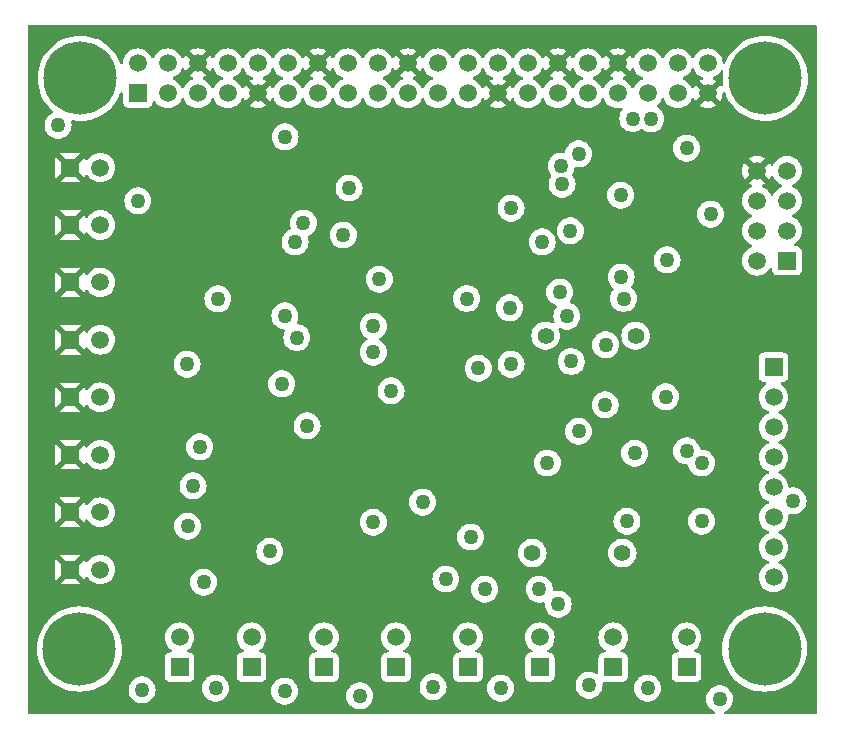
<source format=gbr>
%TF.GenerationSoftware,KiCad,Pcbnew,7.0.1-3b83917a11~172~ubuntu22.04.1*%
%TF.CreationDate,2023-03-24T22:05:32-05:00*%
%TF.ProjectId,pi_hat_forclayton3,70695f68-6174-45f6-966f-72636c617974,rev?*%
%TF.SameCoordinates,Original*%
%TF.FileFunction,Copper,L3,Inr*%
%TF.FilePolarity,Positive*%
%FSLAX46Y46*%
G04 Gerber Fmt 4.6, Leading zero omitted, Abs format (unit mm)*
G04 Created by KiCad (PCBNEW 7.0.1-3b83917a11~172~ubuntu22.04.1) date 2023-03-24 22:05:32*
%MOMM*%
%LPD*%
G01*
G04 APERTURE LIST*
%TA.AperFunction,ComponentPad*%
%ADD10C,6.200013*%
%TD*%
%TA.AperFunction,ComponentPad*%
%ADD11R,1.499997X1.499997*%
%TD*%
%TA.AperFunction,ComponentPad*%
%ADD12C,1.499997*%
%TD*%
%TA.AperFunction,ComponentPad*%
%ADD13C,1.399997*%
%TD*%
%TA.AperFunction,ViaPad*%
%ADD14C,1.270000*%
%TD*%
G04 APERTURE END LIST*
D10*
%TO.N,*%
%TO.C,*%
X4556600Y-4627771D03*
%TD*%
%TO.N,*%
%TO.C,*%
X62494000Y-52956148D03*
%TD*%
D11*
%TO.N,NetD1_H8_2*%
%TO.C,M\u002A1_H8*%
X55890000Y-54496150D03*
D12*
%TO.N,5V*%
X55890000Y-51956150D03*
%TD*%
D11*
%TO.N,5V*%
%TO.C,P3*%
X64399000Y-20076000D03*
D12*
%TO.N,Button0*%
X61859000Y-20076000D03*
%TO.N,NetC7_1*%
X64399000Y-17536000D03*
%TO.N,Button1*%
X61859000Y-17536000D03*
%TO.N,NetC6_1*%
X64399000Y-14996000D03*
%TO.N,Button2*%
X61859000Y-14996000D03*
%TO.N,GPIO_12*%
X64399000Y-12456000D03*
%TO.N,GND*%
X61859000Y-12456000D03*
%TD*%
D11*
%TO.N,NetD1_H5_2*%
%TO.C,M\u002A1_H5*%
X37385998Y-54496150D03*
D12*
%TO.N,5V*%
X37385998Y-51956150D03*
%TD*%
D11*
%TO.N,NetD1_H6_2*%
%TO.C,M\u002A1_H6*%
X43462999Y-54496150D03*
D12*
%TO.N,5V*%
X43462999Y-51956150D03*
%TD*%
D11*
%TO.N,NetD1_H4_2*%
%TO.C,M\u002A1_H4*%
X31289998Y-54496150D03*
D12*
%TO.N,5V*%
X31289998Y-51956150D03*
%TD*%
D11*
%TO.N,GND*%
%TO.C,MK3_A_IN_2*%
X3711034Y-36500554D03*
D12*
%TO.N,NetC3_A_in_2_2*%
X6251034Y-36500554D03*
%TD*%
D11*
%TO.N,audio_ch_out_0*%
%TO.C,P2*%
X63256000Y-29093000D03*
D12*
%TO.N,audio_ch_out_1*%
X63256000Y-31633000D03*
%TO.N,audio_ch_out_2*%
X63256000Y-34173000D03*
%TO.N,audio_ch_out_3*%
X63256000Y-36713000D03*
%TO.N,audio_ch_out_4*%
X63256000Y-39253000D03*
%TO.N,audio_ch_out_5*%
X63256000Y-41793000D03*
%TO.N,audio_ch_out_6*%
X63256000Y-44333000D03*
%TO.N,audio_ch_out_7*%
X63256000Y-46873000D03*
%TD*%
D11*
%TO.N,NetD1_H3_2*%
%TO.C,M\u002A1_H3*%
X25193998Y-54496150D03*
D12*
%TO.N,5V*%
X25193998Y-51956150D03*
%TD*%
D10*
%TO.N,*%
%TO.C,*%
X4494014Y-52956148D03*
%TD*%
D11*
%TO.N,GND*%
%TO.C,MK4_A_IN_2*%
X3711034Y-46225097D03*
D12*
%TO.N,NetC4_A_in_2_2*%
X6251034Y-46225097D03*
%TD*%
D13*
%TO.N,audio_ref_A_in_1*%
%TO.C,R14_A_IN_1*%
X51572000Y-26426000D03*
%TO.N,5V*%
X43952000Y-26426000D03*
%TD*%
D11*
%TO.N,NetD1_H2_2*%
%TO.C,M\u002A1_H2*%
X19060000Y-54496150D03*
D12*
%TO.N,5V*%
X19060000Y-51956150D03*
%TD*%
D11*
%TO.N,3.3V*%
%TO.C,P1*%
X9426593Y-5897771D03*
D12*
%TO.N,5V*%
X9426593Y-3357771D03*
%TO.N,audio_ch_out_0*%
X11966593Y-5897771D03*
%TO.N,5V*%
X11966593Y-3357771D03*
%TO.N,audio_ch_out_1*%
X14506593Y-5897771D03*
%TO.N,GND*%
X14506593Y-3357771D03*
%TO.N,audio_ch_out_2*%
X17046593Y-5897771D03*
%TO.N,GPIO_14*%
X17046593Y-3357771D03*
%TO.N,GND*%
X19586593Y-5897771D03*
%TO.N,GPIO_15*%
X19586593Y-3357771D03*
%TO.N,Button0*%
X22126593Y-5897771D03*
%TO.N,GPIO_18*%
X22126593Y-3357771D03*
%TO.N,Button1*%
X24666593Y-5897771D03*
%TO.N,GND*%
X24666593Y-3357771D03*
%TO.N,Button2*%
X27206593Y-5897771D03*
%TO.N,GPIO_23*%
X27206593Y-3357771D03*
%TO.N,3.3V*%
X29746593Y-5897771D03*
%TO.N,GPIO_24*%
X29746593Y-3357771D03*
%TO.N,GPIO_10*%
X32286593Y-5897771D03*
%TO.N,GND*%
X32286593Y-3357771D03*
%TO.N,audio_ch_out_3*%
X34826593Y-5897771D03*
%TO.N,GPIO_25*%
X34826593Y-3357771D03*
%TO.N,GPIO_11*%
X37366593Y-5897771D03*
%TO.N,GPIO_8*%
X37366593Y-3357771D03*
%TO.N,GND*%
X39906593Y-5897771D03*
%TO.N,GPIO_7*%
X39906593Y-3357771D03*
%TO.N,GPIO_0*%
X42446593Y-5897771D03*
%TO.N,GPIO_1*%
X42446593Y-3357771D03*
%TO.N,GPIO_5*%
X44986593Y-5897771D03*
%TO.N,GND*%
X44986593Y-3357771D03*
%TO.N,GPIO_6*%
X47526593Y-5897771D03*
%TO.N,GPIO_12*%
X47526593Y-3357771D03*
%TO.N,GPIO_13*%
X50066593Y-5897771D03*
%TO.N,GND*%
X50066593Y-3357771D03*
%TO.N,audio_ch_out_5*%
X52606593Y-5897771D03*
%TO.N,audio_ch_out_4*%
X52606593Y-3357771D03*
%TO.N,audio_ch_out_7*%
X55146593Y-5897771D03*
%TO.N,audio_ch_out_6*%
X55146593Y-3357771D03*
%TO.N,GND*%
X57686593Y-5897771D03*
%TO.N,GPIO_21*%
X57686593Y-3357771D03*
%TD*%
D11*
%TO.N,NetD1_H7_2*%
%TO.C,M\u002A1_H7*%
X49685999Y-54496150D03*
D12*
%TO.N,5V*%
X49685999Y-51956150D03*
%TD*%
D13*
%TO.N,audio_ref_A_in_2*%
%TO.C,R14_A_IN_2*%
X50456991Y-44828097D03*
%TO.N,5V*%
X42836991Y-44828097D03*
%TD*%
D11*
%TO.N,GND*%
%TO.C,MK2_A_IN_2*%
X3711034Y-31638284D03*
D12*
%TO.N,NetC2_A_in_2_2*%
X6251034Y-31638284D03*
%TD*%
D11*
%TO.N,NetD1_H1_2*%
%TO.C,M\u002A1_H1*%
X12964000Y-54496150D03*
D12*
%TO.N,5V*%
X12964000Y-51956150D03*
%TD*%
D11*
%TO.N,GND*%
%TO.C,MK1_A_IN_2*%
X3711034Y-41362825D03*
D12*
%TO.N,NetC1_A_in_2_2*%
X6251034Y-41362825D03*
%TD*%
D11*
%TO.N,GND*%
%TO.C,MK1_A_IN_1*%
X3711034Y-21913690D03*
D12*
%TO.N,NetC1_A_in_1_2*%
X6251034Y-21913690D03*
%TD*%
D11*
%TO.N,GND*%
%TO.C,MK4_A_IN_1*%
X3711034Y-26776012D03*
D12*
%TO.N,NetC4_A_in_1_2*%
X6251034Y-26776012D03*
%TD*%
D11*
%TO.N,GND*%
%TO.C,MK2_A_IN_1*%
X3711034Y-12189147D03*
D12*
%TO.N,NetC2_A_in_1_2*%
X6251034Y-12189147D03*
%TD*%
D11*
%TO.N,GND*%
%TO.C,MK3_A_IN_1*%
X3711034Y-17051419D03*
D12*
%TO.N,NetC3_A_in_1_2*%
X6251034Y-17051419D03*
%TD*%
D10*
%TO.N,*%
%TO.C,*%
X62556586Y-4627771D03*
%TD*%
D14*
%TO.N,GND*%
X25664000Y-32268000D03*
X59581814Y-21196013D03*
X56398000Y-45095000D03*
X26553000Y-42555000D03*
X55890000Y-14742000D03*
X54112000Y-22362000D03*
X21981000Y-11821000D03*
X23124000Y-40269000D03*
X19314000Y-32649000D03*
X35189000Y-10170000D03*
X60208000Y-46746000D03*
%TO.N,5V*%
X46124056Y-28609130D03*
X13641977Y-42560131D03*
X20601983Y-44689108D03*
X46053037Y-17536000D03*
X2677000Y-8620600D03*
X23759000Y-34046000D03*
X57922000Y-16139000D03*
X21871983Y-24731972D03*
X13599000Y-28839000D03*
X41031000Y-28839000D03*
X22743508Y-18475800D03*
X9433400Y-14996000D03*
X55890000Y-36174012D03*
X21611989Y-30505088D03*
X41031000Y-15631000D03*
X45349000Y-13599000D03*
X14667934Y-35829080D03*
%TO.N,audio_ch_out_0*%
X46746000Y-11013001D03*
%TO.N,audio_ch_out_1*%
X21899364Y-9591236D03*
X45269092Y-12075000D03*
%TO.N,audio_ch_out_2*%
X52867400Y-8061800D03*
X54239000Y-19999800D03*
%TO.N,audio_ch_out_3*%
X55890000Y-10551000D03*
%TO.N,audio_ch_out_6*%
X57160000Y-37195600D03*
X30871000Y-31084106D03*
X57160000Y-42123200D03*
%TO.N,audio_ch_out_7*%
X38262400Y-29194600D03*
X45023956Y-49159000D03*
X64907000Y-40396000D03*
%TO.N,GPIO_1*%
X47635000Y-56017000D03*
%TO.N,GPIO_7*%
X40142000Y-56271000D03*
%TO.N,GPIO_23*%
X21854000Y-56525000D03*
%TO.N,GPIO_24*%
X28204000Y-56906000D03*
%TO.N,GPIO_25*%
X34427000Y-56144000D03*
%TO.N,audio_ch_out_4*%
X49032000Y-27188000D03*
%TO.N,audio_ch_out_5*%
X54112000Y-31580676D03*
X50556000Y-23276400D03*
%TO.N,NetC1_A_in_1_2*%
X22895400Y-26578400D03*
X23454200Y-16875600D03*
%TO.N,NetC1_A_in_2_1*%
X35519200Y-47025400D03*
X14996000Y-47304800D03*
X14107000Y-39126000D03*
X37602000Y-43469400D03*
%TO.N,GPIO_11*%
X52588000Y-56271000D03*
%TO.N,bias_A_in_1*%
X16215200Y-23301800D03*
X43672600Y-18475800D03*
%TO.N,bias_A_in_2*%
X29372400Y-27823000D03*
X29372400Y-42224800D03*
%TO.N,GPIO_15*%
X9789000Y-56398000D03*
%TO.N,GPIO_18*%
X16012000Y-56271000D03*
%TO.N,Button1*%
X58684000Y-57160000D03*
%TO.N,ch2_+2in_A_in_1*%
X27315000Y-13925085D03*
X26832400Y-17891600D03*
%TO.N,ch2_+2in_A_in_2*%
X43418600Y-47878992D03*
X38795800Y-47878992D03*
X33538000Y-40523000D03*
X44104400Y-37195600D03*
%TO.N,ch2_out2_A_in_2*%
X49006600Y-32268000D03*
X46746051Y-34528549D03*
%TO.N,ch3_out3_A_in_1*%
X37271800Y-23276400D03*
X45145800Y-22743000D03*
X40904000Y-24063800D03*
X45755400Y-24775000D03*
%TO.N,ch4_out4_A_in_1*%
X29372400Y-25613200D03*
X29880400Y-21650800D03*
%TO.N,audio_ref_A_in_1*%
X50307486Y-14533314D03*
X50352800Y-21447600D03*
%TO.N,audio_ref_A_in_2*%
X51495800Y-36382800D03*
X50845458Y-42142809D03*
%TO.N,Button0*%
X51343400Y-8036400D03*
%TD*%
%TA.AperFunction,Conductor*%
%TO.N,GND*%
G36*
X66891900Y-118713D02*
G01*
X66937287Y-164100D01*
X66953900Y-226100D01*
X66953900Y-58320900D01*
X66937287Y-58382900D01*
X66891900Y-58428287D01*
X66829900Y-58444900D01*
X59173958Y-58444900D01*
X59108680Y-58426327D01*
X59062958Y-58376171D01*
X59050487Y-58309459D01*
X59075004Y-58246173D01*
X59129162Y-58205274D01*
X59192304Y-58180813D01*
X59371223Y-58070031D01*
X59526740Y-57928259D01*
X59653558Y-57760325D01*
X59653558Y-57760323D01*
X59653560Y-57760322D01*
X59747359Y-57571947D01*
X59804948Y-57369544D01*
X59810648Y-57308029D01*
X59824365Y-57160000D01*
X59804948Y-56950458D01*
X59804948Y-56950455D01*
X59747359Y-56748052D01*
X59653560Y-56559677D01*
X59526739Y-56391739D01*
X59371225Y-56249970D01*
X59192304Y-56139187D01*
X59124844Y-56113053D01*
X58996076Y-56063168D01*
X58789220Y-56024500D01*
X58578780Y-56024500D01*
X58381088Y-56061455D01*
X58371924Y-56063168D01*
X58175695Y-56139187D01*
X57996774Y-56249970D01*
X57841260Y-56391739D01*
X57714439Y-56559677D01*
X57620640Y-56748052D01*
X57563051Y-56950455D01*
X57543635Y-57160000D01*
X57563051Y-57369544D01*
X57620640Y-57571947D01*
X57714439Y-57760322D01*
X57841260Y-57928260D01*
X57996774Y-58070029D01*
X57996776Y-58070030D01*
X57996777Y-58070031D01*
X58175696Y-58180813D01*
X58238837Y-58205274D01*
X58292996Y-58246173D01*
X58317513Y-58309459D01*
X58305042Y-58376171D01*
X58259320Y-58426327D01*
X58194042Y-58444900D01*
X226100Y-58444900D01*
X164100Y-58428287D01*
X118713Y-58382900D01*
X102100Y-58320900D01*
X102100Y-52956148D01*
X888567Y-52956148D01*
X908318Y-53333022D01*
X967353Y-53705759D01*
X1065029Y-54070291D01*
X1200275Y-54422617D01*
X1371604Y-54758872D01*
X1577143Y-55075373D01*
X1577146Y-55075377D01*
X1814645Y-55368663D01*
X2081499Y-55635517D01*
X2374785Y-55873016D01*
X2374787Y-55873017D01*
X2374788Y-55873018D01*
X2691289Y-56078557D01*
X2819729Y-56144000D01*
X3027547Y-56249888D01*
X3379870Y-56385132D01*
X3744402Y-56482808D01*
X3930770Y-56512325D01*
X4117142Y-56541844D01*
X4494014Y-56561595D01*
X4870886Y-56541844D01*
X5113498Y-56503417D01*
X5243625Y-56482808D01*
X5243629Y-56482807D01*
X5560134Y-56398000D01*
X8648635Y-56398000D01*
X8668051Y-56607544D01*
X8725640Y-56809947D01*
X8819439Y-56998322D01*
X8946260Y-57166260D01*
X9101774Y-57308029D01*
X9101776Y-57308030D01*
X9101777Y-57308031D01*
X9280696Y-57418813D01*
X9476924Y-57494832D01*
X9683780Y-57533500D01*
X9894218Y-57533500D01*
X9894220Y-57533500D01*
X10101076Y-57494832D01*
X10297304Y-57418813D01*
X10476223Y-57308031D01*
X10631740Y-57166259D01*
X10758558Y-56998325D01*
X10758558Y-56998323D01*
X10758560Y-56998322D01*
X10852359Y-56809947D01*
X10909948Y-56607544D01*
X10914383Y-56559677D01*
X10929365Y-56398000D01*
X10917597Y-56270999D01*
X14871635Y-56270999D01*
X14891051Y-56480544D01*
X14948640Y-56682947D01*
X15042439Y-56871322D01*
X15169260Y-57039260D01*
X15324774Y-57181029D01*
X15324776Y-57181030D01*
X15324777Y-57181031D01*
X15503696Y-57291813D01*
X15699924Y-57367832D01*
X15906780Y-57406500D01*
X16117218Y-57406500D01*
X16117220Y-57406500D01*
X16324076Y-57367832D01*
X16520304Y-57291813D01*
X16699223Y-57181031D01*
X16854740Y-57039259D01*
X16981558Y-56871325D01*
X16981558Y-56871323D01*
X16981560Y-56871322D01*
X17075359Y-56682947D01*
X17120299Y-56525000D01*
X20713635Y-56525000D01*
X20733051Y-56734544D01*
X20790640Y-56936947D01*
X20884439Y-57125322D01*
X21011260Y-57293260D01*
X21166774Y-57435029D01*
X21166776Y-57435030D01*
X21166777Y-57435031D01*
X21345696Y-57545813D01*
X21541924Y-57621832D01*
X21748780Y-57660500D01*
X21959218Y-57660500D01*
X21959220Y-57660500D01*
X22166076Y-57621832D01*
X22362304Y-57545813D01*
X22541223Y-57435031D01*
X22644900Y-57340516D01*
X22696739Y-57293260D01*
X22697832Y-57291813D01*
X22823558Y-57125325D01*
X22823558Y-57125323D01*
X22823560Y-57125322D01*
X22917359Y-56936947D01*
X22926164Y-56906000D01*
X27063635Y-56906000D01*
X27083051Y-57115544D01*
X27140640Y-57317947D01*
X27234439Y-57506322D01*
X27361260Y-57674260D01*
X27516774Y-57816029D01*
X27516776Y-57816030D01*
X27516777Y-57816031D01*
X27695696Y-57926813D01*
X27891924Y-58002832D01*
X28098780Y-58041500D01*
X28309218Y-58041500D01*
X28309220Y-58041500D01*
X28516076Y-58002832D01*
X28712304Y-57926813D01*
X28891223Y-57816031D01*
X29046740Y-57674259D01*
X29173558Y-57506325D01*
X29173558Y-57506323D01*
X29173560Y-57506322D01*
X29267359Y-57317947D01*
X29324948Y-57115544D01*
X29330648Y-57054029D01*
X29344365Y-56906000D01*
X29324948Y-56696458D01*
X29324948Y-56696455D01*
X29267359Y-56494052D01*
X29173560Y-56305677D01*
X29051467Y-56144000D01*
X33286635Y-56144000D01*
X33306051Y-56353544D01*
X33363640Y-56555947D01*
X33457439Y-56744322D01*
X33584260Y-56912260D01*
X33739774Y-57054029D01*
X33739776Y-57054030D01*
X33739777Y-57054031D01*
X33918696Y-57164813D01*
X34114924Y-57240832D01*
X34321780Y-57279500D01*
X34532218Y-57279500D01*
X34532220Y-57279500D01*
X34739076Y-57240832D01*
X34935304Y-57164813D01*
X35114223Y-57054031D01*
X35227841Y-56950455D01*
X35269739Y-56912260D01*
X35269740Y-56912259D01*
X35396558Y-56744325D01*
X35396558Y-56744323D01*
X35396560Y-56744322D01*
X35490359Y-56555947D01*
X35547948Y-56353544D01*
X35552383Y-56305677D01*
X35555596Y-56270999D01*
X39001635Y-56270999D01*
X39021051Y-56480544D01*
X39078640Y-56682947D01*
X39172439Y-56871322D01*
X39299260Y-57039260D01*
X39454774Y-57181029D01*
X39454776Y-57181030D01*
X39454777Y-57181031D01*
X39633696Y-57291813D01*
X39829924Y-57367832D01*
X40036780Y-57406500D01*
X40247218Y-57406500D01*
X40247220Y-57406500D01*
X40454076Y-57367832D01*
X40650304Y-57291813D01*
X40829223Y-57181031D01*
X40984740Y-57039259D01*
X41111558Y-56871325D01*
X41111558Y-56871323D01*
X41111560Y-56871322D01*
X41205359Y-56682947D01*
X41262948Y-56480544D01*
X41267729Y-56428947D01*
X41282365Y-56271000D01*
X41267501Y-56110598D01*
X41262948Y-56061455D01*
X41250299Y-56017000D01*
X46494635Y-56017000D01*
X46514051Y-56226544D01*
X46571640Y-56428947D01*
X46665439Y-56617322D01*
X46792260Y-56785260D01*
X46947774Y-56927029D01*
X46947776Y-56927030D01*
X46947777Y-56927031D01*
X47126696Y-57037813D01*
X47322924Y-57113832D01*
X47529780Y-57152500D01*
X47740218Y-57152500D01*
X47740220Y-57152500D01*
X47947076Y-57113832D01*
X48143304Y-57037813D01*
X48322223Y-56927031D01*
X48425900Y-56832516D01*
X48477739Y-56785260D01*
X48477740Y-56785259D01*
X48604558Y-56617325D01*
X48604558Y-56617323D01*
X48604560Y-56617322D01*
X48698359Y-56428947D01*
X48743299Y-56270999D01*
X51447635Y-56270999D01*
X51467051Y-56480544D01*
X51524640Y-56682947D01*
X51618439Y-56871322D01*
X51745260Y-57039260D01*
X51900774Y-57181029D01*
X51900776Y-57181030D01*
X51900777Y-57181031D01*
X52079696Y-57291813D01*
X52275924Y-57367832D01*
X52482780Y-57406500D01*
X52693218Y-57406500D01*
X52693220Y-57406500D01*
X52900076Y-57367832D01*
X53096304Y-57291813D01*
X53275223Y-57181031D01*
X53430740Y-57039259D01*
X53557558Y-56871325D01*
X53557558Y-56871323D01*
X53557560Y-56871322D01*
X53651359Y-56682947D01*
X53708948Y-56480544D01*
X53713729Y-56428947D01*
X53728365Y-56271000D01*
X53713501Y-56110598D01*
X53708948Y-56061455D01*
X53651359Y-55859052D01*
X53557560Y-55670677D01*
X53430739Y-55502739D01*
X53275225Y-55360970D01*
X53096304Y-55250187D01*
X53054440Y-55233969D01*
X52900076Y-55174168D01*
X52693220Y-55135500D01*
X52482780Y-55135500D01*
X52275923Y-55174168D01*
X52275924Y-55174168D01*
X52079695Y-55250187D01*
X51900774Y-55360970D01*
X51745260Y-55502739D01*
X51618439Y-55670677D01*
X51524640Y-55859052D01*
X51467051Y-56061455D01*
X51447635Y-56270999D01*
X48743299Y-56270999D01*
X48755948Y-56226544D01*
X48759477Y-56188455D01*
X48775365Y-56017000D01*
X48762863Y-55882087D01*
X48775334Y-55815377D01*
X48821056Y-55765221D01*
X48886334Y-55746648D01*
X48888118Y-55746648D01*
X48888127Y-55746649D01*
X50483870Y-55746648D01*
X50543481Y-55740240D01*
X50678329Y-55689945D01*
X50793544Y-55603695D01*
X50879794Y-55488480D01*
X50930089Y-55353632D01*
X50936498Y-55294022D01*
X50936497Y-53698279D01*
X50930089Y-53638668D01*
X50879794Y-53503820D01*
X50793544Y-53388605D01*
X50678329Y-53302355D01*
X50543481Y-53252060D01*
X50483871Y-53245651D01*
X50483867Y-53245651D01*
X50417855Y-53245651D01*
X50357739Y-53230104D01*
X50312697Y-53187361D01*
X50294025Y-53128141D01*
X50306404Y-53067293D01*
X50346728Y-53020078D01*
X50492874Y-52917746D01*
X50647595Y-52763025D01*
X50773099Y-52583788D01*
X50865572Y-52385479D01*
X50922204Y-52174126D01*
X50941274Y-51956150D01*
X54634724Y-51956150D01*
X54653794Y-52174123D01*
X54653795Y-52174126D01*
X54710427Y-52385479D01*
X54802900Y-52583788D01*
X54928404Y-52763025D01*
X55083125Y-52917746D01*
X55229270Y-53020078D01*
X55269594Y-53067293D01*
X55281974Y-53128140D01*
X55263302Y-53187360D01*
X55218262Y-53230103D01*
X55158146Y-53245651D01*
X55092131Y-53245651D01*
X55032516Y-53252060D01*
X54897670Y-53302355D01*
X54782455Y-53388605D01*
X54696205Y-53503819D01*
X54645910Y-53638667D01*
X54639501Y-53698281D01*
X54639501Y-55294018D01*
X54645910Y-55353633D01*
X54648647Y-55360970D01*
X54696205Y-55488480D01*
X54782455Y-55603695D01*
X54897670Y-55689945D01*
X55032518Y-55740240D01*
X55092128Y-55746649D01*
X56687871Y-55746648D01*
X56747482Y-55740240D01*
X56882330Y-55689945D01*
X56997545Y-55603695D01*
X57083795Y-55488480D01*
X57134090Y-55353632D01*
X57140499Y-55294022D01*
X57140498Y-53698279D01*
X57134090Y-53638668D01*
X57083795Y-53503820D01*
X56997545Y-53388605D01*
X56882330Y-53302355D01*
X56747482Y-53252060D01*
X56687872Y-53245651D01*
X56687868Y-53245651D01*
X56621856Y-53245651D01*
X56561740Y-53230104D01*
X56516698Y-53187361D01*
X56498026Y-53128141D01*
X56510405Y-53067293D01*
X56550729Y-53020078D01*
X56642031Y-52956148D01*
X58888553Y-52956148D01*
X58908304Y-53333022D01*
X58967339Y-53705759D01*
X59065015Y-54070291D01*
X59200261Y-54422617D01*
X59371590Y-54758872D01*
X59577129Y-55075373D01*
X59577132Y-55075377D01*
X59814631Y-55368663D01*
X60081485Y-55635517D01*
X60374771Y-55873016D01*
X60374773Y-55873017D01*
X60374774Y-55873018D01*
X60691275Y-56078557D01*
X60819715Y-56144000D01*
X61027533Y-56249888D01*
X61379856Y-56385132D01*
X61744388Y-56482808D01*
X61930756Y-56512325D01*
X62117128Y-56541844D01*
X62494000Y-56561595D01*
X62870872Y-56541844D01*
X63113484Y-56503417D01*
X63243611Y-56482808D01*
X63243615Y-56482807D01*
X63608144Y-56385132D01*
X63960467Y-56249888D01*
X64296724Y-56078557D01*
X64613229Y-55873016D01*
X64906515Y-55635517D01*
X65173369Y-55368663D01*
X65410868Y-55075377D01*
X65616409Y-54758872D01*
X65787740Y-54422615D01*
X65922984Y-54070292D01*
X66020659Y-53705763D01*
X66021845Y-53698279D01*
X66070892Y-53388605D01*
X66079696Y-53333020D01*
X66099447Y-52956148D01*
X66079696Y-52579276D01*
X66049001Y-52385479D01*
X66020660Y-52206536D01*
X65922984Y-51842004D01*
X65787740Y-51489681D01*
X65616407Y-51153420D01*
X65410870Y-50836922D01*
X65410868Y-50836919D01*
X65173369Y-50543633D01*
X64906515Y-50276779D01*
X64613229Y-50039280D01*
X64613227Y-50039279D01*
X64613225Y-50039277D01*
X64296724Y-49833738D01*
X63960469Y-49662409D01*
X63960468Y-49662408D01*
X63960467Y-49662408D01*
X63864011Y-49625382D01*
X63608143Y-49527163D01*
X63243611Y-49429487D01*
X62870874Y-49370452D01*
X62494000Y-49350701D01*
X62117125Y-49370452D01*
X61744388Y-49429487D01*
X61379856Y-49527163D01*
X61027533Y-49662407D01*
X60691272Y-49833740D01*
X60374774Y-50039277D01*
X60081481Y-50276782D01*
X59814634Y-50543629D01*
X59577129Y-50836922D01*
X59371592Y-51153420D01*
X59200259Y-51489681D01*
X59065015Y-51842004D01*
X58967339Y-52206536D01*
X58908304Y-52579273D01*
X58888553Y-52956148D01*
X56642031Y-52956148D01*
X56696875Y-52917746D01*
X56851596Y-52763025D01*
X56977100Y-52583788D01*
X57069573Y-52385479D01*
X57126205Y-52174126D01*
X57145275Y-51956150D01*
X57126205Y-51738174D01*
X57069573Y-51526821D01*
X56977100Y-51328513D01*
X56851596Y-51149275D01*
X56696875Y-50994554D01*
X56517638Y-50869050D01*
X56426204Y-50826413D01*
X56319330Y-50776577D01*
X56107973Y-50719944D01*
X55890000Y-50700874D01*
X55672026Y-50719944D01*
X55460669Y-50776577D01*
X55331261Y-50836922D01*
X55262363Y-50869050D01*
X55083125Y-50994554D01*
X55083121Y-50994557D01*
X54928407Y-51149271D01*
X54802899Y-51328515D01*
X54710427Y-51526819D01*
X54653794Y-51738176D01*
X54634724Y-51956150D01*
X50941274Y-51956150D01*
X50922204Y-51738174D01*
X50865572Y-51526821D01*
X50773099Y-51328513D01*
X50647595Y-51149275D01*
X50492874Y-50994554D01*
X50313637Y-50869050D01*
X50222203Y-50826413D01*
X50115329Y-50776577D01*
X49903972Y-50719944D01*
X49685999Y-50700874D01*
X49468025Y-50719944D01*
X49256668Y-50776577D01*
X49127260Y-50836922D01*
X49058362Y-50869050D01*
X48879124Y-50994554D01*
X48879120Y-50994557D01*
X48724406Y-51149271D01*
X48598898Y-51328515D01*
X48506426Y-51526819D01*
X48449793Y-51738176D01*
X48430723Y-51956150D01*
X48449793Y-52174123D01*
X48449794Y-52174126D01*
X48506426Y-52385479D01*
X48598899Y-52583788D01*
X48724403Y-52763025D01*
X48879124Y-52917746D01*
X49025269Y-53020078D01*
X49065593Y-53067293D01*
X49077973Y-53128140D01*
X49059301Y-53187360D01*
X49014261Y-53230103D01*
X48954145Y-53245651D01*
X48888130Y-53245651D01*
X48828515Y-53252060D01*
X48693669Y-53302355D01*
X48578454Y-53388605D01*
X48492204Y-53503819D01*
X48441909Y-53638667D01*
X48435500Y-53698282D01*
X48435500Y-54954484D01*
X48418407Y-55017309D01*
X48371839Y-55062813D01*
X48308636Y-55078451D01*
X48246223Y-55059911D01*
X48143307Y-54996188D01*
X48035656Y-54954484D01*
X47947076Y-54920168D01*
X47740220Y-54881500D01*
X47529780Y-54881500D01*
X47322923Y-54920168D01*
X47322924Y-54920168D01*
X47126695Y-54996187D01*
X46947774Y-55106970D01*
X46792260Y-55248739D01*
X46665439Y-55416677D01*
X46571640Y-55605052D01*
X46514051Y-55807455D01*
X46494635Y-56017000D01*
X41250299Y-56017000D01*
X41205359Y-55859052D01*
X41111560Y-55670677D01*
X40984739Y-55502739D01*
X40829225Y-55360970D01*
X40650304Y-55250187D01*
X40608440Y-55233969D01*
X40454076Y-55174168D01*
X40247220Y-55135500D01*
X40036780Y-55135500D01*
X39829923Y-55174168D01*
X39829924Y-55174168D01*
X39633695Y-55250187D01*
X39454774Y-55360970D01*
X39299260Y-55502739D01*
X39172439Y-55670677D01*
X39078640Y-55859052D01*
X39021051Y-56061455D01*
X39001635Y-56270999D01*
X35555596Y-56270999D01*
X35567365Y-56144000D01*
X35547948Y-55934458D01*
X35547948Y-55934455D01*
X35490359Y-55732052D01*
X35396560Y-55543677D01*
X35269739Y-55375739D01*
X35114225Y-55233970D01*
X34935304Y-55123187D01*
X34893440Y-55106969D01*
X34739076Y-55047168D01*
X34532220Y-55008500D01*
X34321780Y-55008500D01*
X34114924Y-55047167D01*
X34114924Y-55047168D01*
X33918695Y-55123187D01*
X33739774Y-55233970D01*
X33584260Y-55375739D01*
X33457439Y-55543677D01*
X33363640Y-55732052D01*
X33306051Y-55934455D01*
X33286635Y-56144000D01*
X29051467Y-56144000D01*
X29046739Y-56137739D01*
X28891225Y-55995970D01*
X28712304Y-55885187D01*
X28644844Y-55859053D01*
X28516076Y-55809168D01*
X28309220Y-55770500D01*
X28098780Y-55770500D01*
X27953396Y-55797677D01*
X27891924Y-55809168D01*
X27695695Y-55885187D01*
X27516774Y-55995970D01*
X27361260Y-56137739D01*
X27234439Y-56305677D01*
X27140640Y-56494052D01*
X27083051Y-56696455D01*
X27063635Y-56906000D01*
X22926164Y-56906000D01*
X22974948Y-56734544D01*
X22979729Y-56682947D01*
X22994365Y-56525000D01*
X22974948Y-56315458D01*
X22974948Y-56315455D01*
X22917359Y-56113052D01*
X22823560Y-55924677D01*
X22696739Y-55756739D01*
X22541225Y-55614970D01*
X22362304Y-55504187D01*
X22320440Y-55487969D01*
X22166076Y-55428168D01*
X21959220Y-55389500D01*
X21748780Y-55389500D01*
X21603396Y-55416677D01*
X21541924Y-55428168D01*
X21345695Y-55504187D01*
X21166774Y-55614970D01*
X21011260Y-55756739D01*
X20884439Y-55924677D01*
X20790640Y-56113052D01*
X20733051Y-56315455D01*
X20713635Y-56525000D01*
X17120299Y-56525000D01*
X17132948Y-56480544D01*
X17137729Y-56428947D01*
X17152365Y-56271000D01*
X17137171Y-56107035D01*
X17132948Y-56061455D01*
X17075359Y-55859052D01*
X16981560Y-55670677D01*
X16854739Y-55502739D01*
X16699225Y-55360970D01*
X16520304Y-55250187D01*
X16478440Y-55233969D01*
X16324076Y-55174168D01*
X16117220Y-55135500D01*
X15906780Y-55135500D01*
X15699923Y-55174168D01*
X15699924Y-55174168D01*
X15503695Y-55250187D01*
X15324774Y-55360970D01*
X15169260Y-55502739D01*
X15042439Y-55670677D01*
X14948640Y-55859052D01*
X14891051Y-56061455D01*
X14871635Y-56270999D01*
X10917597Y-56270999D01*
X10909948Y-56188458D01*
X10909948Y-56188455D01*
X10852359Y-55986052D01*
X10758560Y-55797677D01*
X10631739Y-55629739D01*
X10476225Y-55487970D01*
X10297304Y-55377187D01*
X10236501Y-55353632D01*
X10101076Y-55301168D01*
X9894220Y-55262500D01*
X9683780Y-55262500D01*
X9515152Y-55294022D01*
X9476924Y-55301168D01*
X9280695Y-55377187D01*
X9101774Y-55487970D01*
X8946260Y-55629739D01*
X8819439Y-55797677D01*
X8725640Y-55986052D01*
X8668051Y-56188455D01*
X8648635Y-56398000D01*
X5560134Y-56398000D01*
X5608158Y-56385132D01*
X5960481Y-56249888D01*
X6296738Y-56078557D01*
X6613243Y-55873016D01*
X6906529Y-55635517D01*
X7173383Y-55368663D01*
X7410882Y-55075377D01*
X7616423Y-54758872D01*
X7787754Y-54422615D01*
X7922998Y-54070292D01*
X8020673Y-53705763D01*
X8021859Y-53698279D01*
X8070906Y-53388605D01*
X8079710Y-53333020D01*
X8099461Y-52956148D01*
X8079710Y-52579276D01*
X8049015Y-52385479D01*
X8020674Y-52206536D01*
X7953583Y-51956150D01*
X11708724Y-51956150D01*
X11727794Y-52174123D01*
X11727795Y-52174126D01*
X11784427Y-52385479D01*
X11876900Y-52583788D01*
X12002404Y-52763025D01*
X12157125Y-52917746D01*
X12303270Y-53020078D01*
X12343594Y-53067293D01*
X12355974Y-53128140D01*
X12337302Y-53187360D01*
X12292262Y-53230103D01*
X12232146Y-53245651D01*
X12166131Y-53245651D01*
X12106516Y-53252060D01*
X11971670Y-53302355D01*
X11856455Y-53388605D01*
X11770205Y-53503819D01*
X11719910Y-53638667D01*
X11713501Y-53698281D01*
X11713501Y-55294018D01*
X11719910Y-55353633D01*
X11722647Y-55360970D01*
X11770205Y-55488480D01*
X11856455Y-55603695D01*
X11971670Y-55689945D01*
X12106518Y-55740240D01*
X12166128Y-55746649D01*
X13761871Y-55746648D01*
X13821482Y-55740240D01*
X13956330Y-55689945D01*
X14071545Y-55603695D01*
X14157795Y-55488480D01*
X14208090Y-55353632D01*
X14214499Y-55294022D01*
X14214498Y-53698279D01*
X14208090Y-53638668D01*
X14157795Y-53503820D01*
X14071545Y-53388605D01*
X13956330Y-53302355D01*
X13821482Y-53252060D01*
X13761872Y-53245651D01*
X13761868Y-53245651D01*
X13695856Y-53245651D01*
X13635740Y-53230104D01*
X13590698Y-53187361D01*
X13572026Y-53128141D01*
X13584405Y-53067293D01*
X13624729Y-53020078D01*
X13770875Y-52917746D01*
X13925596Y-52763025D01*
X14051100Y-52583788D01*
X14143573Y-52385479D01*
X14200205Y-52174126D01*
X14219275Y-51956150D01*
X17804724Y-51956150D01*
X17823794Y-52174123D01*
X17823795Y-52174126D01*
X17880427Y-52385479D01*
X17972900Y-52583788D01*
X18098404Y-52763025D01*
X18253125Y-52917746D01*
X18399270Y-53020078D01*
X18439594Y-53067293D01*
X18451974Y-53128140D01*
X18433302Y-53187360D01*
X18388262Y-53230103D01*
X18328146Y-53245651D01*
X18262131Y-53245651D01*
X18202516Y-53252060D01*
X18067670Y-53302355D01*
X17952455Y-53388605D01*
X17866205Y-53503819D01*
X17815910Y-53638667D01*
X17809501Y-53698281D01*
X17809501Y-55294018D01*
X17815910Y-55353633D01*
X17818647Y-55360970D01*
X17866205Y-55488480D01*
X17952455Y-55603695D01*
X18067670Y-55689945D01*
X18202518Y-55740240D01*
X18262128Y-55746649D01*
X19857871Y-55746648D01*
X19917482Y-55740240D01*
X20052330Y-55689945D01*
X20167545Y-55603695D01*
X20253795Y-55488480D01*
X20304090Y-55353632D01*
X20310499Y-55294022D01*
X20310498Y-53698279D01*
X20304090Y-53638668D01*
X20253795Y-53503820D01*
X20167545Y-53388605D01*
X20052330Y-53302355D01*
X19917482Y-53252060D01*
X19857872Y-53245651D01*
X19857868Y-53245651D01*
X19791856Y-53245651D01*
X19731740Y-53230104D01*
X19686698Y-53187361D01*
X19668026Y-53128141D01*
X19680405Y-53067293D01*
X19720729Y-53020078D01*
X19866875Y-52917746D01*
X20021596Y-52763025D01*
X20147100Y-52583788D01*
X20239573Y-52385479D01*
X20296205Y-52174126D01*
X20315275Y-51956150D01*
X23938722Y-51956150D01*
X23957792Y-52174123D01*
X23957793Y-52174126D01*
X24014425Y-52385479D01*
X24106898Y-52583788D01*
X24232402Y-52763025D01*
X24387123Y-52917746D01*
X24533268Y-53020078D01*
X24573592Y-53067293D01*
X24585972Y-53128140D01*
X24567300Y-53187360D01*
X24522260Y-53230103D01*
X24462144Y-53245651D01*
X24396129Y-53245651D01*
X24336514Y-53252060D01*
X24201668Y-53302355D01*
X24086453Y-53388605D01*
X24000203Y-53503819D01*
X23949908Y-53638667D01*
X23943499Y-53698281D01*
X23943499Y-55294018D01*
X23949908Y-55353633D01*
X23952645Y-55360970D01*
X24000203Y-55488480D01*
X24086453Y-55603695D01*
X24201668Y-55689945D01*
X24336516Y-55740240D01*
X24396126Y-55746649D01*
X25991869Y-55746648D01*
X26051480Y-55740240D01*
X26186328Y-55689945D01*
X26301543Y-55603695D01*
X26387793Y-55488480D01*
X26438088Y-55353632D01*
X26444497Y-55294022D01*
X26444496Y-53698279D01*
X26438088Y-53638668D01*
X26387793Y-53503820D01*
X26301543Y-53388605D01*
X26186328Y-53302355D01*
X26051480Y-53252060D01*
X25991870Y-53245651D01*
X25991866Y-53245651D01*
X25925854Y-53245651D01*
X25865738Y-53230104D01*
X25820696Y-53187361D01*
X25802024Y-53128141D01*
X25814403Y-53067293D01*
X25854727Y-53020078D01*
X26000873Y-52917746D01*
X26155594Y-52763025D01*
X26281098Y-52583788D01*
X26373571Y-52385479D01*
X26430203Y-52174126D01*
X26449273Y-51956150D01*
X30034722Y-51956150D01*
X30053792Y-52174123D01*
X30053793Y-52174126D01*
X30110425Y-52385479D01*
X30202898Y-52583788D01*
X30328402Y-52763025D01*
X30483123Y-52917746D01*
X30629268Y-53020078D01*
X30669592Y-53067293D01*
X30681972Y-53128140D01*
X30663300Y-53187360D01*
X30618260Y-53230103D01*
X30558144Y-53245651D01*
X30492129Y-53245651D01*
X30432514Y-53252060D01*
X30297668Y-53302355D01*
X30182453Y-53388605D01*
X30096203Y-53503819D01*
X30045908Y-53638667D01*
X30039499Y-53698281D01*
X30039499Y-55294018D01*
X30045908Y-55353633D01*
X30048645Y-55360970D01*
X30096203Y-55488480D01*
X30182453Y-55603695D01*
X30297668Y-55689945D01*
X30432516Y-55740240D01*
X30492126Y-55746649D01*
X32087869Y-55746648D01*
X32147480Y-55740240D01*
X32282328Y-55689945D01*
X32397543Y-55603695D01*
X32483793Y-55488480D01*
X32534088Y-55353632D01*
X32540497Y-55294022D01*
X32540496Y-53698279D01*
X32534088Y-53638668D01*
X32483793Y-53503820D01*
X32397543Y-53388605D01*
X32282328Y-53302355D01*
X32147480Y-53252060D01*
X32087870Y-53245651D01*
X32087866Y-53245651D01*
X32021854Y-53245651D01*
X31961738Y-53230104D01*
X31916696Y-53187361D01*
X31898024Y-53128141D01*
X31910403Y-53067293D01*
X31950727Y-53020078D01*
X32096873Y-52917746D01*
X32251594Y-52763025D01*
X32377098Y-52583788D01*
X32469571Y-52385479D01*
X32526203Y-52174126D01*
X32545273Y-51956150D01*
X36130722Y-51956150D01*
X36149792Y-52174123D01*
X36149793Y-52174126D01*
X36206425Y-52385479D01*
X36298898Y-52583788D01*
X36424402Y-52763025D01*
X36579123Y-52917746D01*
X36725268Y-53020078D01*
X36765592Y-53067293D01*
X36777972Y-53128140D01*
X36759300Y-53187360D01*
X36714260Y-53230103D01*
X36654144Y-53245651D01*
X36588129Y-53245651D01*
X36528514Y-53252060D01*
X36393668Y-53302355D01*
X36278453Y-53388605D01*
X36192203Y-53503819D01*
X36141908Y-53638667D01*
X36135499Y-53698281D01*
X36135499Y-55294018D01*
X36141908Y-55353633D01*
X36144645Y-55360970D01*
X36192203Y-55488480D01*
X36278453Y-55603695D01*
X36393668Y-55689945D01*
X36528516Y-55740240D01*
X36588126Y-55746649D01*
X38183869Y-55746648D01*
X38243480Y-55740240D01*
X38378328Y-55689945D01*
X38493543Y-55603695D01*
X38579793Y-55488480D01*
X38630088Y-55353632D01*
X38636497Y-55294022D01*
X38636496Y-53698279D01*
X38630088Y-53638668D01*
X38579793Y-53503820D01*
X38493543Y-53388605D01*
X38378328Y-53302355D01*
X38243480Y-53252060D01*
X38183870Y-53245651D01*
X38183866Y-53245651D01*
X38117854Y-53245651D01*
X38057738Y-53230104D01*
X38012696Y-53187361D01*
X37994024Y-53128141D01*
X38006403Y-53067293D01*
X38046727Y-53020078D01*
X38192873Y-52917746D01*
X38347594Y-52763025D01*
X38473098Y-52583788D01*
X38565571Y-52385479D01*
X38622203Y-52174126D01*
X38641273Y-51956150D01*
X42207723Y-51956150D01*
X42226793Y-52174123D01*
X42226794Y-52174126D01*
X42283426Y-52385479D01*
X42375899Y-52583788D01*
X42501403Y-52763025D01*
X42656124Y-52917746D01*
X42802269Y-53020078D01*
X42842593Y-53067293D01*
X42854973Y-53128140D01*
X42836301Y-53187360D01*
X42791261Y-53230103D01*
X42731145Y-53245651D01*
X42665130Y-53245651D01*
X42605515Y-53252060D01*
X42470669Y-53302355D01*
X42355454Y-53388605D01*
X42269204Y-53503819D01*
X42218909Y-53638667D01*
X42212500Y-53698281D01*
X42212500Y-55294018D01*
X42218909Y-55353633D01*
X42221646Y-55360970D01*
X42269204Y-55488480D01*
X42355454Y-55603695D01*
X42470669Y-55689945D01*
X42605517Y-55740240D01*
X42665127Y-55746649D01*
X44260870Y-55746648D01*
X44320481Y-55740240D01*
X44455329Y-55689945D01*
X44570544Y-55603695D01*
X44656794Y-55488480D01*
X44707089Y-55353632D01*
X44713498Y-55294022D01*
X44713497Y-53698279D01*
X44707089Y-53638668D01*
X44656794Y-53503820D01*
X44570544Y-53388605D01*
X44455329Y-53302355D01*
X44320481Y-53252060D01*
X44260871Y-53245651D01*
X44260867Y-53245651D01*
X44194855Y-53245651D01*
X44134739Y-53230104D01*
X44089697Y-53187361D01*
X44071025Y-53128141D01*
X44083404Y-53067293D01*
X44123728Y-53020078D01*
X44269874Y-52917746D01*
X44424595Y-52763025D01*
X44550099Y-52583788D01*
X44642572Y-52385479D01*
X44699204Y-52174126D01*
X44718274Y-51956150D01*
X44699204Y-51738174D01*
X44642572Y-51526821D01*
X44550099Y-51328513D01*
X44424595Y-51149275D01*
X44269874Y-50994554D01*
X44090637Y-50869050D01*
X43999203Y-50826413D01*
X43892329Y-50776577D01*
X43680972Y-50719944D01*
X43462999Y-50700874D01*
X43245025Y-50719944D01*
X43033668Y-50776577D01*
X42904260Y-50836922D01*
X42835362Y-50869050D01*
X42656124Y-50994554D01*
X42656120Y-50994557D01*
X42501406Y-51149271D01*
X42375898Y-51328515D01*
X42283426Y-51526819D01*
X42226793Y-51738176D01*
X42207723Y-51956150D01*
X38641273Y-51956150D01*
X38622203Y-51738174D01*
X38565571Y-51526821D01*
X38473098Y-51328513D01*
X38347594Y-51149275D01*
X38192873Y-50994554D01*
X38013636Y-50869050D01*
X37922202Y-50826413D01*
X37815328Y-50776577D01*
X37603971Y-50719944D01*
X37385998Y-50700874D01*
X37168024Y-50719944D01*
X36956667Y-50776577D01*
X36827259Y-50836922D01*
X36758361Y-50869050D01*
X36579123Y-50994554D01*
X36579119Y-50994557D01*
X36424405Y-51149271D01*
X36298897Y-51328515D01*
X36206425Y-51526819D01*
X36149792Y-51738176D01*
X36130722Y-51956150D01*
X32545273Y-51956150D01*
X32526203Y-51738174D01*
X32469571Y-51526821D01*
X32377098Y-51328513D01*
X32251594Y-51149275D01*
X32096873Y-50994554D01*
X31917636Y-50869050D01*
X31826202Y-50826413D01*
X31719328Y-50776577D01*
X31507971Y-50719944D01*
X31289998Y-50700874D01*
X31072024Y-50719944D01*
X30860667Y-50776577D01*
X30731259Y-50836922D01*
X30662361Y-50869050D01*
X30483123Y-50994554D01*
X30483119Y-50994557D01*
X30328405Y-51149271D01*
X30202897Y-51328515D01*
X30110425Y-51526819D01*
X30053792Y-51738176D01*
X30034722Y-51956150D01*
X26449273Y-51956150D01*
X26430203Y-51738174D01*
X26373571Y-51526821D01*
X26281098Y-51328513D01*
X26155594Y-51149275D01*
X26000873Y-50994554D01*
X25821636Y-50869050D01*
X25730202Y-50826413D01*
X25623328Y-50776577D01*
X25411971Y-50719944D01*
X25193998Y-50700874D01*
X24976024Y-50719944D01*
X24764667Y-50776577D01*
X24635259Y-50836922D01*
X24566361Y-50869050D01*
X24387123Y-50994554D01*
X24387119Y-50994557D01*
X24232405Y-51149271D01*
X24106897Y-51328515D01*
X24014425Y-51526819D01*
X23957792Y-51738176D01*
X23938722Y-51956150D01*
X20315275Y-51956150D01*
X20296205Y-51738174D01*
X20239573Y-51526821D01*
X20147100Y-51328513D01*
X20021596Y-51149275D01*
X19866875Y-50994554D01*
X19687638Y-50869050D01*
X19596204Y-50826413D01*
X19489330Y-50776577D01*
X19277973Y-50719944D01*
X19060000Y-50700874D01*
X18842026Y-50719944D01*
X18630669Y-50776577D01*
X18501261Y-50836922D01*
X18432363Y-50869050D01*
X18253125Y-50994554D01*
X18253121Y-50994557D01*
X18098407Y-51149271D01*
X17972899Y-51328515D01*
X17880427Y-51526819D01*
X17823794Y-51738176D01*
X17804724Y-51956150D01*
X14219275Y-51956150D01*
X14200205Y-51738174D01*
X14143573Y-51526821D01*
X14051100Y-51328513D01*
X13925596Y-51149275D01*
X13770875Y-50994554D01*
X13591638Y-50869050D01*
X13500204Y-50826413D01*
X13393330Y-50776577D01*
X13181973Y-50719944D01*
X12964000Y-50700874D01*
X12746026Y-50719944D01*
X12534669Y-50776577D01*
X12405261Y-50836922D01*
X12336363Y-50869050D01*
X12157125Y-50994554D01*
X12157121Y-50994557D01*
X12002407Y-51149271D01*
X11876899Y-51328515D01*
X11784427Y-51526819D01*
X11727794Y-51738176D01*
X11708724Y-51956150D01*
X7953583Y-51956150D01*
X7922998Y-51842004D01*
X7787754Y-51489681D01*
X7616421Y-51153420D01*
X7410884Y-50836922D01*
X7410882Y-50836919D01*
X7173383Y-50543633D01*
X6906529Y-50276779D01*
X6613243Y-50039280D01*
X6613241Y-50039279D01*
X6613239Y-50039277D01*
X6296738Y-49833738D01*
X5960483Y-49662409D01*
X5960482Y-49662408D01*
X5960481Y-49662408D01*
X5864025Y-49625382D01*
X5608157Y-49527163D01*
X5243625Y-49429487D01*
X4870888Y-49370452D01*
X4494014Y-49350701D01*
X4117139Y-49370452D01*
X3744402Y-49429487D01*
X3379870Y-49527163D01*
X3027547Y-49662407D01*
X2691286Y-49833740D01*
X2374788Y-50039277D01*
X2081495Y-50276782D01*
X1814648Y-50543629D01*
X1577143Y-50836922D01*
X1371606Y-51153420D01*
X1200273Y-51489681D01*
X1065029Y-51842004D01*
X967353Y-52206536D01*
X908318Y-52579273D01*
X888567Y-52956148D01*
X102100Y-52956148D01*
X102100Y-47459818D01*
X2829864Y-47459818D01*
X2853659Y-47468693D01*
X2913211Y-47475096D01*
X4508857Y-47475096D01*
X4568411Y-47468693D01*
X4592203Y-47459819D01*
X4592203Y-47459818D01*
X3711034Y-46578650D01*
X2829864Y-47459818D01*
X102100Y-47459818D01*
X102100Y-47022919D01*
X2461035Y-47022919D01*
X2467437Y-47082472D01*
X2476311Y-47106265D01*
X2476311Y-47106266D01*
X3357481Y-46225098D01*
X3357481Y-46225097D01*
X4064587Y-46225097D01*
X4945755Y-47106266D01*
X4945756Y-47106266D01*
X4954630Y-47082474D01*
X4961033Y-47022920D01*
X4961033Y-46956239D01*
X4976580Y-46896123D01*
X5019323Y-46851081D01*
X5078543Y-46832409D01*
X5139391Y-46844788D01*
X5186605Y-46885112D01*
X5289438Y-47031972D01*
X5444159Y-47186693D01*
X5623396Y-47312197D01*
X5821705Y-47404670D01*
X6033058Y-47461302D01*
X6251034Y-47480372D01*
X6469010Y-47461302D01*
X6680363Y-47404670D01*
X6878672Y-47312197D01*
X6889237Y-47304799D01*
X13855635Y-47304799D01*
X13875051Y-47514344D01*
X13932640Y-47716747D01*
X14026439Y-47905122D01*
X14153260Y-48073060D01*
X14308774Y-48214829D01*
X14308776Y-48214830D01*
X14308777Y-48214831D01*
X14487696Y-48325613D01*
X14683924Y-48401632D01*
X14890780Y-48440300D01*
X15101218Y-48440300D01*
X15101220Y-48440300D01*
X15308076Y-48401632D01*
X15504304Y-48325613D01*
X15683223Y-48214831D01*
X15799090Y-48109205D01*
X15838739Y-48073060D01*
X15844639Y-48065247D01*
X15965558Y-47905125D01*
X15965558Y-47905123D01*
X15965560Y-47905122D01*
X16059359Y-47716747D01*
X16116948Y-47514344D01*
X16122000Y-47459818D01*
X16136365Y-47304800D01*
X16116948Y-47095258D01*
X16116948Y-47095255D01*
X16097072Y-47025399D01*
X34378835Y-47025399D01*
X34398251Y-47234944D01*
X34455840Y-47437347D01*
X34549639Y-47625722D01*
X34676460Y-47793660D01*
X34831974Y-47935429D01*
X34831976Y-47935430D01*
X34831977Y-47935431D01*
X35010896Y-48046213D01*
X35207124Y-48122232D01*
X35413980Y-48160900D01*
X35624418Y-48160900D01*
X35624420Y-48160900D01*
X35831276Y-48122232D01*
X36027504Y-48046213D01*
X36206423Y-47935431D01*
X36268334Y-47878992D01*
X37655435Y-47878992D01*
X37674851Y-48088536D01*
X37732440Y-48290939D01*
X37826239Y-48479314D01*
X37953060Y-48647252D01*
X38108574Y-48789021D01*
X38108576Y-48789022D01*
X38108577Y-48789023D01*
X38287496Y-48899805D01*
X38483724Y-48975824D01*
X38690580Y-49014492D01*
X38901018Y-49014492D01*
X38901020Y-49014492D01*
X39107876Y-48975824D01*
X39304104Y-48899805D01*
X39483023Y-48789023D01*
X39638540Y-48647251D01*
X39765358Y-48479317D01*
X39765358Y-48479315D01*
X39765360Y-48479314D01*
X39859159Y-48290939D01*
X39916748Y-48088536D01*
X39922774Y-48023500D01*
X39936165Y-47878992D01*
X42278235Y-47878992D01*
X42297651Y-48088536D01*
X42355240Y-48290939D01*
X42449039Y-48479314D01*
X42575860Y-48647252D01*
X42731374Y-48789021D01*
X42731376Y-48789022D01*
X42731377Y-48789023D01*
X42910296Y-48899805D01*
X43106524Y-48975824D01*
X43313380Y-49014492D01*
X43523818Y-49014492D01*
X43523820Y-49014492D01*
X43730676Y-48975824D01*
X43730678Y-48975822D01*
X43741971Y-48973712D01*
X43742643Y-48977309D01*
X43781929Y-48972698D01*
X43839590Y-48996517D01*
X43878356Y-49045398D01*
X43888412Y-49106969D01*
X43883591Y-49158999D01*
X43903007Y-49368544D01*
X43960596Y-49570947D01*
X44054395Y-49759322D01*
X44181216Y-49927260D01*
X44336730Y-50069029D01*
X44336732Y-50069030D01*
X44336733Y-50069031D01*
X44515652Y-50179813D01*
X44711880Y-50255832D01*
X44918736Y-50294500D01*
X45129174Y-50294500D01*
X45129176Y-50294500D01*
X45336032Y-50255832D01*
X45532260Y-50179813D01*
X45711179Y-50069031D01*
X45866696Y-49927259D01*
X45993514Y-49759325D01*
X45993514Y-49759323D01*
X45993516Y-49759322D01*
X46087315Y-49570947D01*
X46144904Y-49368544D01*
X46147939Y-49335781D01*
X46164321Y-49159000D01*
X46147347Y-48975823D01*
X46144904Y-48949455D01*
X46087315Y-48747052D01*
X45993516Y-48558677D01*
X45866695Y-48390739D01*
X45711181Y-48248970D01*
X45532260Y-48138187D01*
X45491073Y-48122231D01*
X45336032Y-48062168D01*
X45129176Y-48023500D01*
X44918736Y-48023500D01*
X44711880Y-48062168D01*
X44711876Y-48062169D01*
X44700586Y-48064280D01*
X44699920Y-48060722D01*
X44660292Y-48065247D01*
X44602785Y-48041340D01*
X44564153Y-47992490D01*
X44554143Y-47931024D01*
X44558965Y-47878992D01*
X44543931Y-47716747D01*
X44539548Y-47669447D01*
X44481959Y-47467044D01*
X44388160Y-47278669D01*
X44261339Y-47110731D01*
X44105825Y-46968962D01*
X43950839Y-46872999D01*
X62000724Y-46872999D01*
X62019794Y-47090973D01*
X62076427Y-47302330D01*
X62124149Y-47404669D01*
X62168900Y-47500638D01*
X62294404Y-47679875D01*
X62449125Y-47834596D01*
X62628362Y-47960100D01*
X62826671Y-48052573D01*
X63038024Y-48109205D01*
X63256000Y-48128275D01*
X63473976Y-48109205D01*
X63685329Y-48052573D01*
X63883638Y-47960100D01*
X64062875Y-47834596D01*
X64217596Y-47679875D01*
X64343100Y-47500638D01*
X64435573Y-47302329D01*
X64492205Y-47090976D01*
X64511275Y-46873000D01*
X64492205Y-46655024D01*
X64435573Y-46443671D01*
X64343100Y-46245363D01*
X64217596Y-46066125D01*
X64062875Y-45911404D01*
X63883638Y-45785900D01*
X63732410Y-45715381D01*
X63680235Y-45669625D01*
X63660816Y-45603000D01*
X63680235Y-45536375D01*
X63732410Y-45490618D01*
X63883638Y-45420100D01*
X64062875Y-45294596D01*
X64217596Y-45139875D01*
X64343100Y-44960638D01*
X64435573Y-44762329D01*
X64492205Y-44550976D01*
X64511275Y-44333000D01*
X64492205Y-44115024D01*
X64435573Y-43903671D01*
X64343100Y-43705363D01*
X64217596Y-43526125D01*
X64062875Y-43371404D01*
X63883638Y-43245900D01*
X63732410Y-43175381D01*
X63680235Y-43129625D01*
X63660816Y-43063000D01*
X63680235Y-42996375D01*
X63732410Y-42950618D01*
X63883638Y-42880100D01*
X64062875Y-42754596D01*
X64217596Y-42599875D01*
X64343100Y-42420638D01*
X64435573Y-42222329D01*
X64492205Y-42010976D01*
X64511275Y-41793000D01*
X64499508Y-41658500D01*
X64497422Y-41634651D01*
X64505497Y-41578605D01*
X64537648Y-41531993D01*
X64587169Y-41504534D01*
X64643729Y-41501955D01*
X64801780Y-41531500D01*
X65012218Y-41531500D01*
X65012220Y-41531500D01*
X65219076Y-41492832D01*
X65415304Y-41416813D01*
X65594223Y-41306031D01*
X65749740Y-41164259D01*
X65876558Y-40996325D01*
X65876558Y-40996323D01*
X65876560Y-40996322D01*
X65970359Y-40807947D01*
X66027948Y-40605544D01*
X66030983Y-40572781D01*
X66047365Y-40396000D01*
X66031319Y-40222832D01*
X66027948Y-40186455D01*
X65970359Y-39984052D01*
X65876560Y-39795677D01*
X65749739Y-39627739D01*
X65594225Y-39485970D01*
X65415304Y-39375187D01*
X65312968Y-39335542D01*
X65219076Y-39299168D01*
X65012220Y-39260500D01*
X64801780Y-39260500D01*
X64684903Y-39282348D01*
X64650992Y-39288687D01*
X64583215Y-39282348D01*
X64528997Y-39241185D01*
X64504679Y-39177605D01*
X64492205Y-39035026D01*
X64492205Y-39035024D01*
X64435573Y-38823671D01*
X64343100Y-38625363D01*
X64217596Y-38446125D01*
X64062875Y-38291404D01*
X63883638Y-38165900D01*
X63732410Y-38095381D01*
X63680235Y-38049625D01*
X63660816Y-37983000D01*
X63680235Y-37916375D01*
X63732410Y-37870618D01*
X63883638Y-37800100D01*
X64062875Y-37674596D01*
X64217596Y-37519875D01*
X64343100Y-37340638D01*
X64435573Y-37142329D01*
X64492205Y-36930976D01*
X64511275Y-36713000D01*
X64492205Y-36495024D01*
X64435573Y-36283671D01*
X64343100Y-36085363D01*
X64217596Y-35906125D01*
X64062875Y-35751404D01*
X63883638Y-35625900D01*
X63732410Y-35555381D01*
X63680235Y-35509625D01*
X63660816Y-35443000D01*
X63680235Y-35376375D01*
X63732410Y-35330618D01*
X63883638Y-35260100D01*
X64062875Y-35134596D01*
X64217596Y-34979875D01*
X64343100Y-34800638D01*
X64435573Y-34602329D01*
X64492205Y-34390976D01*
X64511275Y-34173000D01*
X64492205Y-33955024D01*
X64435573Y-33743671D01*
X64343100Y-33545363D01*
X64217596Y-33366125D01*
X64062875Y-33211404D01*
X63883638Y-33085900D01*
X63732410Y-33015381D01*
X63680235Y-32969625D01*
X63660816Y-32903000D01*
X63680235Y-32836375D01*
X63732410Y-32790618D01*
X63883638Y-32720100D01*
X64062875Y-32594596D01*
X64217596Y-32439875D01*
X64343100Y-32260638D01*
X64435573Y-32062329D01*
X64492205Y-31850976D01*
X64511275Y-31633000D01*
X64492205Y-31415024D01*
X64435573Y-31203671D01*
X64343100Y-31005363D01*
X64217596Y-30826125D01*
X64062875Y-30671404D01*
X63916729Y-30569070D01*
X63876404Y-30521856D01*
X63864025Y-30461008D01*
X63882697Y-30401788D01*
X63927739Y-30359045D01*
X63987854Y-30343498D01*
X64053871Y-30343498D01*
X64113482Y-30337090D01*
X64248330Y-30286795D01*
X64363545Y-30200545D01*
X64449795Y-30085330D01*
X64500090Y-29950482D01*
X64506499Y-29890872D01*
X64506498Y-28295129D01*
X64500090Y-28235518D01*
X64449795Y-28100670D01*
X64363545Y-27985455D01*
X64248330Y-27899205D01*
X64113482Y-27848910D01*
X64053872Y-27842501D01*
X64053868Y-27842501D01*
X62458131Y-27842501D01*
X62398516Y-27848910D01*
X62263670Y-27899205D01*
X62148455Y-27985455D01*
X62062205Y-28100669D01*
X62011910Y-28235517D01*
X62011570Y-28238677D01*
X62006637Y-28284569D01*
X62005501Y-28295131D01*
X62005501Y-29890868D01*
X62011910Y-29950483D01*
X62037057Y-30017906D01*
X62062205Y-30085330D01*
X62148455Y-30200545D01*
X62263670Y-30286795D01*
X62398518Y-30337090D01*
X62458128Y-30343499D01*
X62524145Y-30343498D01*
X62584259Y-30359044D01*
X62629301Y-30401787D01*
X62647974Y-30461007D01*
X62635595Y-30521855D01*
X62595268Y-30569072D01*
X62449125Y-30671403D01*
X62294407Y-30826121D01*
X62294404Y-30826124D01*
X62294404Y-30826125D01*
X62186413Y-30980353D01*
X62168899Y-31005365D01*
X62076427Y-31203669D01*
X62019794Y-31415026D01*
X62000724Y-31632999D01*
X62019794Y-31850973D01*
X62076427Y-32062330D01*
X62096287Y-32104919D01*
X62168900Y-32260638D01*
X62294404Y-32439875D01*
X62449125Y-32594596D01*
X62628362Y-32720100D01*
X62757184Y-32780171D01*
X62779588Y-32790618D01*
X62831764Y-32836375D01*
X62851183Y-32903000D01*
X62831764Y-32969625D01*
X62779588Y-33015382D01*
X62628365Y-33085899D01*
X62628363Y-33085900D01*
X62496787Y-33178031D01*
X62449121Y-33211407D01*
X62294407Y-33366121D01*
X62294404Y-33366124D01*
X62294404Y-33366125D01*
X62238703Y-33445675D01*
X62168899Y-33545365D01*
X62076427Y-33743669D01*
X62019794Y-33955026D01*
X62000724Y-34172999D01*
X62019794Y-34390973D01*
X62076427Y-34602330D01*
X62118978Y-34693580D01*
X62168900Y-34800638D01*
X62294404Y-34979875D01*
X62449125Y-35134596D01*
X62628362Y-35260100D01*
X62707083Y-35296808D01*
X62779588Y-35330618D01*
X62831764Y-35376375D01*
X62851183Y-35443000D01*
X62831764Y-35509625D01*
X62779588Y-35555382D01*
X62642013Y-35619535D01*
X62628363Y-35625900D01*
X62518636Y-35702732D01*
X62449121Y-35751407D01*
X62294407Y-35906121D01*
X62294404Y-35906124D01*
X62294404Y-35906125D01*
X62186590Y-36060100D01*
X62168899Y-36085365D01*
X62076427Y-36283669D01*
X62019794Y-36495026D01*
X62000724Y-36713000D01*
X62019794Y-36930973D01*
X62076427Y-37142330D01*
X62126263Y-37249204D01*
X62168900Y-37340638D01*
X62294404Y-37519875D01*
X62449125Y-37674596D01*
X62628362Y-37800100D01*
X62757184Y-37860171D01*
X62779588Y-37870618D01*
X62831764Y-37916375D01*
X62851183Y-37983000D01*
X62831764Y-38049625D01*
X62779588Y-38095382D01*
X62628365Y-38165899D01*
X62628363Y-38165900D01*
X62449125Y-38291404D01*
X62449121Y-38291407D01*
X62294407Y-38446121D01*
X62294404Y-38446124D01*
X62294404Y-38446125D01*
X62238703Y-38525675D01*
X62168899Y-38625365D01*
X62076427Y-38823669D01*
X62019794Y-39035026D01*
X62000724Y-39252999D01*
X62019794Y-39470973D01*
X62076427Y-39682330D01*
X62110192Y-39754739D01*
X62168900Y-39880638D01*
X62294404Y-40059875D01*
X62449125Y-40214596D01*
X62628362Y-40340100D01*
X62748240Y-40396000D01*
X62779588Y-40410618D01*
X62831764Y-40456375D01*
X62851183Y-40523000D01*
X62831764Y-40589625D01*
X62779588Y-40635382D01*
X62634996Y-40702807D01*
X62628363Y-40705900D01*
X62482625Y-40807947D01*
X62449121Y-40831407D01*
X62294407Y-40986121D01*
X62294404Y-40986124D01*
X62294404Y-40986125D01*
X62169673Y-41164260D01*
X62168899Y-41165365D01*
X62076427Y-41363669D01*
X62019794Y-41575026D01*
X62000724Y-41793000D01*
X62019794Y-42010973D01*
X62076427Y-42222330D01*
X62124031Y-42324417D01*
X62168900Y-42420638D01*
X62294404Y-42599875D01*
X62449125Y-42754596D01*
X62628362Y-42880100D01*
X62757184Y-42940171D01*
X62779588Y-42950618D01*
X62831764Y-42996375D01*
X62851183Y-43063000D01*
X62831764Y-43129625D01*
X62779588Y-43175382D01*
X62628978Y-43245613D01*
X62628363Y-43245900D01*
X62510554Y-43328391D01*
X62449121Y-43371407D01*
X62294407Y-43526121D01*
X62294404Y-43526124D01*
X62294404Y-43526125D01*
X62175715Y-43695631D01*
X62168899Y-43705365D01*
X62076427Y-43903669D01*
X62019794Y-44115026D01*
X62000724Y-44333000D01*
X62019794Y-44550973D01*
X62076427Y-44762330D01*
X62107095Y-44828097D01*
X62168900Y-44960638D01*
X62294404Y-45139875D01*
X62449125Y-45294596D01*
X62628362Y-45420100D01*
X62757184Y-45480171D01*
X62779588Y-45490618D01*
X62831764Y-45536375D01*
X62851183Y-45603000D01*
X62831764Y-45669625D01*
X62779588Y-45715382D01*
X62628365Y-45785899D01*
X62628363Y-45785900D01*
X62506051Y-45871544D01*
X62449121Y-45911407D01*
X62294407Y-46066121D01*
X62294404Y-46066124D01*
X62294404Y-46066125D01*
X62183091Y-46225097D01*
X62168899Y-46245365D01*
X62076427Y-46443669D01*
X62019794Y-46655026D01*
X62000724Y-46872999D01*
X43950839Y-46872999D01*
X43926904Y-46858179D01*
X43860384Y-46832409D01*
X43730676Y-46782160D01*
X43523820Y-46743492D01*
X43313380Y-46743492D01*
X43106524Y-46782159D01*
X43106524Y-46782160D01*
X42910295Y-46858179D01*
X42731374Y-46968962D01*
X42575860Y-47110731D01*
X42449039Y-47278669D01*
X42355240Y-47467044D01*
X42297651Y-47669447D01*
X42278235Y-47878992D01*
X39936165Y-47878992D01*
X39920971Y-47715027D01*
X39916748Y-47669447D01*
X39859159Y-47467044D01*
X39765360Y-47278669D01*
X39638539Y-47110731D01*
X39483025Y-46968962D01*
X39304104Y-46858179D01*
X39237584Y-46832409D01*
X39107876Y-46782160D01*
X38901020Y-46743492D01*
X38690580Y-46743492D01*
X38483724Y-46782159D01*
X38483724Y-46782160D01*
X38287495Y-46858179D01*
X38108574Y-46968962D01*
X37953060Y-47110731D01*
X37826239Y-47278669D01*
X37732440Y-47467044D01*
X37674851Y-47669447D01*
X37655435Y-47878992D01*
X36268334Y-47878992D01*
X36361940Y-47793659D01*
X36488758Y-47625725D01*
X36488758Y-47625723D01*
X36488760Y-47625722D01*
X36582559Y-47437347D01*
X36640148Y-47234944D01*
X36644619Y-47186689D01*
X36659565Y-47025400D01*
X36640148Y-46815858D01*
X36640148Y-46815855D01*
X36582559Y-46613452D01*
X36488760Y-46425077D01*
X36361939Y-46257139D01*
X36206425Y-46115370D01*
X36027504Y-46004587D01*
X35983947Y-45987713D01*
X35831276Y-45928568D01*
X35624420Y-45889900D01*
X35413980Y-45889900D01*
X35207123Y-45928568D01*
X35207124Y-45928568D01*
X35010895Y-46004587D01*
X34831974Y-46115370D01*
X34676460Y-46257139D01*
X34549639Y-46425077D01*
X34455840Y-46613452D01*
X34398251Y-46815855D01*
X34378835Y-47025399D01*
X16097072Y-47025399D01*
X16059359Y-46892852D01*
X15965560Y-46704477D01*
X15838739Y-46536539D01*
X15683225Y-46394770D01*
X15504304Y-46283987D01*
X15435001Y-46257139D01*
X15308076Y-46207968D01*
X15101220Y-46169300D01*
X14890780Y-46169300D01*
X14683924Y-46207967D01*
X14683924Y-46207968D01*
X14487695Y-46283987D01*
X14308774Y-46394770D01*
X14153260Y-46536539D01*
X14026439Y-46704477D01*
X13932640Y-46892852D01*
X13875051Y-47095255D01*
X13855635Y-47304799D01*
X6889237Y-47304799D01*
X7057909Y-47186693D01*
X7212630Y-47031972D01*
X7338134Y-46852735D01*
X7430607Y-46654426D01*
X7487239Y-46443073D01*
X7506309Y-46225097D01*
X7487239Y-46007121D01*
X7430607Y-45795768D01*
X7338134Y-45597460D01*
X7212630Y-45418222D01*
X7057909Y-45263501D01*
X6878672Y-45137997D01*
X6787238Y-45095360D01*
X6680364Y-45045524D01*
X6469007Y-44988891D01*
X6251034Y-44969821D01*
X6033060Y-44988891D01*
X5821703Y-45045524D01*
X5623399Y-45137996D01*
X5623397Y-45137997D01*
X5620711Y-45139878D01*
X5444155Y-45263504D01*
X5289441Y-45418218D01*
X5289438Y-45418221D01*
X5289438Y-45418222D01*
X5186606Y-45565080D01*
X5139391Y-45605406D01*
X5078543Y-45617785D01*
X5019323Y-45599113D01*
X4976580Y-45554071D01*
X4961033Y-45493955D01*
X4961033Y-45427274D01*
X4954630Y-45367722D01*
X4945755Y-45343927D01*
X4064587Y-46225097D01*
X3357481Y-46225097D01*
X2476312Y-45343927D01*
X2476311Y-45343927D01*
X2467437Y-45367722D01*
X2461035Y-45427275D01*
X2461035Y-47022919D01*
X102100Y-47022919D01*
X102100Y-44990375D01*
X2829864Y-44990375D01*
X3711034Y-45871544D01*
X3711035Y-45871544D01*
X4592203Y-44990374D01*
X4568409Y-44981500D01*
X4508856Y-44975098D01*
X2913212Y-44975098D01*
X2853659Y-44981500D01*
X2829864Y-44990374D01*
X2829864Y-44990375D01*
X102100Y-44990375D01*
X102100Y-44689108D01*
X19461618Y-44689108D01*
X19481034Y-44898652D01*
X19538623Y-45101055D01*
X19632422Y-45289430D01*
X19759243Y-45457368D01*
X19914757Y-45599137D01*
X19914759Y-45599138D01*
X19914760Y-45599139D01*
X20093679Y-45709921D01*
X20289907Y-45785940D01*
X20496763Y-45824608D01*
X20707201Y-45824608D01*
X20707203Y-45824608D01*
X20914059Y-45785940D01*
X21110287Y-45709921D01*
X21289206Y-45599139D01*
X21444723Y-45457367D01*
X21571541Y-45289433D01*
X21571541Y-45289431D01*
X21571543Y-45289430D01*
X21665342Y-45101055D01*
X21722931Y-44898652D01*
X21729469Y-44828096D01*
X41631350Y-44828096D01*
X41651878Y-45049634D01*
X41712762Y-45263623D01*
X41764598Y-45367722D01*
X41811934Y-45462785D01*
X41867507Y-45536375D01*
X41946012Y-45640333D01*
X42110427Y-45790217D01*
X42110429Y-45790218D01*
X42110430Y-45790219D01*
X42299591Y-45907343D01*
X42507052Y-45987713D01*
X42725748Y-46028595D01*
X42948232Y-46028595D01*
X42948234Y-46028595D01*
X43166930Y-45987713D01*
X43374391Y-45907343D01*
X43563552Y-45790219D01*
X43727970Y-45640332D01*
X43862048Y-45462785D01*
X43961218Y-45263625D01*
X43961253Y-45263504D01*
X43996962Y-45137997D01*
X44022104Y-45049633D01*
X44042632Y-44828097D01*
X44042632Y-44828096D01*
X49251350Y-44828096D01*
X49271878Y-45049634D01*
X49332762Y-45263623D01*
X49384598Y-45367722D01*
X49431934Y-45462785D01*
X49487507Y-45536375D01*
X49566012Y-45640333D01*
X49730427Y-45790217D01*
X49730429Y-45790218D01*
X49730430Y-45790219D01*
X49919591Y-45907343D01*
X50127052Y-45987713D01*
X50345748Y-46028595D01*
X50568232Y-46028595D01*
X50568234Y-46028595D01*
X50786930Y-45987713D01*
X50994391Y-45907343D01*
X51183552Y-45790219D01*
X51347970Y-45640332D01*
X51482048Y-45462785D01*
X51581218Y-45263625D01*
X51581253Y-45263504D01*
X51616962Y-45137997D01*
X51642104Y-45049633D01*
X51662632Y-44828097D01*
X51642104Y-44606561D01*
X51605970Y-44479563D01*
X51581219Y-44392570D01*
X51548071Y-44326001D01*
X51482048Y-44193409D01*
X51388643Y-44069722D01*
X51347969Y-44015860D01*
X51183554Y-43865976D01*
X50994389Y-43748850D01*
X50786931Y-43668481D01*
X50714031Y-43654853D01*
X50568234Y-43627599D01*
X50345748Y-43627599D01*
X50236400Y-43648039D01*
X50127050Y-43668481D01*
X49919592Y-43748850D01*
X49730427Y-43865976D01*
X49566012Y-44015860D01*
X49431934Y-44193409D01*
X49332762Y-44392570D01*
X49271878Y-44606559D01*
X49251350Y-44828096D01*
X44042632Y-44828096D01*
X44022104Y-44606561D01*
X43985970Y-44479563D01*
X43961219Y-44392570D01*
X43928071Y-44326001D01*
X43862048Y-44193409D01*
X43768643Y-44069722D01*
X43727969Y-44015860D01*
X43563554Y-43865976D01*
X43374389Y-43748850D01*
X43166931Y-43668481D01*
X43094031Y-43654853D01*
X42948234Y-43627599D01*
X42725748Y-43627599D01*
X42616400Y-43648039D01*
X42507050Y-43668481D01*
X42299592Y-43748850D01*
X42110427Y-43865976D01*
X41946012Y-44015860D01*
X41811934Y-44193409D01*
X41712762Y-44392570D01*
X41651878Y-44606559D01*
X41631350Y-44828096D01*
X21729469Y-44828096D01*
X21742348Y-44689108D01*
X21722931Y-44479566D01*
X21722931Y-44479563D01*
X21665342Y-44277160D01*
X21571543Y-44088785D01*
X21444722Y-43920847D01*
X21289208Y-43779078D01*
X21110287Y-43668295D01*
X21005238Y-43627599D01*
X20914059Y-43592276D01*
X20707203Y-43553608D01*
X20496763Y-43553608D01*
X20289907Y-43592275D01*
X20289907Y-43592276D01*
X20093678Y-43668295D01*
X19914757Y-43779078D01*
X19759243Y-43920847D01*
X19632422Y-44088785D01*
X19538623Y-44277160D01*
X19481034Y-44479563D01*
X19461618Y-44689108D01*
X102100Y-44689108D01*
X102100Y-42597546D01*
X2829864Y-42597546D01*
X2853659Y-42606421D01*
X2913211Y-42612824D01*
X4508857Y-42612824D01*
X4568411Y-42606421D01*
X4592203Y-42597547D01*
X4592203Y-42597546D01*
X3711034Y-41716378D01*
X2829864Y-42597546D01*
X102100Y-42597546D01*
X102100Y-42160647D01*
X2461035Y-42160647D01*
X2467437Y-42220200D01*
X2476311Y-42243993D01*
X2476311Y-42243994D01*
X3357481Y-41362826D01*
X3357481Y-41362825D01*
X4064587Y-41362825D01*
X4945755Y-42243994D01*
X4945756Y-42243994D01*
X4954630Y-42220202D01*
X4961033Y-42160648D01*
X4961033Y-42093967D01*
X4976580Y-42033851D01*
X5019323Y-41988809D01*
X5078543Y-41970137D01*
X5139391Y-41982516D01*
X5186605Y-42022840D01*
X5289438Y-42169700D01*
X5444159Y-42324421D01*
X5623396Y-42449925D01*
X5821705Y-42542398D01*
X6033058Y-42599030D01*
X6251034Y-42618100D01*
X6469010Y-42599030D01*
X6614183Y-42560131D01*
X12501612Y-42560131D01*
X12521028Y-42769675D01*
X12578617Y-42972078D01*
X12672416Y-43160453D01*
X12799237Y-43328391D01*
X12954751Y-43470160D01*
X12954753Y-43470161D01*
X12954754Y-43470162D01*
X13133673Y-43580944D01*
X13329901Y-43656963D01*
X13536757Y-43695631D01*
X13747195Y-43695631D01*
X13747197Y-43695631D01*
X13954053Y-43656963D01*
X14150281Y-43580944D01*
X14329200Y-43470162D01*
X14330036Y-43469400D01*
X36461635Y-43469400D01*
X36461706Y-43470162D01*
X36481051Y-43678944D01*
X36538640Y-43881347D01*
X36632439Y-44069722D01*
X36759260Y-44237660D01*
X36914774Y-44379429D01*
X36914776Y-44379430D01*
X36914777Y-44379431D01*
X37093696Y-44490213D01*
X37289924Y-44566232D01*
X37496780Y-44604900D01*
X37707218Y-44604900D01*
X37707220Y-44604900D01*
X37914076Y-44566232D01*
X38110304Y-44490213D01*
X38289223Y-44379431D01*
X38444740Y-44237659D01*
X38571558Y-44069725D01*
X38571558Y-44069723D01*
X38571560Y-44069722D01*
X38665359Y-43881347D01*
X38722948Y-43678944D01*
X38732029Y-43580943D01*
X38742365Y-43469400D01*
X38722948Y-43259858D01*
X38722948Y-43259855D01*
X38665359Y-43057452D01*
X38571560Y-42869077D01*
X38444739Y-42701139D01*
X38289225Y-42559370D01*
X38110304Y-42448587D01*
X38110303Y-42448586D01*
X37914076Y-42372568D01*
X37707220Y-42333900D01*
X37496780Y-42333900D01*
X37289923Y-42372568D01*
X37289924Y-42372568D01*
X37093695Y-42448587D01*
X36914774Y-42559370D01*
X36759260Y-42701139D01*
X36632439Y-42869077D01*
X36538640Y-43057452D01*
X36481051Y-43259855D01*
X36470715Y-43371407D01*
X36461635Y-43469400D01*
X14330036Y-43469400D01*
X14484717Y-43328390D01*
X14611535Y-43160456D01*
X14611535Y-43160454D01*
X14611537Y-43160453D01*
X14705336Y-42972078D01*
X14762925Y-42769675D01*
X14767201Y-42723525D01*
X14782342Y-42560131D01*
X14764962Y-42372568D01*
X14762925Y-42350586D01*
X14727136Y-42224800D01*
X28232035Y-42224800D01*
X28251451Y-42434344D01*
X28309040Y-42636747D01*
X28402839Y-42825122D01*
X28529660Y-42993060D01*
X28685174Y-43134829D01*
X28685176Y-43134830D01*
X28685177Y-43134831D01*
X28864096Y-43245613D01*
X29060324Y-43321632D01*
X29267180Y-43360300D01*
X29477618Y-43360300D01*
X29477620Y-43360300D01*
X29684476Y-43321632D01*
X29880704Y-43245613D01*
X30059623Y-43134831D01*
X30215140Y-42993059D01*
X30341958Y-42825125D01*
X30341958Y-42825123D01*
X30341960Y-42825122D01*
X30435759Y-42636747D01*
X30493348Y-42434344D01*
X30500945Y-42352353D01*
X30512765Y-42224800D01*
X30505167Y-42142809D01*
X49705093Y-42142809D01*
X49724509Y-42352353D01*
X49782098Y-42554756D01*
X49875897Y-42743131D01*
X50002718Y-42911069D01*
X50158232Y-43052838D01*
X50158234Y-43052839D01*
X50158235Y-43052840D01*
X50337154Y-43163622D01*
X50533382Y-43239641D01*
X50740238Y-43278309D01*
X50950676Y-43278309D01*
X50950678Y-43278309D01*
X51157534Y-43239641D01*
X51353762Y-43163622D01*
X51532681Y-43052840D01*
X51688198Y-42911068D01*
X51815016Y-42743134D01*
X51815016Y-42743132D01*
X51815018Y-42743131D01*
X51908817Y-42554756D01*
X51966406Y-42352353D01*
X51969441Y-42319590D01*
X51985823Y-42142809D01*
X51984006Y-42123199D01*
X56019635Y-42123199D01*
X56039051Y-42332744D01*
X56096640Y-42535147D01*
X56190439Y-42723522D01*
X56317260Y-42891460D01*
X56472774Y-43033229D01*
X56472776Y-43033230D01*
X56472777Y-43033231D01*
X56651696Y-43144013D01*
X56847924Y-43220032D01*
X57054780Y-43258700D01*
X57265218Y-43258700D01*
X57265220Y-43258700D01*
X57472076Y-43220032D01*
X57668304Y-43144013D01*
X57847223Y-43033231D01*
X58002740Y-42891459D01*
X58129558Y-42723525D01*
X58129558Y-42723523D01*
X58129560Y-42723522D01*
X58223359Y-42535147D01*
X58280948Y-42332744D01*
X58283763Y-42302356D01*
X58300365Y-42123200D01*
X58280948Y-41913658D01*
X58280948Y-41913655D01*
X58223359Y-41711252D01*
X58129560Y-41522877D01*
X58002739Y-41354939D01*
X57847225Y-41213170D01*
X57668304Y-41102387D01*
X57668303Y-41102386D01*
X57472076Y-41026368D01*
X57265220Y-40987700D01*
X57054780Y-40987700D01*
X56847924Y-41026367D01*
X56847924Y-41026368D01*
X56651695Y-41102387D01*
X56472774Y-41213170D01*
X56317260Y-41354939D01*
X56190439Y-41522877D01*
X56096640Y-41711252D01*
X56039051Y-41913655D01*
X56019635Y-42123199D01*
X51984006Y-42123199D01*
X51969823Y-41970137D01*
X51966406Y-41933264D01*
X51908817Y-41730861D01*
X51815018Y-41542486D01*
X51688197Y-41374548D01*
X51532683Y-41232779D01*
X51353762Y-41121996D01*
X51303145Y-41102387D01*
X51157534Y-41045977D01*
X50950678Y-41007309D01*
X50740238Y-41007309D01*
X50533382Y-41045976D01*
X50533382Y-41045977D01*
X50337153Y-41121996D01*
X50158232Y-41232779D01*
X50002718Y-41374548D01*
X49875897Y-41542486D01*
X49782098Y-41730861D01*
X49724509Y-41933264D01*
X49705093Y-42142809D01*
X30505167Y-42142809D01*
X30493348Y-42015258D01*
X30493348Y-42015255D01*
X30435759Y-41812852D01*
X30341960Y-41624477D01*
X30215139Y-41456539D01*
X30059625Y-41314770D01*
X29880704Y-41203987D01*
X29880703Y-41203986D01*
X29684476Y-41127968D01*
X29477620Y-41089300D01*
X29267180Y-41089300D01*
X29085178Y-41123322D01*
X29060324Y-41127968D01*
X28864095Y-41203987D01*
X28685174Y-41314770D01*
X28529660Y-41456539D01*
X28402839Y-41624477D01*
X28309040Y-41812852D01*
X28251451Y-42015255D01*
X28232035Y-42224800D01*
X14727136Y-42224800D01*
X14705336Y-42148183D01*
X14611537Y-41959808D01*
X14484716Y-41791870D01*
X14329202Y-41650101D01*
X14150281Y-41539318D01*
X14107842Y-41522877D01*
X13954053Y-41463299D01*
X13747197Y-41424631D01*
X13536757Y-41424631D01*
X13329901Y-41463298D01*
X13329901Y-41463299D01*
X13133672Y-41539318D01*
X12954751Y-41650101D01*
X12799237Y-41791870D01*
X12672416Y-41959808D01*
X12578617Y-42148183D01*
X12521028Y-42350586D01*
X12501612Y-42560131D01*
X6614183Y-42560131D01*
X6680363Y-42542398D01*
X6878672Y-42449925D01*
X7057909Y-42324421D01*
X7212630Y-42169700D01*
X7338134Y-41990463D01*
X7430607Y-41792154D01*
X7487239Y-41580801D01*
X7506309Y-41362825D01*
X7487239Y-41144849D01*
X7430607Y-40933496D01*
X7338134Y-40735188D01*
X7212630Y-40555950D01*
X7179679Y-40522999D01*
X32397635Y-40522999D01*
X32417051Y-40732544D01*
X32474640Y-40934947D01*
X32568439Y-41123322D01*
X32695260Y-41291260D01*
X32850774Y-41433029D01*
X32850776Y-41433030D01*
X32850777Y-41433031D01*
X33029696Y-41543813D01*
X33225924Y-41619832D01*
X33432780Y-41658500D01*
X33643218Y-41658500D01*
X33643220Y-41658500D01*
X33850076Y-41619832D01*
X34046304Y-41543813D01*
X34225223Y-41433031D01*
X34380740Y-41291259D01*
X34507558Y-41123325D01*
X34507558Y-41123323D01*
X34507560Y-41123322D01*
X34601359Y-40934947D01*
X34658948Y-40732544D01*
X34668294Y-40631683D01*
X34678365Y-40523000D01*
X34658948Y-40313458D01*
X34658948Y-40313455D01*
X34601359Y-40111052D01*
X34507560Y-39922677D01*
X34380739Y-39754739D01*
X34225225Y-39612970D01*
X34046304Y-39502187D01*
X33965731Y-39470973D01*
X33850076Y-39426168D01*
X33643220Y-39387500D01*
X33432780Y-39387500D01*
X33225923Y-39426168D01*
X33225924Y-39426168D01*
X33029695Y-39502187D01*
X32850774Y-39612970D01*
X32695260Y-39754739D01*
X32568439Y-39922677D01*
X32474640Y-40111052D01*
X32417051Y-40313455D01*
X32397635Y-40522999D01*
X7179679Y-40522999D01*
X7057909Y-40401229D01*
X6878672Y-40275725D01*
X6765243Y-40222832D01*
X6680364Y-40183252D01*
X6469007Y-40126619D01*
X6251034Y-40107549D01*
X6033060Y-40126619D01*
X5821703Y-40183252D01*
X5653902Y-40261500D01*
X5623397Y-40275725D01*
X5453629Y-40394598D01*
X5444155Y-40401232D01*
X5289441Y-40555946D01*
X5289438Y-40555949D01*
X5289438Y-40555950D01*
X5186606Y-40702808D01*
X5139391Y-40743134D01*
X5078543Y-40755513D01*
X5019323Y-40736841D01*
X4976580Y-40691799D01*
X4961033Y-40631683D01*
X4961033Y-40565002D01*
X4954630Y-40505450D01*
X4945755Y-40481655D01*
X4064587Y-41362825D01*
X3357481Y-41362825D01*
X2476312Y-40481655D01*
X2476311Y-40481655D01*
X2467437Y-40505450D01*
X2461035Y-40565003D01*
X2461035Y-42160647D01*
X102100Y-42160647D01*
X102100Y-40128103D01*
X2829864Y-40128103D01*
X3711034Y-41009272D01*
X3711035Y-41009272D01*
X4592203Y-40128102D01*
X4568409Y-40119228D01*
X4508856Y-40112826D01*
X2913212Y-40112826D01*
X2853659Y-40119228D01*
X2829864Y-40128102D01*
X2829864Y-40128103D01*
X102100Y-40128103D01*
X102100Y-39125999D01*
X12966635Y-39125999D01*
X12986051Y-39335544D01*
X13043640Y-39537947D01*
X13137439Y-39726322D01*
X13264260Y-39894260D01*
X13419774Y-40036029D01*
X13419776Y-40036030D01*
X13419777Y-40036031D01*
X13598696Y-40146813D01*
X13794924Y-40222832D01*
X14001780Y-40261500D01*
X14212218Y-40261500D01*
X14212220Y-40261500D01*
X14419076Y-40222832D01*
X14615304Y-40146813D01*
X14794223Y-40036031D01*
X14949740Y-39894259D01*
X15076558Y-39726325D01*
X15076558Y-39726323D01*
X15076560Y-39726322D01*
X15170359Y-39537947D01*
X15227948Y-39335544D01*
X15232877Y-39282348D01*
X15247365Y-39126000D01*
X15227948Y-38916458D01*
X15227948Y-38916455D01*
X15170359Y-38714052D01*
X15076560Y-38525677D01*
X14949739Y-38357739D01*
X14794225Y-38215970D01*
X14615304Y-38105187D01*
X14589994Y-38095382D01*
X14419076Y-38029168D01*
X14212220Y-37990500D01*
X14001780Y-37990500D01*
X13861114Y-38016795D01*
X13794924Y-38029168D01*
X13598695Y-38105187D01*
X13419774Y-38215970D01*
X13264260Y-38357739D01*
X13137439Y-38525677D01*
X13043640Y-38714052D01*
X12986051Y-38916455D01*
X12966635Y-39125999D01*
X102100Y-39125999D01*
X102100Y-37735275D01*
X2829864Y-37735275D01*
X2853659Y-37744150D01*
X2913211Y-37750553D01*
X4508857Y-37750553D01*
X4568411Y-37744150D01*
X4592203Y-37735276D01*
X4592203Y-37735275D01*
X3711034Y-36854107D01*
X2829864Y-37735275D01*
X102100Y-37735275D01*
X102100Y-37298376D01*
X2461035Y-37298376D01*
X2467437Y-37357929D01*
X2476311Y-37381722D01*
X2476311Y-37381723D01*
X3357481Y-36500555D01*
X3357481Y-36500554D01*
X4064587Y-36500554D01*
X4945755Y-37381723D01*
X4945756Y-37381723D01*
X4954630Y-37357931D01*
X4961033Y-37298377D01*
X4961033Y-37231696D01*
X4976580Y-37171580D01*
X5019323Y-37126538D01*
X5078543Y-37107866D01*
X5139391Y-37120245D01*
X5186605Y-37160569D01*
X5289438Y-37307429D01*
X5444159Y-37462150D01*
X5623396Y-37587654D01*
X5821705Y-37680127D01*
X6033058Y-37736759D01*
X6251034Y-37755829D01*
X6469010Y-37736759D01*
X6680363Y-37680127D01*
X6878672Y-37587654D01*
X7057909Y-37462150D01*
X7212630Y-37307429D01*
X7290934Y-37195600D01*
X42964035Y-37195600D01*
X42983451Y-37405144D01*
X43041040Y-37607547D01*
X43134839Y-37795922D01*
X43261660Y-37963860D01*
X43417174Y-38105629D01*
X43417176Y-38105630D01*
X43417177Y-38105631D01*
X43596096Y-38216413D01*
X43792324Y-38292432D01*
X43999180Y-38331100D01*
X44209618Y-38331100D01*
X44209620Y-38331100D01*
X44416476Y-38292432D01*
X44612704Y-38216413D01*
X44791623Y-38105631D01*
X44947140Y-37963859D01*
X45073958Y-37795925D01*
X45073958Y-37795923D01*
X45073960Y-37795922D01*
X45167759Y-37607547D01*
X45225348Y-37405144D01*
X45231325Y-37340635D01*
X45244765Y-37195600D01*
X45225348Y-36986058D01*
X45225348Y-36986055D01*
X45167759Y-36783652D01*
X45073960Y-36595277D01*
X44947139Y-36427339D01*
X44898281Y-36382799D01*
X50355435Y-36382799D01*
X50374851Y-36592344D01*
X50432440Y-36794747D01*
X50526239Y-36983122D01*
X50653060Y-37151060D01*
X50808574Y-37292829D01*
X50808576Y-37292830D01*
X50808577Y-37292831D01*
X50987496Y-37403613D01*
X51183724Y-37479632D01*
X51390580Y-37518300D01*
X51601018Y-37518300D01*
X51601020Y-37518300D01*
X51807876Y-37479632D01*
X52004104Y-37403613D01*
X52183023Y-37292831D01*
X52290532Y-37194824D01*
X52338539Y-37151060D01*
X52345132Y-37142330D01*
X52465358Y-36983125D01*
X52465358Y-36983123D01*
X52465360Y-36983122D01*
X52559159Y-36794747D01*
X52616748Y-36592344D01*
X52625253Y-36500554D01*
X52636165Y-36382800D01*
X52616818Y-36174011D01*
X54749635Y-36174011D01*
X54769051Y-36383556D01*
X54826640Y-36585959D01*
X54920439Y-36774334D01*
X55047260Y-36942272D01*
X55202774Y-37084041D01*
X55202776Y-37084042D01*
X55202777Y-37084043D01*
X55381696Y-37194825D01*
X55577924Y-37270844D01*
X55784780Y-37309512D01*
X55784782Y-37309512D01*
X55918202Y-37309512D01*
X55970029Y-37320862D01*
X56012368Y-37352835D01*
X56037468Y-37399578D01*
X56096640Y-37607547D01*
X56190439Y-37795922D01*
X56317260Y-37963860D01*
X56472774Y-38105629D01*
X56472776Y-38105630D01*
X56472777Y-38105631D01*
X56651696Y-38216413D01*
X56847924Y-38292432D01*
X57054780Y-38331100D01*
X57265218Y-38331100D01*
X57265220Y-38331100D01*
X57472076Y-38292432D01*
X57668304Y-38216413D01*
X57847223Y-38105631D01*
X58002740Y-37963859D01*
X58129558Y-37795925D01*
X58129558Y-37795923D01*
X58129560Y-37795922D01*
X58223359Y-37607547D01*
X58280948Y-37405144D01*
X58286925Y-37340635D01*
X58300365Y-37195600D01*
X58280948Y-36986058D01*
X58280948Y-36986055D01*
X58223359Y-36783652D01*
X58129560Y-36595277D01*
X58002739Y-36427339D01*
X57847225Y-36285570D01*
X57668304Y-36174787D01*
X57596580Y-36147001D01*
X57472076Y-36098768D01*
X57265220Y-36060100D01*
X57131798Y-36060100D01*
X57079971Y-36048750D01*
X57037632Y-36016777D01*
X57012532Y-35970034D01*
X56953359Y-35762064D01*
X56859560Y-35573689D01*
X56732739Y-35405751D01*
X56577225Y-35263982D01*
X56398304Y-35153199D01*
X56350284Y-35134596D01*
X56202076Y-35077180D01*
X55995220Y-35038512D01*
X55784780Y-35038512D01*
X55633383Y-35066813D01*
X55577924Y-35077180D01*
X55381695Y-35153199D01*
X55202774Y-35263982D01*
X55047260Y-35405751D01*
X54920439Y-35573689D01*
X54826640Y-35762064D01*
X54769051Y-35964467D01*
X54749635Y-36174011D01*
X52616818Y-36174011D01*
X52616748Y-36173258D01*
X52616748Y-36173255D01*
X52559159Y-35970852D01*
X52465360Y-35782477D01*
X52338539Y-35614539D01*
X52183025Y-35472770D01*
X52004104Y-35361987D01*
X51807876Y-35285968D01*
X51601020Y-35247300D01*
X51390580Y-35247300D01*
X51183723Y-35285968D01*
X51183724Y-35285968D01*
X50987495Y-35361987D01*
X50808574Y-35472770D01*
X50653060Y-35614539D01*
X50526239Y-35782477D01*
X50432440Y-35970852D01*
X50374851Y-36173255D01*
X50355435Y-36382799D01*
X44898281Y-36382799D01*
X44791625Y-36285570D01*
X44612704Y-36174787D01*
X44540980Y-36147001D01*
X44416476Y-36098768D01*
X44209620Y-36060100D01*
X43999180Y-36060100D01*
X43792323Y-36098768D01*
X43792324Y-36098768D01*
X43596095Y-36174787D01*
X43417174Y-36285570D01*
X43261660Y-36427339D01*
X43134839Y-36595277D01*
X43041040Y-36783652D01*
X42983451Y-36986055D01*
X42964035Y-37195600D01*
X7290934Y-37195600D01*
X7338134Y-37128192D01*
X7430607Y-36929883D01*
X7487239Y-36718530D01*
X7506309Y-36500554D01*
X7487239Y-36282578D01*
X7430607Y-36071225D01*
X7338134Y-35872917D01*
X7307438Y-35829079D01*
X13527569Y-35829079D01*
X13546985Y-36038624D01*
X13604574Y-36241027D01*
X13698373Y-36429402D01*
X13825194Y-36597340D01*
X13980708Y-36739109D01*
X13980710Y-36739110D01*
X13980711Y-36739111D01*
X14159630Y-36849893D01*
X14355858Y-36925912D01*
X14562714Y-36964580D01*
X14773152Y-36964580D01*
X14773154Y-36964580D01*
X14980010Y-36925912D01*
X15176238Y-36849893D01*
X15355157Y-36739111D01*
X15510674Y-36597339D01*
X15637492Y-36429405D01*
X15637492Y-36429403D01*
X15637494Y-36429402D01*
X15731293Y-36241027D01*
X15788882Y-36038624D01*
X15795162Y-35970852D01*
X15808299Y-35829080D01*
X15789472Y-35625900D01*
X15788882Y-35619535D01*
X15731293Y-35417132D01*
X15637494Y-35228757D01*
X15510673Y-35060819D01*
X15355159Y-34919050D01*
X15176238Y-34808267D01*
X15156545Y-34800638D01*
X14980010Y-34732248D01*
X14773154Y-34693580D01*
X14562714Y-34693580D01*
X14355857Y-34732248D01*
X14355858Y-34732248D01*
X14159629Y-34808267D01*
X13980708Y-34919050D01*
X13825194Y-35060819D01*
X13698373Y-35228757D01*
X13604574Y-35417132D01*
X13546985Y-35619535D01*
X13527569Y-35829079D01*
X7307438Y-35829079D01*
X7212630Y-35693679D01*
X7057909Y-35538958D01*
X6878672Y-35413454D01*
X6768301Y-35361987D01*
X6680364Y-35320981D01*
X6469007Y-35264348D01*
X6251033Y-35245278D01*
X6033060Y-35264348D01*
X5821703Y-35320981D01*
X5632509Y-35409205D01*
X5623397Y-35413454D01*
X5532937Y-35476795D01*
X5444155Y-35538961D01*
X5289441Y-35693675D01*
X5289438Y-35693678D01*
X5289438Y-35693679D01*
X5186606Y-35840537D01*
X5139391Y-35880863D01*
X5078543Y-35893242D01*
X5019323Y-35874570D01*
X4976580Y-35829528D01*
X4961033Y-35769412D01*
X4961033Y-35702731D01*
X4954630Y-35643179D01*
X4945755Y-35619384D01*
X4064587Y-36500554D01*
X3357481Y-36500554D01*
X2476312Y-35619384D01*
X2476311Y-35619384D01*
X2467437Y-35643179D01*
X2461035Y-35702732D01*
X2461035Y-37298376D01*
X102100Y-37298376D01*
X102100Y-35265832D01*
X2829864Y-35265832D01*
X3711034Y-36147001D01*
X3711035Y-36147001D01*
X4592203Y-35265831D01*
X4568409Y-35256957D01*
X4508856Y-35250555D01*
X2913212Y-35250555D01*
X2853659Y-35256957D01*
X2829864Y-35265831D01*
X2829864Y-35265832D01*
X102100Y-35265832D01*
X102100Y-34046000D01*
X22618635Y-34046000D01*
X22638051Y-34255544D01*
X22695640Y-34457947D01*
X22789439Y-34646322D01*
X22916260Y-34814260D01*
X23071774Y-34956029D01*
X23071776Y-34956030D01*
X23071777Y-34956031D01*
X23250696Y-35066813D01*
X23446924Y-35142832D01*
X23653780Y-35181500D01*
X23864218Y-35181500D01*
X23864220Y-35181500D01*
X24071076Y-35142832D01*
X24267304Y-35066813D01*
X24446223Y-34956031D01*
X24601740Y-34814259D01*
X24728558Y-34646325D01*
X24728558Y-34646323D01*
X24728560Y-34646322D01*
X24787204Y-34528549D01*
X45605686Y-34528549D01*
X45625102Y-34738093D01*
X45682691Y-34940496D01*
X45776490Y-35128871D01*
X45903311Y-35296809D01*
X46058825Y-35438578D01*
X46058827Y-35438579D01*
X46058828Y-35438580D01*
X46237747Y-35549362D01*
X46433975Y-35625381D01*
X46640831Y-35664049D01*
X46851269Y-35664049D01*
X46851271Y-35664049D01*
X47058127Y-35625381D01*
X47254355Y-35549362D01*
X47433274Y-35438580D01*
X47588791Y-35296808D01*
X47715609Y-35128874D01*
X47715609Y-35128872D01*
X47715611Y-35128871D01*
X47809410Y-34940496D01*
X47866999Y-34738093D01*
X47875502Y-34646325D01*
X47886416Y-34528549D01*
X47866999Y-34319007D01*
X47866999Y-34319004D01*
X47809410Y-34116601D01*
X47715611Y-33928226D01*
X47588790Y-33760288D01*
X47433276Y-33618519D01*
X47254355Y-33507736D01*
X47058127Y-33431717D01*
X46851271Y-33393049D01*
X46640831Y-33393049D01*
X46433975Y-33431716D01*
X46433975Y-33431717D01*
X46237746Y-33507736D01*
X46058825Y-33618519D01*
X45903311Y-33760288D01*
X45776490Y-33928226D01*
X45682691Y-34116601D01*
X45625102Y-34319004D01*
X45605686Y-34528549D01*
X24787204Y-34528549D01*
X24822359Y-34457947D01*
X24879948Y-34255544D01*
X24882983Y-34222781D01*
X24899365Y-34046000D01*
X24879948Y-33836458D01*
X24879948Y-33836455D01*
X24822359Y-33634052D01*
X24728560Y-33445677D01*
X24601739Y-33277739D01*
X24446225Y-33135970D01*
X24267304Y-33025187D01*
X24241994Y-33015382D01*
X24071076Y-32949168D01*
X23864220Y-32910500D01*
X23653780Y-32910500D01*
X23513114Y-32936795D01*
X23446924Y-32949168D01*
X23250695Y-33025187D01*
X23071774Y-33135970D01*
X22916260Y-33277739D01*
X22789439Y-33445677D01*
X22695640Y-33634052D01*
X22638051Y-33836455D01*
X22618635Y-34046000D01*
X102100Y-34046000D01*
X102100Y-32873005D01*
X2829864Y-32873005D01*
X2853659Y-32881880D01*
X2913211Y-32888283D01*
X4508857Y-32888283D01*
X4568411Y-32881880D01*
X4592203Y-32873006D01*
X4592203Y-32873005D01*
X3711034Y-31991837D01*
X2829864Y-32873005D01*
X102100Y-32873005D01*
X102100Y-32436106D01*
X2461035Y-32436106D01*
X2467437Y-32495659D01*
X2476311Y-32519452D01*
X2476311Y-32519453D01*
X3357481Y-31638285D01*
X3357481Y-31638284D01*
X4064587Y-31638284D01*
X4945755Y-32519453D01*
X4945756Y-32519453D01*
X4954630Y-32495661D01*
X4961033Y-32436107D01*
X4961033Y-32369426D01*
X4976580Y-32309310D01*
X5019323Y-32264268D01*
X5078543Y-32245596D01*
X5139391Y-32257975D01*
X5186605Y-32298299D01*
X5289438Y-32445159D01*
X5444159Y-32599880D01*
X5623396Y-32725384D01*
X5821705Y-32817857D01*
X6033058Y-32874489D01*
X6251034Y-32893559D01*
X6469010Y-32874489D01*
X6680363Y-32817857D01*
X6878672Y-32725384D01*
X7057909Y-32599880D01*
X7212630Y-32445159D01*
X7336680Y-32267999D01*
X47866235Y-32267999D01*
X47885651Y-32477544D01*
X47943240Y-32679947D01*
X48037039Y-32868322D01*
X48163860Y-33036260D01*
X48319374Y-33178029D01*
X48319376Y-33178030D01*
X48319377Y-33178031D01*
X48498296Y-33288813D01*
X48694524Y-33364832D01*
X48901380Y-33403500D01*
X49111818Y-33403500D01*
X49111820Y-33403500D01*
X49318676Y-33364832D01*
X49514904Y-33288813D01*
X49693823Y-33178031D01*
X49849340Y-33036259D01*
X49976158Y-32868325D01*
X49976158Y-32868323D01*
X49976160Y-32868322D01*
X50069959Y-32679947D01*
X50127548Y-32477544D01*
X50131038Y-32439875D01*
X50146965Y-32268000D01*
X50131853Y-32104918D01*
X50127548Y-32058455D01*
X50069959Y-31856052D01*
X49976160Y-31667677D01*
X49910459Y-31580675D01*
X52971635Y-31580675D01*
X52991051Y-31790220D01*
X53048640Y-31992623D01*
X53142439Y-32180998D01*
X53269260Y-32348936D01*
X53424774Y-32490705D01*
X53424776Y-32490706D01*
X53424777Y-32490707D01*
X53603696Y-32601489D01*
X53799924Y-32677508D01*
X54006780Y-32716176D01*
X54217218Y-32716176D01*
X54217220Y-32716176D01*
X54424076Y-32677508D01*
X54620304Y-32601489D01*
X54799223Y-32490707D01*
X54954740Y-32348935D01*
X55081558Y-32181001D01*
X55081558Y-32180999D01*
X55081560Y-32180998D01*
X55175359Y-31992623D01*
X55232948Y-31790220D01*
X55235763Y-31759832D01*
X55252365Y-31580676D01*
X55232948Y-31371134D01*
X55232948Y-31371131D01*
X55175359Y-31168728D01*
X55081560Y-30980353D01*
X54954739Y-30812415D01*
X54799225Y-30670646D01*
X54620304Y-30559863D01*
X54522196Y-30521856D01*
X54424076Y-30483844D01*
X54217220Y-30445176D01*
X54006780Y-30445176D01*
X53800261Y-30483781D01*
X53799924Y-30483844D01*
X53603695Y-30559863D01*
X53424774Y-30670646D01*
X53269260Y-30812415D01*
X53142439Y-30980353D01*
X53048640Y-31168728D01*
X52991051Y-31371131D01*
X52971635Y-31580675D01*
X49910459Y-31580675D01*
X49849339Y-31499739D01*
X49693825Y-31357970D01*
X49514904Y-31247187D01*
X49318676Y-31171168D01*
X49111820Y-31132500D01*
X48901380Y-31132500D01*
X48707577Y-31168728D01*
X48694524Y-31171168D01*
X48498295Y-31247187D01*
X48319374Y-31357970D01*
X48163860Y-31499739D01*
X48037039Y-31667677D01*
X47943240Y-31856052D01*
X47885651Y-32058455D01*
X47866235Y-32267999D01*
X7336680Y-32267999D01*
X7338134Y-32265922D01*
X7430607Y-32067613D01*
X7487239Y-31856260D01*
X7506309Y-31638284D01*
X7487239Y-31420308D01*
X7430607Y-31208955D01*
X7338134Y-31010647D01*
X7212630Y-30831409D01*
X7057909Y-30676688D01*
X6878672Y-30551184D01*
X6779817Y-30505087D01*
X20471624Y-30505087D01*
X20491040Y-30714632D01*
X20548629Y-30917035D01*
X20642428Y-31105410D01*
X20769249Y-31273348D01*
X20924763Y-31415117D01*
X20924765Y-31415118D01*
X20924766Y-31415119D01*
X21103685Y-31525901D01*
X21299913Y-31601920D01*
X21506769Y-31640588D01*
X21717207Y-31640588D01*
X21717209Y-31640588D01*
X21924065Y-31601920D01*
X22120293Y-31525901D01*
X22299212Y-31415119D01*
X22454729Y-31273347D01*
X22581547Y-31105413D01*
X22581547Y-31105411D01*
X22581549Y-31105410D01*
X22592158Y-31084105D01*
X29730635Y-31084105D01*
X29750051Y-31293650D01*
X29807640Y-31496053D01*
X29901439Y-31684428D01*
X30028260Y-31852366D01*
X30183774Y-31994135D01*
X30183776Y-31994136D01*
X30183777Y-31994137D01*
X30362696Y-32104919D01*
X30558924Y-32180938D01*
X30765780Y-32219606D01*
X30976218Y-32219606D01*
X30976220Y-32219606D01*
X31183076Y-32180938D01*
X31379304Y-32104919D01*
X31558223Y-31994137D01*
X31709471Y-31856257D01*
X31713739Y-31852366D01*
X31840560Y-31684428D01*
X31934359Y-31496053D01*
X31991948Y-31293650D01*
X31999796Y-31208953D01*
X32011365Y-31084106D01*
X31991948Y-30874564D01*
X31991948Y-30874561D01*
X31934359Y-30672158D01*
X31840560Y-30483783D01*
X31713739Y-30315845D01*
X31558225Y-30174076D01*
X31379304Y-30063293D01*
X31183076Y-29987274D01*
X30976220Y-29948606D01*
X30765780Y-29948606D01*
X30558924Y-29987273D01*
X30558924Y-29987274D01*
X30362695Y-30063293D01*
X30183774Y-30174076D01*
X30028260Y-30315845D01*
X29901439Y-30483783D01*
X29807640Y-30672158D01*
X29750051Y-30874561D01*
X29730635Y-31084105D01*
X22592158Y-31084105D01*
X22675348Y-30917035D01*
X22732937Y-30714632D01*
X22736453Y-30676688D01*
X22752354Y-30505088D01*
X22732937Y-30295546D01*
X22732937Y-30295543D01*
X22675348Y-30093140D01*
X22581549Y-29904765D01*
X22454728Y-29736827D01*
X22299214Y-29595058D01*
X22120293Y-29484275D01*
X22004263Y-29439325D01*
X21924065Y-29408256D01*
X21717209Y-29369588D01*
X21506769Y-29369588D01*
X21299912Y-29408256D01*
X21299913Y-29408256D01*
X21103684Y-29484275D01*
X20924763Y-29595058D01*
X20769249Y-29736827D01*
X20642428Y-29904765D01*
X20548629Y-30093140D01*
X20491040Y-30295543D01*
X20471624Y-30505087D01*
X6779817Y-30505087D01*
X6734261Y-30483844D01*
X6680364Y-30458711D01*
X6469007Y-30402078D01*
X6251034Y-30383008D01*
X6033060Y-30402078D01*
X5821703Y-30458711D01*
X5623399Y-30551183D01*
X5623397Y-30551184D01*
X5451701Y-30671407D01*
X5444155Y-30676691D01*
X5289441Y-30831405D01*
X5289438Y-30831408D01*
X5289438Y-30831409D01*
X5186606Y-30978267D01*
X5139391Y-31018593D01*
X5078543Y-31030972D01*
X5019323Y-31012300D01*
X4976580Y-30967258D01*
X4961033Y-30907142D01*
X4961033Y-30840461D01*
X4954630Y-30780909D01*
X4945755Y-30757114D01*
X4064587Y-31638284D01*
X3357481Y-31638284D01*
X2476312Y-30757114D01*
X2476311Y-30757114D01*
X2467437Y-30780909D01*
X2461035Y-30840462D01*
X2461035Y-32436106D01*
X102100Y-32436106D01*
X102100Y-30403562D01*
X2829864Y-30403562D01*
X3711034Y-31284731D01*
X3711035Y-31284731D01*
X4592203Y-30403561D01*
X4568409Y-30394687D01*
X4508856Y-30388285D01*
X2913212Y-30388285D01*
X2853659Y-30394687D01*
X2829864Y-30403561D01*
X2829864Y-30403562D01*
X102100Y-30403562D01*
X102100Y-28838999D01*
X12458635Y-28838999D01*
X12478051Y-29048544D01*
X12535640Y-29250947D01*
X12629439Y-29439322D01*
X12756260Y-29607260D01*
X12911774Y-29749029D01*
X12911776Y-29749030D01*
X12911777Y-29749031D01*
X13090696Y-29859813D01*
X13286924Y-29935832D01*
X13493780Y-29974500D01*
X13704218Y-29974500D01*
X13704220Y-29974500D01*
X13911076Y-29935832D01*
X14107304Y-29859813D01*
X14286223Y-29749031D01*
X14441740Y-29607259D01*
X14568558Y-29439325D01*
X14568558Y-29439323D01*
X14568560Y-29439322D01*
X14662359Y-29250947D01*
X14678391Y-29194600D01*
X37122035Y-29194600D01*
X37141451Y-29404144D01*
X37199040Y-29606547D01*
X37292839Y-29794922D01*
X37419660Y-29962860D01*
X37575174Y-30104629D01*
X37575176Y-30104630D01*
X37575177Y-30104631D01*
X37754096Y-30215413D01*
X37950324Y-30291432D01*
X38157180Y-30330100D01*
X38367618Y-30330100D01*
X38367620Y-30330100D01*
X38574476Y-30291432D01*
X38770704Y-30215413D01*
X38949623Y-30104631D01*
X39105140Y-29962859D01*
X39231958Y-29794925D01*
X39231958Y-29794923D01*
X39231960Y-29794922D01*
X39325759Y-29606547D01*
X39383348Y-29404144D01*
X39386550Y-29369588D01*
X39402765Y-29194600D01*
X39383348Y-28985058D01*
X39383348Y-28985055D01*
X39341791Y-28838999D01*
X39890635Y-28838999D01*
X39910051Y-29048544D01*
X39967640Y-29250947D01*
X40061439Y-29439322D01*
X40188260Y-29607260D01*
X40343774Y-29749029D01*
X40343776Y-29749030D01*
X40343777Y-29749031D01*
X40522696Y-29859813D01*
X40718924Y-29935832D01*
X40925780Y-29974500D01*
X41136218Y-29974500D01*
X41136220Y-29974500D01*
X41343076Y-29935832D01*
X41539304Y-29859813D01*
X41718223Y-29749031D01*
X41873740Y-29607259D01*
X42000558Y-29439325D01*
X42000558Y-29439323D01*
X42000560Y-29439322D01*
X42094359Y-29250947D01*
X42151948Y-29048544D01*
X42154763Y-29018156D01*
X42171365Y-28839000D01*
X42151948Y-28629458D01*
X42151948Y-28629455D01*
X42146165Y-28609130D01*
X44983691Y-28609130D01*
X45003107Y-28818674D01*
X45060696Y-29021077D01*
X45154495Y-29209452D01*
X45281316Y-29377390D01*
X45436830Y-29519159D01*
X45436832Y-29519160D01*
X45436833Y-29519161D01*
X45615752Y-29629943D01*
X45811980Y-29705962D01*
X46018836Y-29744630D01*
X46229274Y-29744630D01*
X46229276Y-29744630D01*
X46436132Y-29705962D01*
X46632360Y-29629943D01*
X46811279Y-29519161D01*
X46966796Y-29377389D01*
X47093614Y-29209455D01*
X47093614Y-29209453D01*
X47093616Y-29209452D01*
X47187415Y-29021077D01*
X47245004Y-28818674D01*
X47252940Y-28733029D01*
X47264421Y-28609130D01*
X47245004Y-28399588D01*
X47245004Y-28399585D01*
X47187415Y-28197182D01*
X47093616Y-28008807D01*
X46966795Y-27840869D01*
X46811281Y-27699100D01*
X46632360Y-27588317D01*
X46618351Y-27582890D01*
X46436132Y-27512298D01*
X46229276Y-27473630D01*
X46018836Y-27473630D01*
X45849705Y-27505246D01*
X45811980Y-27512298D01*
X45615751Y-27588317D01*
X45436830Y-27699100D01*
X45281316Y-27840869D01*
X45154495Y-28008807D01*
X45060696Y-28197182D01*
X45003107Y-28399585D01*
X44983691Y-28609130D01*
X42146165Y-28609130D01*
X42094359Y-28427052D01*
X42000560Y-28238677D01*
X41873739Y-28070739D01*
X41718225Y-27928970D01*
X41539304Y-27818187D01*
X41462213Y-27788322D01*
X41343076Y-27742168D01*
X41136220Y-27703500D01*
X40925780Y-27703500D01*
X40743318Y-27737608D01*
X40718924Y-27742168D01*
X40522695Y-27818187D01*
X40343774Y-27928970D01*
X40188260Y-28070739D01*
X40061439Y-28238677D01*
X39967640Y-28427052D01*
X39910051Y-28629455D01*
X39890635Y-28838999D01*
X39341791Y-28838999D01*
X39325759Y-28782652D01*
X39231960Y-28594277D01*
X39105139Y-28426339D01*
X38949625Y-28284570D01*
X38770704Y-28173787D01*
X38770703Y-28173786D01*
X38574476Y-28097768D01*
X38367620Y-28059100D01*
X38157180Y-28059100D01*
X37950324Y-28097767D01*
X37950324Y-28097768D01*
X37754095Y-28173787D01*
X37575174Y-28284570D01*
X37419660Y-28426339D01*
X37292839Y-28594277D01*
X37199040Y-28782652D01*
X37141451Y-28985055D01*
X37122035Y-29194600D01*
X14678391Y-29194600D01*
X14719948Y-29048544D01*
X14722763Y-29018156D01*
X14739365Y-28839000D01*
X14719948Y-28629458D01*
X14719948Y-28629455D01*
X14662359Y-28427052D01*
X14568560Y-28238677D01*
X14441739Y-28070739D01*
X14286225Y-27928970D01*
X14115076Y-27822999D01*
X28232035Y-27822999D01*
X28251451Y-28032544D01*
X28309040Y-28234947D01*
X28402839Y-28423322D01*
X28529660Y-28591260D01*
X28685174Y-28733029D01*
X28685176Y-28733030D01*
X28685177Y-28733031D01*
X28864096Y-28843813D01*
X29060324Y-28919832D01*
X29267180Y-28958500D01*
X29477618Y-28958500D01*
X29477620Y-28958500D01*
X29684476Y-28919832D01*
X29880704Y-28843813D01*
X30059623Y-28733031D01*
X30215140Y-28591259D01*
X30341958Y-28423325D01*
X30341958Y-28423323D01*
X30341960Y-28423322D01*
X30435759Y-28234947D01*
X30493348Y-28032544D01*
X30497711Y-27985455D01*
X30512765Y-27823000D01*
X30495195Y-27633387D01*
X30493348Y-27613455D01*
X30435759Y-27411052D01*
X30341960Y-27222677D01*
X30215139Y-27054739D01*
X30059623Y-26912969D01*
X29915169Y-26823527D01*
X29872117Y-26778439D01*
X29856446Y-26718100D01*
X29872117Y-26657761D01*
X29915169Y-26612673D01*
X29955542Y-26587675D01*
X30059623Y-26523231D01*
X30166281Y-26426000D01*
X42746359Y-26426000D01*
X42766887Y-26647537D01*
X42827771Y-26861526D01*
X42885996Y-26978455D01*
X42926943Y-27060688D01*
X42978957Y-27129565D01*
X43061021Y-27238236D01*
X43225436Y-27388120D01*
X43225438Y-27388121D01*
X43225439Y-27388122D01*
X43414600Y-27505246D01*
X43622061Y-27585616D01*
X43840757Y-27626498D01*
X44063241Y-27626498D01*
X44063243Y-27626498D01*
X44281939Y-27585616D01*
X44489400Y-27505246D01*
X44678561Y-27388122D01*
X44842979Y-27238235D01*
X44880915Y-27188000D01*
X47891635Y-27188000D01*
X47911051Y-27397544D01*
X47968640Y-27599947D01*
X48062439Y-27788322D01*
X48189260Y-27956260D01*
X48344774Y-28098029D01*
X48344776Y-28098030D01*
X48344777Y-28098031D01*
X48523696Y-28208813D01*
X48719924Y-28284832D01*
X48926780Y-28323500D01*
X49137218Y-28323500D01*
X49137220Y-28323500D01*
X49344076Y-28284832D01*
X49540304Y-28208813D01*
X49719223Y-28098031D01*
X49874740Y-27956259D01*
X50001558Y-27788325D01*
X50001558Y-27788323D01*
X50001560Y-27788322D01*
X50095359Y-27599947D01*
X50152948Y-27397544D01*
X50157663Y-27346659D01*
X50172365Y-27188000D01*
X50152948Y-26978458D01*
X50152948Y-26978455D01*
X50095359Y-26776052D01*
X50001560Y-26587677D01*
X49879467Y-26426000D01*
X50366359Y-26426000D01*
X50386887Y-26647537D01*
X50447771Y-26861526D01*
X50505996Y-26978455D01*
X50546943Y-27060688D01*
X50598957Y-27129565D01*
X50681021Y-27238236D01*
X50845436Y-27388120D01*
X50845438Y-27388121D01*
X50845439Y-27388122D01*
X51034600Y-27505246D01*
X51242061Y-27585616D01*
X51460757Y-27626498D01*
X51683241Y-27626498D01*
X51683243Y-27626498D01*
X51901939Y-27585616D01*
X52109400Y-27505246D01*
X52298561Y-27388122D01*
X52462979Y-27238235D01*
X52597057Y-27060688D01*
X52696227Y-26861528D01*
X52757113Y-26647536D01*
X52777641Y-26426000D01*
X52757113Y-26204464D01*
X52728809Y-26104986D01*
X52696228Y-25990473D01*
X52648609Y-25894842D01*
X52597057Y-25791312D01*
X52504214Y-25668369D01*
X52462978Y-25613763D01*
X52298563Y-25463879D01*
X52176731Y-25388444D01*
X52109400Y-25346754D01*
X52109398Y-25346753D01*
X51901940Y-25266384D01*
X51829040Y-25252756D01*
X51683243Y-25225502D01*
X51460757Y-25225502D01*
X51351408Y-25245943D01*
X51242059Y-25266384D01*
X51034601Y-25346753D01*
X50845436Y-25463879D01*
X50681021Y-25613763D01*
X50546943Y-25791312D01*
X50447771Y-25990473D01*
X50386887Y-26204462D01*
X50366359Y-26426000D01*
X49879467Y-26426000D01*
X49874739Y-26419739D01*
X49719225Y-26277970D01*
X49540304Y-26167187D01*
X49538407Y-26166452D01*
X49344076Y-26091168D01*
X49137220Y-26052500D01*
X48926780Y-26052500D01*
X48719924Y-26091167D01*
X48719924Y-26091168D01*
X48523695Y-26167187D01*
X48344774Y-26277970D01*
X48189260Y-26419739D01*
X48062439Y-26587677D01*
X47968640Y-26776052D01*
X47911051Y-26978455D01*
X47891635Y-27188000D01*
X44880915Y-27188000D01*
X44977057Y-27060688D01*
X45076227Y-26861528D01*
X45137113Y-26647536D01*
X45157641Y-26426000D01*
X45137113Y-26204464D01*
X45106670Y-26097468D01*
X45076228Y-25990474D01*
X45054190Y-25946216D01*
X45041380Y-25884073D01*
X45060987Y-25823730D01*
X45107877Y-25780984D01*
X45169772Y-25767029D01*
X45230466Y-25785516D01*
X45247096Y-25795813D01*
X45443324Y-25871832D01*
X45650180Y-25910500D01*
X45860618Y-25910500D01*
X45860620Y-25910500D01*
X46067476Y-25871832D01*
X46263704Y-25795813D01*
X46442623Y-25685031D01*
X46598140Y-25543259D01*
X46724958Y-25375325D01*
X46724958Y-25375323D01*
X46724960Y-25375322D01*
X46818759Y-25186947D01*
X46876348Y-24984544D01*
X46880335Y-24941514D01*
X46895765Y-24775000D01*
X46876348Y-24565458D01*
X46876348Y-24565455D01*
X46818759Y-24363052D01*
X46724960Y-24174677D01*
X46598139Y-24006739D01*
X46442625Y-23864970D01*
X46263704Y-23754187D01*
X46159316Y-23713747D01*
X46067476Y-23678168D01*
X46067473Y-23678167D01*
X46062005Y-23676049D01*
X46015162Y-23643960D01*
X45987533Y-23594356D01*
X45984910Y-23537637D01*
X46007845Y-23485695D01*
X46115360Y-23343322D01*
X46209159Y-23154947D01*
X46266748Y-22952544D01*
X46273907Y-22875282D01*
X46286165Y-22743000D01*
X46270478Y-22573708D01*
X46266748Y-22533455D01*
X46209159Y-22331052D01*
X46115360Y-22142677D01*
X45988539Y-21974739D01*
X45833025Y-21832970D01*
X45654104Y-21722187D01*
X45486208Y-21657144D01*
X45457876Y-21646168D01*
X45251020Y-21607500D01*
X45040580Y-21607500D01*
X44833724Y-21646167D01*
X44833724Y-21646168D01*
X44637495Y-21722187D01*
X44458574Y-21832970D01*
X44303060Y-21974739D01*
X44176239Y-22142677D01*
X44082440Y-22331052D01*
X44024851Y-22533455D01*
X44005435Y-22743000D01*
X44024851Y-22952544D01*
X44082440Y-23154947D01*
X44176239Y-23343322D01*
X44303060Y-23511260D01*
X44458574Y-23653029D01*
X44458576Y-23653030D01*
X44458577Y-23653031D01*
X44637496Y-23763813D01*
X44833724Y-23839832D01*
X44833729Y-23839833D01*
X44839194Y-23841950D01*
X44886037Y-23874038D01*
X44913666Y-23923642D01*
X44916289Y-23980361D01*
X44893355Y-24032303D01*
X44785839Y-24174678D01*
X44692040Y-24363052D01*
X44634451Y-24565455D01*
X44615035Y-24775000D01*
X44634451Y-24984544D01*
X44692040Y-25186948D01*
X44703150Y-25209260D01*
X44715958Y-25271402D01*
X44696351Y-25331745D01*
X44649461Y-25374490D01*
X44587566Y-25388444D01*
X44526871Y-25369955D01*
X44506257Y-25357191D01*
X44489399Y-25346753D01*
X44281940Y-25266384D01*
X44209040Y-25252756D01*
X44063243Y-25225502D01*
X43840757Y-25225502D01*
X43731408Y-25245943D01*
X43622059Y-25266384D01*
X43414601Y-25346753D01*
X43225436Y-25463879D01*
X43061021Y-25613763D01*
X42926943Y-25791312D01*
X42827771Y-25990473D01*
X42766887Y-26204462D01*
X42746359Y-26426000D01*
X30166281Y-26426000D01*
X30215140Y-26381459D01*
X30341958Y-26213525D01*
X30341958Y-26213523D01*
X30341960Y-26213522D01*
X30435759Y-26025147D01*
X30493348Y-25822744D01*
X30497217Y-25780984D01*
X30512765Y-25613200D01*
X30493348Y-25403658D01*
X30493348Y-25403655D01*
X30435759Y-25201252D01*
X30341960Y-25012877D01*
X30215139Y-24844939D01*
X30059625Y-24703170D01*
X29880704Y-24592387D01*
X29811184Y-24565455D01*
X29684476Y-24516368D01*
X29477620Y-24477700D01*
X29267180Y-24477700D01*
X29060323Y-24516368D01*
X29060324Y-24516368D01*
X28864095Y-24592387D01*
X28685174Y-24703170D01*
X28529660Y-24844939D01*
X28402839Y-25012877D01*
X28309040Y-25201252D01*
X28251451Y-25403655D01*
X28232035Y-25613200D01*
X28251451Y-25822744D01*
X28309040Y-26025147D01*
X28402839Y-26213522D01*
X28529660Y-26381460D01*
X28685174Y-26523229D01*
X28829631Y-26612673D01*
X28872682Y-26657761D01*
X28888353Y-26718100D01*
X28872682Y-26778439D01*
X28829631Y-26823527D01*
X28685174Y-26912970D01*
X28529660Y-27054739D01*
X28402839Y-27222677D01*
X28309040Y-27411052D01*
X28251451Y-27613455D01*
X28232035Y-27822999D01*
X14115076Y-27822999D01*
X14107304Y-27818187D01*
X14030213Y-27788322D01*
X13911076Y-27742168D01*
X13704220Y-27703500D01*
X13493780Y-27703500D01*
X13311318Y-27737608D01*
X13286924Y-27742168D01*
X13090695Y-27818187D01*
X12911774Y-27928970D01*
X12756260Y-28070739D01*
X12629439Y-28238677D01*
X12535640Y-28427052D01*
X12478051Y-28629455D01*
X12458635Y-28838999D01*
X102100Y-28838999D01*
X102100Y-28010733D01*
X2829864Y-28010733D01*
X2853659Y-28019608D01*
X2913211Y-28026011D01*
X4508857Y-28026011D01*
X4568411Y-28019608D01*
X4592203Y-28010734D01*
X4592203Y-28010733D01*
X3711034Y-27129565D01*
X2829864Y-28010733D01*
X102100Y-28010733D01*
X102100Y-27573834D01*
X2461035Y-27573834D01*
X2467437Y-27633387D01*
X2476311Y-27657180D01*
X2476311Y-27657181D01*
X3357481Y-26776013D01*
X3357481Y-26776012D01*
X4064587Y-26776012D01*
X4945755Y-27657181D01*
X4945756Y-27657181D01*
X4954630Y-27633389D01*
X4961033Y-27573835D01*
X4961033Y-27507154D01*
X4976580Y-27447038D01*
X5019323Y-27401996D01*
X5078543Y-27383324D01*
X5139391Y-27395703D01*
X5186605Y-27436027D01*
X5289438Y-27582887D01*
X5444159Y-27737608D01*
X5623396Y-27863112D01*
X5821705Y-27955585D01*
X6033058Y-28012217D01*
X6251034Y-28031287D01*
X6469010Y-28012217D01*
X6680363Y-27955585D01*
X6878672Y-27863112D01*
X7057909Y-27737608D01*
X7212630Y-27582887D01*
X7338134Y-27403650D01*
X7430607Y-27205341D01*
X7487239Y-26993988D01*
X7506309Y-26776012D01*
X7487239Y-26558036D01*
X7430607Y-26346683D01*
X7338134Y-26148375D01*
X7212630Y-25969137D01*
X7057909Y-25814416D01*
X6878672Y-25688912D01*
X6717519Y-25613765D01*
X6680364Y-25596439D01*
X6469007Y-25539806D01*
X6251034Y-25520736D01*
X6033060Y-25539806D01*
X5821703Y-25596439D01*
X5667451Y-25668369D01*
X5623397Y-25688912D01*
X5444159Y-25814416D01*
X5444155Y-25814419D01*
X5289441Y-25969133D01*
X5289438Y-25969136D01*
X5289438Y-25969137D01*
X5186606Y-26115995D01*
X5139391Y-26156321D01*
X5078543Y-26168700D01*
X5019323Y-26150028D01*
X4976580Y-26104986D01*
X4961033Y-26044870D01*
X4961033Y-25978189D01*
X4954630Y-25918637D01*
X4945755Y-25894842D01*
X4064587Y-26776012D01*
X3357481Y-26776012D01*
X2476312Y-25894842D01*
X2476311Y-25894842D01*
X2467437Y-25918637D01*
X2461035Y-25978190D01*
X2461035Y-27573834D01*
X102100Y-27573834D01*
X102100Y-25541290D01*
X2829864Y-25541290D01*
X3711034Y-26422459D01*
X3711035Y-26422459D01*
X4592203Y-25541289D01*
X4568409Y-25532415D01*
X4508856Y-25526013D01*
X2913212Y-25526013D01*
X2853659Y-25532415D01*
X2829864Y-25541289D01*
X2829864Y-25541290D01*
X102100Y-25541290D01*
X102100Y-24731971D01*
X20731618Y-24731971D01*
X20751034Y-24941516D01*
X20808623Y-25143919D01*
X20902422Y-25332294D01*
X21029243Y-25500232D01*
X21184757Y-25642001D01*
X21184759Y-25642002D01*
X21184760Y-25642003D01*
X21363679Y-25752785D01*
X21559907Y-25828804D01*
X21766763Y-25867472D01*
X21766765Y-25867472D01*
X21780649Y-25867472D01*
X21840988Y-25883143D01*
X21886076Y-25926194D01*
X21904517Y-25985745D01*
X21891649Y-26046744D01*
X21832039Y-26166454D01*
X21774451Y-26368855D01*
X21755035Y-26578400D01*
X21774451Y-26787944D01*
X21832040Y-26990347D01*
X21925839Y-27178722D01*
X22052660Y-27346660D01*
X22208174Y-27488429D01*
X22208176Y-27488430D01*
X22208177Y-27488431D01*
X22387096Y-27599213D01*
X22583324Y-27675232D01*
X22790180Y-27713900D01*
X23000618Y-27713900D01*
X23000620Y-27713900D01*
X23207476Y-27675232D01*
X23403704Y-27599213D01*
X23582623Y-27488431D01*
X23738140Y-27346659D01*
X23864958Y-27178725D01*
X23864958Y-27178723D01*
X23864960Y-27178722D01*
X23958759Y-26990347D01*
X24016348Y-26787944D01*
X24029358Y-26647537D01*
X24035765Y-26578400D01*
X24016348Y-26368858D01*
X24016348Y-26368855D01*
X23958759Y-26166452D01*
X23864960Y-25978077D01*
X23738139Y-25810139D01*
X23582625Y-25668370D01*
X23403704Y-25557587D01*
X23207476Y-25481568D01*
X23000620Y-25442900D01*
X22986734Y-25442900D01*
X22926395Y-25427229D01*
X22881307Y-25384178D01*
X22862866Y-25324627D01*
X22875734Y-25263628D01*
X22894719Y-25225502D01*
X22935342Y-25143919D01*
X22952216Y-25084613D01*
X22992931Y-24941516D01*
X22995746Y-24911128D01*
X23012348Y-24731972D01*
X22992931Y-24522430D01*
X22992931Y-24522427D01*
X22935342Y-24320024D01*
X22841543Y-24131649D01*
X22714722Y-23963711D01*
X22559208Y-23821942D01*
X22380287Y-23711159D01*
X22289657Y-23676049D01*
X22184059Y-23635140D01*
X21977203Y-23596472D01*
X21766763Y-23596472D01*
X21559906Y-23635140D01*
X21559907Y-23635140D01*
X21363678Y-23711159D01*
X21184757Y-23821942D01*
X21029243Y-23963711D01*
X20902422Y-24131649D01*
X20808623Y-24320024D01*
X20751034Y-24522427D01*
X20731618Y-24731971D01*
X102100Y-24731971D01*
X102100Y-23301799D01*
X15074835Y-23301799D01*
X15094251Y-23511344D01*
X15151840Y-23713747D01*
X15245639Y-23902122D01*
X15372460Y-24070060D01*
X15527974Y-24211829D01*
X15527976Y-24211830D01*
X15527977Y-24211831D01*
X15706896Y-24322613D01*
X15903124Y-24398632D01*
X16109980Y-24437300D01*
X16320418Y-24437300D01*
X16320420Y-24437300D01*
X16527276Y-24398632D01*
X16723504Y-24322613D01*
X16902423Y-24211831D01*
X17057940Y-24070059D01*
X17184758Y-23902125D01*
X17184758Y-23902123D01*
X17184760Y-23902122D01*
X17278559Y-23713747D01*
X17336148Y-23511344D01*
X17340583Y-23463477D01*
X17355565Y-23301800D01*
X17353211Y-23276400D01*
X36131435Y-23276400D01*
X36150851Y-23485944D01*
X36208440Y-23688347D01*
X36302239Y-23876722D01*
X36429060Y-24044660D01*
X36584574Y-24186429D01*
X36584576Y-24186430D01*
X36584577Y-24186431D01*
X36763496Y-24297213D01*
X36959724Y-24373232D01*
X37166580Y-24411900D01*
X37377018Y-24411900D01*
X37377020Y-24411900D01*
X37583876Y-24373232D01*
X37780104Y-24297213D01*
X37959023Y-24186431D01*
X38093544Y-24063799D01*
X39763635Y-24063799D01*
X39783051Y-24273344D01*
X39840640Y-24475747D01*
X39934439Y-24664122D01*
X40061260Y-24832060D01*
X40216774Y-24973829D01*
X40216776Y-24973830D01*
X40216777Y-24973831D01*
X40395696Y-25084613D01*
X40591924Y-25160632D01*
X40798780Y-25199300D01*
X41009218Y-25199300D01*
X41009220Y-25199300D01*
X41216076Y-25160632D01*
X41412304Y-25084613D01*
X41591223Y-24973831D01*
X41746740Y-24832059D01*
X41873558Y-24664125D01*
X41873558Y-24664123D01*
X41873560Y-24664122D01*
X41967359Y-24475747D01*
X42024948Y-24273344D01*
X42030648Y-24211829D01*
X42044365Y-24063800D01*
X42029383Y-23902122D01*
X42024948Y-23854255D01*
X41967359Y-23651852D01*
X41873560Y-23463477D01*
X41746739Y-23295539D01*
X41591225Y-23153770D01*
X41412304Y-23042987D01*
X41216076Y-22966968D01*
X41009220Y-22928300D01*
X40798780Y-22928300D01*
X40591924Y-22966967D01*
X40591924Y-22966968D01*
X40395695Y-23042987D01*
X40216774Y-23153770D01*
X40061260Y-23295539D01*
X39934439Y-23463477D01*
X39840640Y-23651852D01*
X39783051Y-23854255D01*
X39763635Y-24063799D01*
X38093544Y-24063799D01*
X38114540Y-24044659D01*
X38241358Y-23876725D01*
X38241358Y-23876723D01*
X38241360Y-23876722D01*
X38335159Y-23688347D01*
X38392748Y-23485944D01*
X38405963Y-23343325D01*
X38412165Y-23276400D01*
X38395102Y-23092258D01*
X38392748Y-23066855D01*
X38335159Y-22864452D01*
X38241360Y-22676077D01*
X38114539Y-22508139D01*
X37959025Y-22366370D01*
X37780104Y-22255587D01*
X37768578Y-22251122D01*
X37583876Y-22179568D01*
X37377020Y-22140900D01*
X37166580Y-22140900D01*
X37030702Y-22166300D01*
X36959724Y-22179568D01*
X36763495Y-22255587D01*
X36584574Y-22366370D01*
X36429060Y-22508139D01*
X36302239Y-22676077D01*
X36208440Y-22864452D01*
X36150851Y-23066855D01*
X36131435Y-23276400D01*
X17353211Y-23276400D01*
X17336148Y-23092258D01*
X17336148Y-23092255D01*
X17278559Y-22889852D01*
X17184760Y-22701477D01*
X17057939Y-22533539D01*
X16902425Y-22391770D01*
X16723504Y-22280987D01*
X16527276Y-22204968D01*
X16320420Y-22166300D01*
X16109980Y-22166300D01*
X15903124Y-22204967D01*
X15903124Y-22204968D01*
X15706895Y-22280987D01*
X15527974Y-22391770D01*
X15372460Y-22533539D01*
X15245639Y-22701477D01*
X15151840Y-22889852D01*
X15094251Y-23092255D01*
X15074835Y-23301799D01*
X102100Y-23301799D01*
X102100Y-23148411D01*
X2829864Y-23148411D01*
X2853659Y-23157286D01*
X2913211Y-23163689D01*
X4508857Y-23163689D01*
X4568411Y-23157286D01*
X4592203Y-23148412D01*
X4592203Y-23148411D01*
X3711034Y-22267243D01*
X2829864Y-23148411D01*
X102100Y-23148411D01*
X102100Y-22711512D01*
X2461035Y-22711512D01*
X2467437Y-22771065D01*
X2476311Y-22794858D01*
X2476311Y-22794859D01*
X3357481Y-21913691D01*
X3357481Y-21913690D01*
X4064587Y-21913690D01*
X4945755Y-22794859D01*
X4945756Y-22794859D01*
X4954630Y-22771067D01*
X4961033Y-22711513D01*
X4961033Y-22644832D01*
X4976580Y-22584716D01*
X5019323Y-22539674D01*
X5078543Y-22521002D01*
X5139391Y-22533381D01*
X5186605Y-22573705D01*
X5289438Y-22720565D01*
X5444159Y-22875286D01*
X5623396Y-23000790D01*
X5821705Y-23093263D01*
X6033058Y-23149895D01*
X6251034Y-23168965D01*
X6469010Y-23149895D01*
X6680363Y-23093263D01*
X6878672Y-23000790D01*
X7057909Y-22875286D01*
X7212630Y-22720565D01*
X7338134Y-22541328D01*
X7430607Y-22343019D01*
X7487239Y-22131666D01*
X7506309Y-21913690D01*
X7487239Y-21695714D01*
X7475204Y-21650800D01*
X28740035Y-21650800D01*
X28759451Y-21860344D01*
X28817040Y-22062747D01*
X28910839Y-22251122D01*
X29037660Y-22419060D01*
X29193174Y-22560829D01*
X29193176Y-22560830D01*
X29193177Y-22560831D01*
X29372096Y-22671613D01*
X29568324Y-22747632D01*
X29775180Y-22786300D01*
X29985618Y-22786300D01*
X29985620Y-22786300D01*
X30192476Y-22747632D01*
X30388704Y-22671613D01*
X30567623Y-22560831D01*
X30723140Y-22419059D01*
X30849958Y-22251125D01*
X30849958Y-22251123D01*
X30849960Y-22251122D01*
X30943759Y-22062747D01*
X31001348Y-21860344D01*
X31004383Y-21827581D01*
X31020765Y-21650800D01*
X31001936Y-21447600D01*
X49212435Y-21447600D01*
X49231851Y-21657144D01*
X49289440Y-21859547D01*
X49383239Y-22047922D01*
X49510060Y-22215860D01*
X49674068Y-22365372D01*
X49672107Y-22367523D01*
X49705588Y-22404247D01*
X49718060Y-22470961D01*
X49693543Y-22534248D01*
X49586441Y-22676074D01*
X49492640Y-22864452D01*
X49435051Y-23066855D01*
X49415635Y-23276400D01*
X49435051Y-23485944D01*
X49492640Y-23688347D01*
X49586439Y-23876722D01*
X49713260Y-24044660D01*
X49868774Y-24186429D01*
X49868776Y-24186430D01*
X49868777Y-24186431D01*
X50047696Y-24297213D01*
X50243924Y-24373232D01*
X50450780Y-24411900D01*
X50661218Y-24411900D01*
X50661220Y-24411900D01*
X50868076Y-24373232D01*
X51064304Y-24297213D01*
X51243223Y-24186431D01*
X51398740Y-24044659D01*
X51525558Y-23876725D01*
X51525558Y-23876723D01*
X51525560Y-23876722D01*
X51619359Y-23688347D01*
X51676948Y-23485944D01*
X51690163Y-23343325D01*
X51696365Y-23276400D01*
X51679302Y-23092258D01*
X51676948Y-23066855D01*
X51619359Y-22864452D01*
X51525560Y-22676077D01*
X51398739Y-22508139D01*
X51234732Y-22358628D01*
X51236693Y-22356476D01*
X51203212Y-22319754D01*
X51190738Y-22253038D01*
X51215253Y-22189754D01*
X51322358Y-22047925D01*
X51416159Y-21859547D01*
X51423721Y-21832969D01*
X51473748Y-21657144D01*
X51482737Y-21560137D01*
X51493165Y-21447600D01*
X51473748Y-21238058D01*
X51473748Y-21238055D01*
X51416159Y-21035652D01*
X51322360Y-20847277D01*
X51195539Y-20679339D01*
X51040025Y-20537570D01*
X50861104Y-20426787D01*
X50822281Y-20411747D01*
X50664876Y-20350768D01*
X50458020Y-20312100D01*
X50247580Y-20312100D01*
X50040723Y-20350768D01*
X50040724Y-20350768D01*
X49844495Y-20426787D01*
X49665574Y-20537570D01*
X49510060Y-20679339D01*
X49383239Y-20847277D01*
X49289440Y-21035652D01*
X49231851Y-21238055D01*
X49212435Y-21447600D01*
X31001936Y-21447600D01*
X31001348Y-21441258D01*
X31001348Y-21441255D01*
X30943759Y-21238852D01*
X30849960Y-21050477D01*
X30723139Y-20882539D01*
X30567625Y-20740770D01*
X30388704Y-20629987D01*
X30311613Y-20600122D01*
X30192476Y-20553968D01*
X29985620Y-20515300D01*
X29775180Y-20515300D01*
X29568324Y-20553967D01*
X29568324Y-20553968D01*
X29372095Y-20629987D01*
X29193174Y-20740770D01*
X29037660Y-20882539D01*
X28910839Y-21050477D01*
X28817040Y-21238852D01*
X28759451Y-21441255D01*
X28740035Y-21650800D01*
X7475204Y-21650800D01*
X7430607Y-21484361D01*
X7338134Y-21286053D01*
X7212630Y-21106815D01*
X7057909Y-20952094D01*
X6878672Y-20826590D01*
X6753152Y-20768059D01*
X6680364Y-20734117D01*
X6469007Y-20677484D01*
X6251034Y-20658414D01*
X6033060Y-20677484D01*
X5821703Y-20734117D01*
X5663578Y-20807853D01*
X5623397Y-20826590D01*
X5444159Y-20952094D01*
X5444155Y-20952097D01*
X5289441Y-21106811D01*
X5289438Y-21106814D01*
X5289438Y-21106815D01*
X5186606Y-21253673D01*
X5139391Y-21293999D01*
X5078543Y-21306378D01*
X5019323Y-21287706D01*
X4976580Y-21242664D01*
X4961033Y-21182548D01*
X4961033Y-21115867D01*
X4954630Y-21056315D01*
X4945755Y-21032520D01*
X4064587Y-21913690D01*
X3357481Y-21913690D01*
X2476312Y-21032520D01*
X2476311Y-21032520D01*
X2467437Y-21056315D01*
X2461035Y-21115868D01*
X2461035Y-22711512D01*
X102100Y-22711512D01*
X102100Y-20678968D01*
X2829864Y-20678968D01*
X3711034Y-21560137D01*
X3711035Y-21560137D01*
X4592203Y-20678967D01*
X4568409Y-20670093D01*
X4508856Y-20663691D01*
X2913212Y-20663691D01*
X2853659Y-20670093D01*
X2829864Y-20678967D01*
X2829864Y-20678968D01*
X102100Y-20678968D01*
X102100Y-19999799D01*
X53098635Y-19999799D01*
X53118051Y-20209344D01*
X53175640Y-20411747D01*
X53269439Y-20600122D01*
X53396260Y-20768060D01*
X53551774Y-20909829D01*
X53551776Y-20909830D01*
X53551777Y-20909831D01*
X53730696Y-21020613D01*
X53926924Y-21096632D01*
X54133780Y-21135300D01*
X54344218Y-21135300D01*
X54344220Y-21135300D01*
X54551076Y-21096632D01*
X54747304Y-21020613D01*
X54926223Y-20909831D01*
X55081740Y-20768059D01*
X55208558Y-20600125D01*
X55208558Y-20600123D01*
X55208560Y-20600122D01*
X55302359Y-20411747D01*
X55359948Y-20209344D01*
X55362763Y-20178956D01*
X55372304Y-20075999D01*
X60603724Y-20075999D01*
X60622794Y-20293973D01*
X60679427Y-20505330D01*
X60723630Y-20600122D01*
X60771900Y-20703638D01*
X60897404Y-20882875D01*
X61052125Y-21037596D01*
X61231362Y-21163100D01*
X61429671Y-21255573D01*
X61641024Y-21312205D01*
X61859000Y-21331275D01*
X62076976Y-21312205D01*
X62288329Y-21255573D01*
X62486638Y-21163100D01*
X62665875Y-21037596D01*
X62820596Y-20882875D01*
X62922928Y-20736729D01*
X62970143Y-20696405D01*
X63030990Y-20684025D01*
X63090210Y-20702696D01*
X63132953Y-20747737D01*
X63148501Y-20807853D01*
X63148501Y-20873868D01*
X63154910Y-20933482D01*
X63205205Y-21068330D01*
X63291455Y-21183545D01*
X63406670Y-21269795D01*
X63541518Y-21320090D01*
X63601128Y-21326499D01*
X65196871Y-21326498D01*
X65256482Y-21320090D01*
X65391330Y-21269795D01*
X65506545Y-21183545D01*
X65592795Y-21068330D01*
X65643090Y-20933482D01*
X65649499Y-20873872D01*
X65649498Y-19278129D01*
X65643090Y-19218518D01*
X65592795Y-19083670D01*
X65506545Y-18968455D01*
X65391330Y-18882205D01*
X65256482Y-18831910D01*
X65196872Y-18825501D01*
X65196868Y-18825501D01*
X65130856Y-18825501D01*
X65070740Y-18809954D01*
X65025698Y-18767211D01*
X65007026Y-18707991D01*
X65019405Y-18647143D01*
X65059729Y-18599928D01*
X65205875Y-18497596D01*
X65360596Y-18342875D01*
X65486100Y-18163638D01*
X65578573Y-17965329D01*
X65635205Y-17753976D01*
X65654275Y-17536000D01*
X65635205Y-17318024D01*
X65578573Y-17106671D01*
X65486100Y-16908363D01*
X65360596Y-16729125D01*
X65205875Y-16574404D01*
X65026638Y-16448900D01*
X64875410Y-16378381D01*
X64823235Y-16332625D01*
X64803816Y-16266000D01*
X64823235Y-16199375D01*
X64875410Y-16153618D01*
X65026638Y-16083100D01*
X65205875Y-15957596D01*
X65360596Y-15802875D01*
X65486100Y-15623638D01*
X65578573Y-15425329D01*
X65635205Y-15213976D01*
X65654275Y-14996000D01*
X65635205Y-14778024D01*
X65578573Y-14566671D01*
X65486100Y-14368363D01*
X65360596Y-14189125D01*
X65205875Y-14034404D01*
X65026638Y-13908900D01*
X64971532Y-13883203D01*
X64875411Y-13838381D01*
X64823235Y-13792624D01*
X64803816Y-13725998D01*
X64823236Y-13659373D01*
X64875409Y-13613618D01*
X65026638Y-13543100D01*
X65205875Y-13417596D01*
X65360596Y-13262875D01*
X65486100Y-13083638D01*
X65578573Y-12885329D01*
X65635205Y-12673976D01*
X65654275Y-12456000D01*
X65635205Y-12238024D01*
X65578573Y-12026671D01*
X65486100Y-11828363D01*
X65360596Y-11649125D01*
X65205875Y-11494404D01*
X65026638Y-11368900D01*
X64920183Y-11319259D01*
X64828330Y-11276427D01*
X64616973Y-11219794D01*
X64398999Y-11200724D01*
X64181026Y-11219794D01*
X63969669Y-11276427D01*
X63771365Y-11368899D01*
X63771363Y-11368900D01*
X63639787Y-11461031D01*
X63592121Y-11494407D01*
X63437407Y-11649121D01*
X63437404Y-11649124D01*
X63437404Y-11649125D01*
X63344882Y-11781261D01*
X63311899Y-11828365D01*
X63241106Y-11980180D01*
X63195349Y-12032356D01*
X63128724Y-12051775D01*
X63062099Y-12032356D01*
X63016342Y-11980180D01*
X62945664Y-11828613D01*
X62902123Y-11766429D01*
X62902122Y-11766428D01*
X62212553Y-12456000D01*
X62902122Y-13145569D01*
X62945663Y-13083389D01*
X63016340Y-12931820D01*
X63062097Y-12879644D01*
X63128722Y-12860224D01*
X63195348Y-12879643D01*
X63241105Y-12931819D01*
X63279919Y-13015054D01*
X63311900Y-13083638D01*
X63437404Y-13262875D01*
X63592125Y-13417596D01*
X63771362Y-13543100D01*
X63891240Y-13599000D01*
X63922588Y-13613618D01*
X63974764Y-13659375D01*
X63994183Y-13726000D01*
X63974764Y-13792625D01*
X63922588Y-13838382D01*
X63792233Y-13899168D01*
X63771363Y-13908900D01*
X63736958Y-13932991D01*
X63592121Y-14034407D01*
X63437407Y-14189121D01*
X63437404Y-14189124D01*
X63437404Y-14189125D01*
X63312673Y-14367260D01*
X63311899Y-14368365D01*
X63241382Y-14519588D01*
X63195625Y-14571764D01*
X63129000Y-14591183D01*
X63062375Y-14571764D01*
X63016618Y-14519588D01*
X63000654Y-14485354D01*
X62946100Y-14368363D01*
X62820596Y-14189125D01*
X62665875Y-14034404D01*
X62486638Y-13908900D01*
X62428440Y-13881761D01*
X62334819Y-13838105D01*
X62282643Y-13792348D01*
X62263224Y-13725722D01*
X62282644Y-13659097D01*
X62334820Y-13613340D01*
X62486389Y-13542663D01*
X62548570Y-13499122D01*
X61859001Y-12809553D01*
X61859000Y-12809553D01*
X61169428Y-13499122D01*
X61231616Y-13542667D01*
X61383179Y-13613341D01*
X61435355Y-13659097D01*
X61454775Y-13725722D01*
X61435356Y-13792347D01*
X61383181Y-13838105D01*
X61231363Y-13908900D01*
X61052121Y-14034407D01*
X60897407Y-14189121D01*
X60897404Y-14189124D01*
X60897404Y-14189125D01*
X60772673Y-14367260D01*
X60771899Y-14368365D01*
X60679427Y-14566669D01*
X60622794Y-14778026D01*
X60603724Y-14996000D01*
X60622794Y-15213973D01*
X60679427Y-15425330D01*
X60729263Y-15532204D01*
X60771900Y-15623638D01*
X60897404Y-15802875D01*
X61052125Y-15957596D01*
X61231362Y-16083100D01*
X61351238Y-16138999D01*
X61382588Y-16153618D01*
X61434764Y-16199375D01*
X61454183Y-16266000D01*
X61434764Y-16332625D01*
X61382588Y-16378382D01*
X61231365Y-16448899D01*
X61231363Y-16448900D01*
X61099787Y-16541031D01*
X61052121Y-16574407D01*
X60897407Y-16729121D01*
X60897404Y-16729124D01*
X60897404Y-16729125D01*
X60772673Y-16907260D01*
X60771899Y-16908365D01*
X60679427Y-17106669D01*
X60622794Y-17318026D01*
X60603724Y-17536000D01*
X60622794Y-17753973D01*
X60679427Y-17965330D01*
X60701661Y-18013011D01*
X60771900Y-18163638D01*
X60897404Y-18342875D01*
X61052125Y-18497596D01*
X61231362Y-18623100D01*
X61360184Y-18683171D01*
X61382588Y-18693618D01*
X61434764Y-18739375D01*
X61454183Y-18806000D01*
X61434764Y-18872625D01*
X61382588Y-18918382D01*
X61231365Y-18988899D01*
X61231363Y-18988900D01*
X61087306Y-19089770D01*
X61052121Y-19114407D01*
X60897407Y-19269121D01*
X60897404Y-19269124D01*
X60897404Y-19269125D01*
X60795074Y-19415268D01*
X60771899Y-19448365D01*
X60679427Y-19646669D01*
X60622794Y-19858026D01*
X60603724Y-20075999D01*
X55372304Y-20075999D01*
X55379365Y-19999800D01*
X55359948Y-19790258D01*
X55359948Y-19790255D01*
X55302359Y-19587852D01*
X55208560Y-19399477D01*
X55081739Y-19231539D01*
X54926225Y-19089770D01*
X54747304Y-18978987D01*
X54720118Y-18968455D01*
X54551076Y-18902968D01*
X54344220Y-18864300D01*
X54133780Y-18864300D01*
X53926923Y-18902968D01*
X53926924Y-18902968D01*
X53730695Y-18978987D01*
X53551774Y-19089770D01*
X53396260Y-19231539D01*
X53269439Y-19399477D01*
X53175640Y-19587852D01*
X53118051Y-19790255D01*
X53098635Y-19999799D01*
X102100Y-19999799D01*
X102100Y-18475800D01*
X21603143Y-18475800D01*
X21622559Y-18685344D01*
X21680148Y-18887747D01*
X21773947Y-19076122D01*
X21900768Y-19244060D01*
X22056282Y-19385829D01*
X22056284Y-19385830D01*
X22056285Y-19385831D01*
X22235204Y-19496613D01*
X22431432Y-19572632D01*
X22638288Y-19611300D01*
X22848726Y-19611300D01*
X22848728Y-19611300D01*
X23055584Y-19572632D01*
X23251812Y-19496613D01*
X23430731Y-19385831D01*
X23586248Y-19244059D01*
X23713066Y-19076125D01*
X23713066Y-19076123D01*
X23713068Y-19076122D01*
X23806867Y-18887747D01*
X23864456Y-18685344D01*
X23870223Y-18623102D01*
X23883873Y-18475800D01*
X23866436Y-18287624D01*
X23864456Y-18266255D01*
X23810343Y-18076069D01*
X23808480Y-18015607D01*
X23835444Y-17961457D01*
X23884813Y-17926510D01*
X23962504Y-17896413D01*
X23970277Y-17891600D01*
X25692035Y-17891600D01*
X25711451Y-18101144D01*
X25769040Y-18303547D01*
X25862839Y-18491922D01*
X25989660Y-18659860D01*
X26145174Y-18801629D01*
X26145176Y-18801630D01*
X26145177Y-18801631D01*
X26324096Y-18912413D01*
X26520324Y-18988432D01*
X26727180Y-19027100D01*
X26937618Y-19027100D01*
X26937620Y-19027100D01*
X27144476Y-18988432D01*
X27340704Y-18912413D01*
X27519623Y-18801631D01*
X27675140Y-18659859D01*
X27801958Y-18491925D01*
X27801958Y-18491923D01*
X27801960Y-18491922D01*
X27809988Y-18475800D01*
X42532235Y-18475800D01*
X42551651Y-18685344D01*
X42609240Y-18887747D01*
X42703039Y-19076122D01*
X42829860Y-19244060D01*
X42985374Y-19385829D01*
X42985376Y-19385830D01*
X42985377Y-19385831D01*
X43164296Y-19496613D01*
X43360524Y-19572632D01*
X43567380Y-19611300D01*
X43777818Y-19611300D01*
X43777820Y-19611300D01*
X43984676Y-19572632D01*
X44180904Y-19496613D01*
X44359823Y-19385831D01*
X44515340Y-19244059D01*
X44642158Y-19076125D01*
X44642158Y-19076123D01*
X44642160Y-19076122D01*
X44735959Y-18887747D01*
X44793548Y-18685344D01*
X44799315Y-18623102D01*
X44812965Y-18475800D01*
X44795528Y-18287624D01*
X44793548Y-18266255D01*
X44735959Y-18063852D01*
X44642160Y-17875477D01*
X44515339Y-17707539D01*
X44359825Y-17565770D01*
X44311745Y-17536000D01*
X44912672Y-17536000D01*
X44932088Y-17745544D01*
X44989677Y-17947947D01*
X45083476Y-18136322D01*
X45210297Y-18304260D01*
X45365811Y-18446029D01*
X45365813Y-18446030D01*
X45365814Y-18446031D01*
X45544733Y-18556813D01*
X45740961Y-18632832D01*
X45947817Y-18671500D01*
X46158255Y-18671500D01*
X46158257Y-18671500D01*
X46365113Y-18632832D01*
X46561341Y-18556813D01*
X46740260Y-18446031D01*
X46895777Y-18304259D01*
X47022595Y-18136325D01*
X47022595Y-18136323D01*
X47022597Y-18136322D01*
X47116396Y-17947947D01*
X47173985Y-17745544D01*
X47177506Y-17707541D01*
X47193402Y-17536000D01*
X47173985Y-17326458D01*
X47173985Y-17326455D01*
X47116396Y-17124052D01*
X47022597Y-16935677D01*
X46895776Y-16767739D01*
X46740262Y-16625970D01*
X46561341Y-16515187D01*
X46428316Y-16463653D01*
X46365113Y-16439168D01*
X46158257Y-16400500D01*
X45947817Y-16400500D01*
X45780762Y-16431728D01*
X45740961Y-16439168D01*
X45544732Y-16515187D01*
X45365811Y-16625970D01*
X45210297Y-16767739D01*
X45083476Y-16935677D01*
X44989677Y-17124052D01*
X44932088Y-17326455D01*
X44912672Y-17536000D01*
X44311745Y-17536000D01*
X44180904Y-17454987D01*
X44012995Y-17389939D01*
X43984676Y-17378968D01*
X43777820Y-17340300D01*
X43567380Y-17340300D01*
X43365039Y-17378124D01*
X43360524Y-17378968D01*
X43164295Y-17454987D01*
X42985374Y-17565770D01*
X42829860Y-17707539D01*
X42703039Y-17875477D01*
X42609240Y-18063852D01*
X42551651Y-18266255D01*
X42532235Y-18475800D01*
X27809988Y-18475800D01*
X27895759Y-18303547D01*
X27953348Y-18101144D01*
X27961514Y-18013015D01*
X27972765Y-17891600D01*
X27953348Y-17682058D01*
X27953348Y-17682055D01*
X27895759Y-17479652D01*
X27801960Y-17291277D01*
X27675139Y-17123339D01*
X27519625Y-16981570D01*
X27340704Y-16870787D01*
X27244313Y-16833445D01*
X27144476Y-16794768D01*
X26937620Y-16756100D01*
X26727180Y-16756100D01*
X26520324Y-16794767D01*
X26520324Y-16794768D01*
X26324095Y-16870787D01*
X26145174Y-16981570D01*
X25989660Y-17123339D01*
X25862839Y-17291277D01*
X25769040Y-17479652D01*
X25711451Y-17682055D01*
X25692035Y-17891600D01*
X23970277Y-17891600D01*
X24141423Y-17785631D01*
X24296940Y-17643859D01*
X24423758Y-17475925D01*
X24423758Y-17475923D01*
X24423760Y-17475922D01*
X24517559Y-17287547D01*
X24575148Y-17085144D01*
X24584745Y-16981569D01*
X24594565Y-16875600D01*
X24579701Y-16715198D01*
X24575148Y-16666055D01*
X24517559Y-16463652D01*
X24423760Y-16275277D01*
X24296939Y-16107339D01*
X24141425Y-15965570D01*
X23962504Y-15854787D01*
X23766276Y-15778768D01*
X23559420Y-15740100D01*
X23348980Y-15740100D01*
X23142123Y-15778768D01*
X23142124Y-15778768D01*
X22945895Y-15854787D01*
X22766974Y-15965570D01*
X22611460Y-16107339D01*
X22484639Y-16275277D01*
X22390840Y-16463652D01*
X22333251Y-16666055D01*
X22313835Y-16875599D01*
X22333251Y-17085144D01*
X22387364Y-17275329D01*
X22389227Y-17335790D01*
X22362265Y-17389939D01*
X22312893Y-17424889D01*
X22235206Y-17454985D01*
X22056282Y-17565770D01*
X21900768Y-17707539D01*
X21773947Y-17875477D01*
X21680148Y-18063852D01*
X21622559Y-18266255D01*
X21603143Y-18475800D01*
X102100Y-18475800D01*
X102100Y-18286140D01*
X2829864Y-18286140D01*
X2853659Y-18295015D01*
X2913211Y-18301418D01*
X4508857Y-18301418D01*
X4568411Y-18295015D01*
X4592203Y-18286141D01*
X4592203Y-18286140D01*
X3711034Y-17404972D01*
X2829864Y-18286140D01*
X102100Y-18286140D01*
X102100Y-17849241D01*
X2461035Y-17849241D01*
X2467437Y-17908794D01*
X2476311Y-17932587D01*
X2476311Y-17932588D01*
X3357481Y-17051420D01*
X3357481Y-17051419D01*
X4064587Y-17051419D01*
X4945755Y-17932588D01*
X4945756Y-17932588D01*
X4954630Y-17908796D01*
X4961033Y-17849242D01*
X4961033Y-17782561D01*
X4976580Y-17722445D01*
X5019323Y-17677403D01*
X5078543Y-17658731D01*
X5139391Y-17671110D01*
X5186605Y-17711434D01*
X5289438Y-17858294D01*
X5444159Y-18013015D01*
X5623396Y-18138519D01*
X5821705Y-18230992D01*
X6033058Y-18287624D01*
X6251034Y-18306694D01*
X6469010Y-18287624D01*
X6680363Y-18230992D01*
X6878672Y-18138519D01*
X7057909Y-18013015D01*
X7212630Y-17858294D01*
X7338134Y-17679057D01*
X7430607Y-17480748D01*
X7487239Y-17269395D01*
X7506309Y-17051419D01*
X7487239Y-16833443D01*
X7430607Y-16622090D01*
X7338134Y-16423782D01*
X7212630Y-16244544D01*
X7057909Y-16089823D01*
X6878672Y-15964319D01*
X6753669Y-15906029D01*
X6680364Y-15871846D01*
X6469007Y-15815213D01*
X6251034Y-15796143D01*
X6033060Y-15815213D01*
X5821703Y-15871846D01*
X5637823Y-15957592D01*
X5623397Y-15964319D01*
X5444159Y-16089823D01*
X5444155Y-16089826D01*
X5289441Y-16244540D01*
X5289438Y-16244543D01*
X5289438Y-16244544D01*
X5186606Y-16391402D01*
X5139391Y-16431728D01*
X5078543Y-16444107D01*
X5019323Y-16425435D01*
X4976580Y-16380393D01*
X4961033Y-16320277D01*
X4961033Y-16253596D01*
X4954630Y-16194044D01*
X4945755Y-16170249D01*
X4064587Y-17051419D01*
X3357481Y-17051419D01*
X2476312Y-16170249D01*
X2476311Y-16170249D01*
X2467437Y-16194044D01*
X2461035Y-16253597D01*
X2461035Y-17849241D01*
X102100Y-17849241D01*
X102100Y-15816697D01*
X2829864Y-15816697D01*
X3711034Y-16697866D01*
X3711035Y-16697866D01*
X4592203Y-15816696D01*
X4568409Y-15807822D01*
X4508856Y-15801420D01*
X2913212Y-15801420D01*
X2853659Y-15807822D01*
X2829864Y-15816696D01*
X2829864Y-15816697D01*
X102100Y-15816697D01*
X102100Y-14995999D01*
X8293035Y-14995999D01*
X8312451Y-15205544D01*
X8370040Y-15407947D01*
X8463839Y-15596322D01*
X8590660Y-15764260D01*
X8746174Y-15906029D01*
X8746176Y-15906030D01*
X8746177Y-15906031D01*
X8925096Y-16016813D01*
X9121324Y-16092832D01*
X9328180Y-16131500D01*
X9538618Y-16131500D01*
X9538620Y-16131500D01*
X9745476Y-16092832D01*
X9941704Y-16016813D01*
X10120623Y-15906031D01*
X10276140Y-15764259D01*
X10376773Y-15631000D01*
X39890635Y-15631000D01*
X39910051Y-15840544D01*
X39967640Y-16042947D01*
X40061439Y-16231322D01*
X40188260Y-16399260D01*
X40343774Y-16541029D01*
X40343776Y-16541030D01*
X40343777Y-16541031D01*
X40522696Y-16651813D01*
X40718924Y-16727832D01*
X40925780Y-16766500D01*
X41136218Y-16766500D01*
X41136220Y-16766500D01*
X41343076Y-16727832D01*
X41539304Y-16651813D01*
X41718223Y-16541031D01*
X41846837Y-16423784D01*
X41873739Y-16399260D01*
X41887987Y-16380393D01*
X42000558Y-16231325D01*
X42000558Y-16231323D01*
X42000560Y-16231322D01*
X42046531Y-16138999D01*
X56781635Y-16138999D01*
X56801051Y-16348544D01*
X56858640Y-16550947D01*
X56952439Y-16739322D01*
X57079260Y-16907260D01*
X57234774Y-17049029D01*
X57234776Y-17049030D01*
X57234777Y-17049031D01*
X57413696Y-17159813D01*
X57609924Y-17235832D01*
X57816780Y-17274500D01*
X58027218Y-17274500D01*
X58027220Y-17274500D01*
X58234076Y-17235832D01*
X58430304Y-17159813D01*
X58609223Y-17049031D01*
X58764740Y-16907259D01*
X58891558Y-16739325D01*
X58891558Y-16739323D01*
X58891560Y-16739322D01*
X58985359Y-16550947D01*
X59042948Y-16348544D01*
X59049737Y-16275275D01*
X59062365Y-16139000D01*
X59042948Y-15929458D01*
X59042948Y-15929455D01*
X58985359Y-15727052D01*
X58891560Y-15538677D01*
X58764739Y-15370739D01*
X58609225Y-15228970D01*
X58430304Y-15118187D01*
X58430303Y-15118186D01*
X58234076Y-15042168D01*
X58027220Y-15003500D01*
X57816780Y-15003500D01*
X57671396Y-15030677D01*
X57609924Y-15042168D01*
X57413695Y-15118187D01*
X57234774Y-15228970D01*
X57079260Y-15370739D01*
X56952439Y-15538677D01*
X56858640Y-15727052D01*
X56801051Y-15929455D01*
X56781635Y-16138999D01*
X42046531Y-16138999D01*
X42094359Y-16042947D01*
X42151948Y-15840544D01*
X42157672Y-15778768D01*
X42171365Y-15631000D01*
X42151948Y-15421458D01*
X42151948Y-15421455D01*
X42094359Y-15219052D01*
X42000560Y-15030677D01*
X41873739Y-14862739D01*
X41718225Y-14720970D01*
X41539304Y-14610187D01*
X41471844Y-14584053D01*
X41343076Y-14534168D01*
X41136220Y-14495500D01*
X40925780Y-14495500D01*
X40723498Y-14533313D01*
X40718924Y-14534168D01*
X40522695Y-14610187D01*
X40343774Y-14720970D01*
X40188260Y-14862739D01*
X40061439Y-15030677D01*
X39967640Y-15219052D01*
X39910051Y-15421455D01*
X39890635Y-15631000D01*
X10376773Y-15631000D01*
X10402958Y-15596325D01*
X10402958Y-15596323D01*
X10402960Y-15596322D01*
X10496759Y-15407947D01*
X10554348Y-15205544D01*
X10561011Y-15133636D01*
X10573765Y-14996000D01*
X10554348Y-14786458D01*
X10554348Y-14786455D01*
X10496759Y-14584052D01*
X10402960Y-14395677D01*
X10276139Y-14227739D01*
X10120625Y-14085970D01*
X9941704Y-13975187D01*
X9832778Y-13932989D01*
X9812375Y-13925085D01*
X26174635Y-13925085D01*
X26194051Y-14134629D01*
X26251640Y-14337032D01*
X26345439Y-14525407D01*
X26472260Y-14693345D01*
X26627774Y-14835114D01*
X26627776Y-14835115D01*
X26627777Y-14835116D01*
X26806696Y-14945898D01*
X27002924Y-15021917D01*
X27209780Y-15060585D01*
X27420218Y-15060585D01*
X27420220Y-15060585D01*
X27627076Y-15021917D01*
X27823304Y-14945898D01*
X28002223Y-14835116D01*
X28157740Y-14693344D01*
X28284558Y-14525410D01*
X28284558Y-14525408D01*
X28284560Y-14525407D01*
X28378359Y-14337032D01*
X28435948Y-14134629D01*
X28440457Y-14085969D01*
X28455365Y-13925085D01*
X28440049Y-13759795D01*
X28435948Y-13715540D01*
X28378359Y-13513137D01*
X28284560Y-13324762D01*
X28157739Y-13156824D01*
X28002225Y-13015055D01*
X27823304Y-12904272D01*
X27774406Y-12885329D01*
X27627076Y-12828253D01*
X27420220Y-12789585D01*
X27209780Y-12789585D01*
X27073121Y-12815131D01*
X27002924Y-12828253D01*
X26806695Y-12904272D01*
X26627774Y-13015055D01*
X26472260Y-13156824D01*
X26345439Y-13324762D01*
X26251640Y-13513137D01*
X26194051Y-13715540D01*
X26174635Y-13925085D01*
X9812375Y-13925085D01*
X9745476Y-13899168D01*
X9538620Y-13860500D01*
X9328180Y-13860500D01*
X9121324Y-13899167D01*
X9121324Y-13899168D01*
X8925095Y-13975187D01*
X8746174Y-14085970D01*
X8590660Y-14227739D01*
X8463839Y-14395677D01*
X8370040Y-14584052D01*
X8312451Y-14786455D01*
X8293035Y-14995999D01*
X102100Y-14995999D01*
X102100Y-13423868D01*
X2829864Y-13423868D01*
X2853659Y-13432743D01*
X2913211Y-13439146D01*
X4508857Y-13439146D01*
X4568411Y-13432743D01*
X4592203Y-13423869D01*
X4592203Y-13423868D01*
X3711034Y-12542700D01*
X2829864Y-13423868D01*
X102100Y-13423868D01*
X102100Y-12986969D01*
X2461035Y-12986969D01*
X2467437Y-13046522D01*
X2476311Y-13070315D01*
X2476311Y-13070316D01*
X3357481Y-12189148D01*
X3357481Y-12189147D01*
X4064587Y-12189147D01*
X4945755Y-13070316D01*
X4945756Y-13070316D01*
X4954630Y-13046524D01*
X4961033Y-12986970D01*
X4961033Y-12920289D01*
X4976580Y-12860173D01*
X5019323Y-12815131D01*
X5078543Y-12796459D01*
X5139391Y-12808838D01*
X5186605Y-12849162D01*
X5289438Y-12996022D01*
X5444159Y-13150743D01*
X5623396Y-13276247D01*
X5821705Y-13368720D01*
X6033058Y-13425352D01*
X6251034Y-13444422D01*
X6469010Y-13425352D01*
X6680363Y-13368720D01*
X6878672Y-13276247D01*
X7057909Y-13150743D01*
X7212630Y-12996022D01*
X7338134Y-12816785D01*
X7430607Y-12618476D01*
X7487239Y-12407123D01*
X7506309Y-12189147D01*
X7496323Y-12074999D01*
X44128727Y-12074999D01*
X44148143Y-12284544D01*
X44205732Y-12486947D01*
X44299531Y-12675322D01*
X44405147Y-12815180D01*
X44427322Y-12863379D01*
X44427323Y-12916433D01*
X44405149Y-12964632D01*
X44379439Y-12998678D01*
X44285640Y-13187052D01*
X44228051Y-13389455D01*
X44208635Y-13599000D01*
X44228051Y-13808544D01*
X44285640Y-14010947D01*
X44379439Y-14199322D01*
X44506260Y-14367260D01*
X44661774Y-14509029D01*
X44661776Y-14509030D01*
X44661777Y-14509031D01*
X44840696Y-14619813D01*
X45036924Y-14695832D01*
X45243780Y-14734500D01*
X45454218Y-14734500D01*
X45454220Y-14734500D01*
X45661076Y-14695832D01*
X45857304Y-14619813D01*
X45997006Y-14533313D01*
X49167121Y-14533313D01*
X49186537Y-14742858D01*
X49244126Y-14945261D01*
X49337925Y-15133636D01*
X49464746Y-15301574D01*
X49620260Y-15443343D01*
X49620262Y-15443344D01*
X49620263Y-15443345D01*
X49799182Y-15554127D01*
X49995410Y-15630146D01*
X50202266Y-15668814D01*
X50412704Y-15668814D01*
X50412706Y-15668814D01*
X50619562Y-15630146D01*
X50815790Y-15554127D01*
X50994709Y-15443345D01*
X51150226Y-15301573D01*
X51277044Y-15133639D01*
X51277044Y-15133637D01*
X51277046Y-15133636D01*
X51370845Y-14945261D01*
X51428434Y-14742858D01*
X51432791Y-14695832D01*
X51447851Y-14533314D01*
X51428434Y-14323772D01*
X51428434Y-14323769D01*
X51370845Y-14121366D01*
X51277046Y-13932991D01*
X51150225Y-13765053D01*
X50994711Y-13623284D01*
X50815790Y-13512501D01*
X50781255Y-13499122D01*
X50619562Y-13436482D01*
X50412706Y-13397814D01*
X50202266Y-13397814D01*
X50015412Y-13432743D01*
X49995410Y-13436482D01*
X49799181Y-13512501D01*
X49620260Y-13623284D01*
X49464746Y-13765053D01*
X49337925Y-13932991D01*
X49244126Y-14121366D01*
X49186537Y-14323769D01*
X49167121Y-14533313D01*
X45997006Y-14533313D01*
X46036223Y-14509031D01*
X46191740Y-14367259D01*
X46318558Y-14199325D01*
X46318558Y-14199323D01*
X46318560Y-14199322D01*
X46412359Y-14010947D01*
X46469948Y-13808544D01*
X46476232Y-13740725D01*
X46489365Y-13599000D01*
X46472555Y-13417592D01*
X46469948Y-13389455D01*
X46412359Y-13187052D01*
X46318560Y-12998677D01*
X46268071Y-12931819D01*
X46212942Y-12858817D01*
X46190768Y-12810619D01*
X46190768Y-12757563D01*
X46212943Y-12709365D01*
X46238650Y-12675325D01*
X46332451Y-12486947D01*
X46341257Y-12456000D01*
X60604226Y-12456000D01*
X60623289Y-12673886D01*
X60679899Y-12885159D01*
X60772335Y-13083387D01*
X60815876Y-13145570D01*
X61505447Y-12456001D01*
X61505447Y-12456000D01*
X60815875Y-11766428D01*
X60772334Y-11828614D01*
X60679899Y-12026840D01*
X60623289Y-12238113D01*
X60604226Y-12456000D01*
X46341257Y-12456000D01*
X46390040Y-12284543D01*
X46394150Y-12240186D01*
X46418667Y-12176900D01*
X46472827Y-12135999D01*
X46540402Y-12129737D01*
X46640780Y-12148501D01*
X46851218Y-12148501D01*
X46851220Y-12148501D01*
X47058076Y-12109833D01*
X47254304Y-12033814D01*
X47433223Y-11923032D01*
X47588740Y-11781260D01*
X47715558Y-11613326D01*
X47715558Y-11613324D01*
X47715560Y-11613323D01*
X47809359Y-11424948D01*
X47866948Y-11222545D01*
X47873547Y-11151325D01*
X47886365Y-11013001D01*
X47866948Y-10803459D01*
X47866948Y-10803456D01*
X47809359Y-10601053D01*
X47784436Y-10551000D01*
X54749635Y-10551000D01*
X54769051Y-10760544D01*
X54826640Y-10962947D01*
X54920439Y-11151322D01*
X55047260Y-11319260D01*
X55202774Y-11461029D01*
X55202776Y-11461030D01*
X55202777Y-11461031D01*
X55381696Y-11571813D01*
X55577924Y-11647832D01*
X55784780Y-11686500D01*
X55995218Y-11686500D01*
X55995220Y-11686500D01*
X56202076Y-11647832D01*
X56398304Y-11571813D01*
X56577223Y-11461031D01*
X56630048Y-11412875D01*
X61169428Y-11412875D01*
X61859000Y-12102447D01*
X61859001Y-12102447D01*
X62548570Y-11412876D01*
X62486387Y-11369335D01*
X62288159Y-11276899D01*
X62076886Y-11220289D01*
X61859000Y-11201226D01*
X61641113Y-11220289D01*
X61429840Y-11276899D01*
X61231614Y-11369334D01*
X61169428Y-11412875D01*
X56630048Y-11412875D01*
X56732740Y-11319259D01*
X56859558Y-11151325D01*
X56859558Y-11151323D01*
X56859560Y-11151322D01*
X56953359Y-10962947D01*
X57010948Y-10760544D01*
X57017664Y-10688067D01*
X57030365Y-10551000D01*
X57015171Y-10387035D01*
X57010948Y-10341455D01*
X56953359Y-10139052D01*
X56859560Y-9950677D01*
X56732739Y-9782739D01*
X56577225Y-9640970D01*
X56398304Y-9530187D01*
X56202076Y-9454168D01*
X55995220Y-9415500D01*
X55784780Y-9415500D01*
X55577924Y-9454167D01*
X55577924Y-9454168D01*
X55381695Y-9530187D01*
X55202774Y-9640970D01*
X55047260Y-9782739D01*
X54920439Y-9950677D01*
X54826640Y-10139052D01*
X54769051Y-10341455D01*
X54749635Y-10551000D01*
X47784436Y-10551000D01*
X47715560Y-10412678D01*
X47588739Y-10244740D01*
X47433225Y-10102971D01*
X47254304Y-9992188D01*
X47254303Y-9992187D01*
X47058076Y-9916169D01*
X46851220Y-9877501D01*
X46640780Y-9877501D01*
X46433924Y-9916168D01*
X46433924Y-9916169D01*
X46237695Y-9992188D01*
X46058774Y-10102971D01*
X45903260Y-10244740D01*
X45776439Y-10412678D01*
X45682640Y-10601053D01*
X45625051Y-10803456D01*
X45620941Y-10847816D01*
X45596424Y-10911101D01*
X45542264Y-10952001D01*
X45474685Y-10958263D01*
X45374312Y-10939500D01*
X45163872Y-10939500D01*
X44957016Y-10978167D01*
X44957016Y-10978168D01*
X44760787Y-11054187D01*
X44581866Y-11164970D01*
X44426352Y-11306739D01*
X44299531Y-11474677D01*
X44205732Y-11663052D01*
X44148143Y-11865455D01*
X44128727Y-12074999D01*
X7496323Y-12074999D01*
X7487239Y-11971171D01*
X7430607Y-11759818D01*
X7338134Y-11561510D01*
X7212630Y-11382272D01*
X7057909Y-11227551D01*
X6878672Y-11102047D01*
X6776036Y-11054187D01*
X6680364Y-11009574D01*
X6469007Y-10952941D01*
X6251034Y-10933871D01*
X6033060Y-10952941D01*
X5821703Y-11009574D01*
X5623399Y-11102046D01*
X5623397Y-11102047D01*
X5444159Y-11227551D01*
X5444155Y-11227554D01*
X5289441Y-11382268D01*
X5289438Y-11382271D01*
X5289438Y-11382272D01*
X5186606Y-11529130D01*
X5139391Y-11569456D01*
X5078543Y-11581835D01*
X5019323Y-11563163D01*
X4976580Y-11518121D01*
X4961033Y-11458005D01*
X4961033Y-11391324D01*
X4954630Y-11331772D01*
X4945755Y-11307977D01*
X4064587Y-12189147D01*
X3357481Y-12189147D01*
X2476312Y-11307977D01*
X2476311Y-11307977D01*
X2467437Y-11331772D01*
X2461035Y-11391325D01*
X2461035Y-12986969D01*
X102100Y-12986969D01*
X102100Y-10954425D01*
X2829864Y-10954425D01*
X3711034Y-11835594D01*
X3711035Y-11835594D01*
X4592203Y-10954424D01*
X4568409Y-10945550D01*
X4508856Y-10939148D01*
X2913212Y-10939148D01*
X2853659Y-10945550D01*
X2829864Y-10954424D01*
X2829864Y-10954425D01*
X102100Y-10954425D01*
X102100Y-4627771D01*
X951153Y-4627771D01*
X970904Y-5004645D01*
X1029939Y-5377382D01*
X1127615Y-5741914D01*
X1262861Y-6094240D01*
X1434190Y-6430495D01*
X1639729Y-6746996D01*
X1639732Y-6747000D01*
X1877231Y-7040286D01*
X1877233Y-7040288D01*
X1877234Y-7040289D01*
X2144085Y-7307140D01*
X2230175Y-7376854D01*
X2267869Y-7428692D01*
X2274643Y-7492428D01*
X2248687Y-7551031D01*
X2196936Y-7588846D01*
X2168697Y-7599786D01*
X1989774Y-7710570D01*
X1834260Y-7852339D01*
X1707439Y-8020277D01*
X1613640Y-8208652D01*
X1556051Y-8411055D01*
X1536635Y-8620600D01*
X1556051Y-8830144D01*
X1613640Y-9032547D01*
X1707439Y-9220922D01*
X1834260Y-9388860D01*
X1989774Y-9530629D01*
X1989776Y-9530630D01*
X1989777Y-9530631D01*
X2168696Y-9641413D01*
X2364924Y-9717432D01*
X2571780Y-9756100D01*
X2782218Y-9756100D01*
X2782220Y-9756100D01*
X2989076Y-9717432D01*
X3185304Y-9641413D01*
X3266343Y-9591236D01*
X20758999Y-9591236D01*
X20778415Y-9800780D01*
X20836004Y-10003183D01*
X20929803Y-10191558D01*
X21056624Y-10359496D01*
X21212138Y-10501265D01*
X21212140Y-10501266D01*
X21212141Y-10501267D01*
X21391060Y-10612049D01*
X21587288Y-10688068D01*
X21794144Y-10726736D01*
X22004582Y-10726736D01*
X22004584Y-10726736D01*
X22211440Y-10688068D01*
X22407668Y-10612049D01*
X22586587Y-10501267D01*
X22742104Y-10359495D01*
X22868922Y-10191561D01*
X22868922Y-10191559D01*
X22868924Y-10191558D01*
X22962723Y-10003183D01*
X23020312Y-9800780D01*
X23035120Y-9640970D01*
X23039729Y-9591236D01*
X23020312Y-9381694D01*
X23020312Y-9381691D01*
X22962723Y-9179288D01*
X22868924Y-8990913D01*
X22742103Y-8822975D01*
X22586589Y-8681206D01*
X22407668Y-8570423D01*
X22211440Y-8494404D01*
X22004584Y-8455736D01*
X21794144Y-8455736D01*
X21587288Y-8494403D01*
X21587288Y-8494404D01*
X21391059Y-8570423D01*
X21212138Y-8681206D01*
X21056624Y-8822975D01*
X20929803Y-8990913D01*
X20836004Y-9179288D01*
X20778415Y-9381691D01*
X20758999Y-9591236D01*
X3266343Y-9591236D01*
X3364223Y-9530631D01*
X3519740Y-9388859D01*
X3646558Y-9220925D01*
X3646558Y-9220923D01*
X3646560Y-9220922D01*
X3740359Y-9032547D01*
X3797948Y-8830144D01*
X3800983Y-8797381D01*
X3817365Y-8620600D01*
X3797948Y-8411058D01*
X3797948Y-8411055D01*
X3774205Y-8327608D01*
X3772571Y-8266121D01*
X3800685Y-8211414D01*
X3851629Y-8176947D01*
X3912869Y-8171201D01*
X4047484Y-8192521D01*
X4179728Y-8213467D01*
X4556600Y-8233218D01*
X4933472Y-8213467D01*
X5200328Y-8171201D01*
X5306211Y-8154431D01*
X5414258Y-8125480D01*
X5670744Y-8056755D01*
X6023067Y-7921511D01*
X6359324Y-7750180D01*
X6675829Y-7544639D01*
X6969115Y-7307140D01*
X7235969Y-7040286D01*
X7473468Y-6747000D01*
X7679009Y-6430495D01*
X7850340Y-6094238D01*
X7936330Y-5870223D01*
X7977124Y-5815892D01*
X8040424Y-5791212D01*
X8107229Y-5803594D01*
X8157481Y-5849319D01*
X8176094Y-5914662D01*
X8176094Y-6695639D01*
X8182503Y-6755254D01*
X8186098Y-6764893D01*
X8232798Y-6890101D01*
X8319048Y-7005316D01*
X8434263Y-7091566D01*
X8569111Y-7141861D01*
X8628721Y-7148270D01*
X10224464Y-7148269D01*
X10284075Y-7141861D01*
X10418923Y-7091566D01*
X10534138Y-7005316D01*
X10620388Y-6890101D01*
X10670683Y-6755253D01*
X10677092Y-6695643D01*
X10677091Y-6629625D01*
X10692637Y-6569512D01*
X10735380Y-6524470D01*
X10794600Y-6505797D01*
X10855448Y-6518176D01*
X10902665Y-6558503D01*
X10952469Y-6629629D01*
X11004997Y-6704646D01*
X11159718Y-6859367D01*
X11338955Y-6984871D01*
X11537264Y-7077344D01*
X11748617Y-7133976D01*
X11966593Y-7153046D01*
X12184569Y-7133976D01*
X12395922Y-7077344D01*
X12594231Y-6984871D01*
X12773468Y-6859367D01*
X12928189Y-6704646D01*
X13053693Y-6525409D01*
X13124211Y-6374181D01*
X13169968Y-6322006D01*
X13236593Y-6302587D01*
X13303218Y-6322006D01*
X13348974Y-6374181D01*
X13419493Y-6525409D01*
X13544997Y-6704646D01*
X13699718Y-6859367D01*
X13878955Y-6984871D01*
X14077264Y-7077344D01*
X14288617Y-7133976D01*
X14506593Y-7153046D01*
X14724569Y-7133976D01*
X14935922Y-7077344D01*
X15134231Y-6984871D01*
X15313468Y-6859367D01*
X15468189Y-6704646D01*
X15593693Y-6525409D01*
X15664211Y-6374181D01*
X15709968Y-6322006D01*
X15776593Y-6302587D01*
X15843218Y-6322006D01*
X15888974Y-6374181D01*
X15959493Y-6525409D01*
X16084997Y-6704646D01*
X16239718Y-6859367D01*
X16418955Y-6984871D01*
X16617264Y-7077344D01*
X16828617Y-7133976D01*
X17046593Y-7153046D01*
X17264569Y-7133976D01*
X17475922Y-7077344D01*
X17674231Y-6984871D01*
X17737038Y-6940893D01*
X18897021Y-6940893D01*
X18959208Y-6984436D01*
X19157433Y-7076871D01*
X19368706Y-7133481D01*
X19586593Y-7152544D01*
X19804479Y-7133481D01*
X20015752Y-7076871D01*
X20213979Y-6984436D01*
X20276163Y-6940893D01*
X19586594Y-6251324D01*
X19586593Y-6251324D01*
X18897021Y-6940893D01*
X17737038Y-6940893D01*
X17853468Y-6859367D01*
X18008189Y-6704646D01*
X18133693Y-6525409D01*
X18204487Y-6373589D01*
X18250244Y-6321414D01*
X18316869Y-6301995D01*
X18383494Y-6321414D01*
X18429251Y-6373590D01*
X18499928Y-6525158D01*
X18543469Y-6587341D01*
X19233040Y-5897772D01*
X19233040Y-5897771D01*
X18543468Y-5208199D01*
X18499928Y-5270384D01*
X18429250Y-5421951D01*
X18383492Y-5474126D01*
X18316868Y-5493545D01*
X18250243Y-5474125D01*
X18204486Y-5421950D01*
X18133693Y-5270134D01*
X18008189Y-5090896D01*
X17853468Y-4936175D01*
X17674231Y-4810671D01*
X17523003Y-4740152D01*
X17470828Y-4694396D01*
X17451409Y-4627771D01*
X17470828Y-4561146D01*
X17523003Y-4515389D01*
X17674231Y-4444871D01*
X17853468Y-4319367D01*
X18008189Y-4164646D01*
X18133693Y-3985409D01*
X18204211Y-3834181D01*
X18249968Y-3782006D01*
X18316593Y-3762587D01*
X18383218Y-3782006D01*
X18428974Y-3834181D01*
X18499493Y-3985409D01*
X18624997Y-4164646D01*
X18779718Y-4319367D01*
X18958955Y-4444871D01*
X19110773Y-4515664D01*
X19162947Y-4561421D01*
X19182367Y-4628045D01*
X19162948Y-4694670D01*
X19110773Y-4740428D01*
X18959206Y-4811106D01*
X18897021Y-4854646D01*
X19586593Y-5544218D01*
X19586594Y-5544218D01*
X20276163Y-4854647D01*
X20213980Y-4811106D01*
X20062412Y-4740429D01*
X20010236Y-4694672D01*
X19990817Y-4628047D01*
X20010236Y-4561422D01*
X20062411Y-4515665D01*
X20214231Y-4444871D01*
X20393468Y-4319367D01*
X20548189Y-4164646D01*
X20673693Y-3985409D01*
X20744211Y-3834181D01*
X20789968Y-3782006D01*
X20856593Y-3762587D01*
X20923218Y-3782006D01*
X20968974Y-3834181D01*
X21039493Y-3985409D01*
X21164997Y-4164646D01*
X21319718Y-4319367D01*
X21498955Y-4444871D01*
X21627777Y-4504942D01*
X21650181Y-4515389D01*
X21702357Y-4561146D01*
X21721776Y-4627771D01*
X21702357Y-4694396D01*
X21650181Y-4740153D01*
X21542800Y-4790226D01*
X21498956Y-4810671D01*
X21436152Y-4854647D01*
X21319714Y-4936178D01*
X21165000Y-5090892D01*
X21164997Y-5090895D01*
X21164997Y-5090896D01*
X21082861Y-5208199D01*
X21039492Y-5270136D01*
X20968699Y-5421951D01*
X20922942Y-5474127D01*
X20856317Y-5493546D01*
X20789692Y-5474127D01*
X20743935Y-5421951D01*
X20673257Y-5270384D01*
X20629716Y-5208200D01*
X20629715Y-5208199D01*
X19940146Y-5897771D01*
X20629715Y-6587340D01*
X20673256Y-6525160D01*
X20743933Y-6373591D01*
X20789690Y-6321415D01*
X20856315Y-6301995D01*
X20922941Y-6321414D01*
X20968698Y-6373590D01*
X20995234Y-6430495D01*
X21039493Y-6525409D01*
X21164997Y-6704646D01*
X21319718Y-6859367D01*
X21498955Y-6984871D01*
X21697264Y-7077344D01*
X21908617Y-7133976D01*
X22126593Y-7153046D01*
X22344569Y-7133976D01*
X22555922Y-7077344D01*
X22754231Y-6984871D01*
X22933468Y-6859367D01*
X23088189Y-6704646D01*
X23213693Y-6525409D01*
X23284211Y-6374181D01*
X23329968Y-6322006D01*
X23396593Y-6302587D01*
X23463218Y-6322006D01*
X23508974Y-6374181D01*
X23579493Y-6525409D01*
X23704997Y-6704646D01*
X23859718Y-6859367D01*
X24038955Y-6984871D01*
X24237264Y-7077344D01*
X24448617Y-7133976D01*
X24666593Y-7153046D01*
X24884569Y-7133976D01*
X25095922Y-7077344D01*
X25294231Y-6984871D01*
X25473468Y-6859367D01*
X25628189Y-6704646D01*
X25753693Y-6525409D01*
X25824211Y-6374181D01*
X25869968Y-6322006D01*
X25936593Y-6302587D01*
X26003218Y-6322006D01*
X26048974Y-6374181D01*
X26119493Y-6525409D01*
X26244997Y-6704646D01*
X26399718Y-6859367D01*
X26578955Y-6984871D01*
X26777264Y-7077344D01*
X26988617Y-7133976D01*
X27206593Y-7153046D01*
X27424569Y-7133976D01*
X27635922Y-7077344D01*
X27834231Y-6984871D01*
X28013468Y-6859367D01*
X28168189Y-6704646D01*
X28293693Y-6525409D01*
X28364211Y-6374181D01*
X28409968Y-6322006D01*
X28476593Y-6302587D01*
X28543218Y-6322006D01*
X28588974Y-6374181D01*
X28659493Y-6525409D01*
X28784997Y-6704646D01*
X28939718Y-6859367D01*
X29118955Y-6984871D01*
X29317264Y-7077344D01*
X29528617Y-7133976D01*
X29746593Y-7153046D01*
X29964569Y-7133976D01*
X30175922Y-7077344D01*
X30374231Y-6984871D01*
X30553468Y-6859367D01*
X30708189Y-6704646D01*
X30833693Y-6525409D01*
X30904211Y-6374181D01*
X30949968Y-6322006D01*
X31016593Y-6302587D01*
X31083218Y-6322006D01*
X31128974Y-6374181D01*
X31199493Y-6525409D01*
X31324997Y-6704646D01*
X31479718Y-6859367D01*
X31658955Y-6984871D01*
X31857264Y-7077344D01*
X32068617Y-7133976D01*
X32286593Y-7153046D01*
X32504569Y-7133976D01*
X32715922Y-7077344D01*
X32914231Y-6984871D01*
X33093468Y-6859367D01*
X33248189Y-6704646D01*
X33373693Y-6525409D01*
X33444211Y-6374181D01*
X33489968Y-6322006D01*
X33556593Y-6302587D01*
X33623218Y-6322006D01*
X33668974Y-6374181D01*
X33739493Y-6525409D01*
X33864997Y-6704646D01*
X34019718Y-6859367D01*
X34198955Y-6984871D01*
X34397264Y-7077344D01*
X34608617Y-7133976D01*
X34826593Y-7153046D01*
X35044569Y-7133976D01*
X35255922Y-7077344D01*
X35454231Y-6984871D01*
X35633468Y-6859367D01*
X35788189Y-6704646D01*
X35913693Y-6525409D01*
X35984211Y-6374181D01*
X36029968Y-6322006D01*
X36096593Y-6302587D01*
X36163218Y-6322006D01*
X36208974Y-6374181D01*
X36279493Y-6525409D01*
X36404997Y-6704646D01*
X36559718Y-6859367D01*
X36738955Y-6984871D01*
X36937264Y-7077344D01*
X37148617Y-7133976D01*
X37366593Y-7153046D01*
X37584569Y-7133976D01*
X37795922Y-7077344D01*
X37994231Y-6984871D01*
X38057038Y-6940893D01*
X39217021Y-6940893D01*
X39279208Y-6984436D01*
X39477433Y-7076871D01*
X39688706Y-7133481D01*
X39906593Y-7152544D01*
X40124479Y-7133481D01*
X40335752Y-7076871D01*
X40533979Y-6984436D01*
X40596162Y-6940893D01*
X39906594Y-6251324D01*
X39906593Y-6251324D01*
X39217021Y-6940893D01*
X38057038Y-6940893D01*
X38173468Y-6859367D01*
X38328189Y-6704646D01*
X38453693Y-6525409D01*
X38524487Y-6373589D01*
X38570244Y-6321414D01*
X38636869Y-6301995D01*
X38703494Y-6321414D01*
X38749251Y-6373590D01*
X38819928Y-6525158D01*
X38863469Y-6587341D01*
X39553040Y-5897772D01*
X39553040Y-5897771D01*
X38863468Y-5208199D01*
X38819928Y-5270384D01*
X38749250Y-5421951D01*
X38703492Y-5474126D01*
X38636868Y-5493545D01*
X38570243Y-5474125D01*
X38524486Y-5421950D01*
X38453693Y-5270134D01*
X38328189Y-5090896D01*
X38173468Y-4936175D01*
X37994231Y-4810671D01*
X37843003Y-4740152D01*
X37790828Y-4694396D01*
X37771409Y-4627771D01*
X37790828Y-4561146D01*
X37843003Y-4515389D01*
X37994231Y-4444871D01*
X38173468Y-4319367D01*
X38328189Y-4164646D01*
X38453693Y-3985409D01*
X38524211Y-3834181D01*
X38569968Y-3782006D01*
X38636593Y-3762587D01*
X38703218Y-3782006D01*
X38748974Y-3834181D01*
X38819493Y-3985409D01*
X38944997Y-4164646D01*
X39099718Y-4319367D01*
X39278955Y-4444871D01*
X39430773Y-4515664D01*
X39482947Y-4561421D01*
X39502367Y-4628045D01*
X39482948Y-4694670D01*
X39430773Y-4740428D01*
X39279206Y-4811106D01*
X39217021Y-4854646D01*
X39906593Y-5544218D01*
X39906594Y-5544218D01*
X40596163Y-4854647D01*
X40533980Y-4811106D01*
X40382412Y-4740429D01*
X40330236Y-4694672D01*
X40310817Y-4628047D01*
X40330236Y-4561422D01*
X40382411Y-4515665D01*
X40534231Y-4444871D01*
X40713468Y-4319367D01*
X40868189Y-4164646D01*
X40993693Y-3985409D01*
X41064211Y-3834181D01*
X41109968Y-3782006D01*
X41176593Y-3762587D01*
X41243218Y-3782006D01*
X41288974Y-3834181D01*
X41359493Y-3985409D01*
X41484997Y-4164646D01*
X41639718Y-4319367D01*
X41818955Y-4444871D01*
X41947777Y-4504942D01*
X41970181Y-4515389D01*
X42022357Y-4561146D01*
X42041776Y-4627771D01*
X42022357Y-4694396D01*
X41970181Y-4740153D01*
X41862800Y-4790226D01*
X41818956Y-4810671D01*
X41756152Y-4854647D01*
X41639714Y-4936178D01*
X41485000Y-5090892D01*
X41484997Y-5090895D01*
X41484997Y-5090896D01*
X41402861Y-5208199D01*
X41359492Y-5270136D01*
X41288699Y-5421951D01*
X41242942Y-5474127D01*
X41176317Y-5493546D01*
X41109692Y-5474127D01*
X41063935Y-5421951D01*
X40993257Y-5270384D01*
X40949716Y-5208200D01*
X40949715Y-5208199D01*
X40260146Y-5897771D01*
X40949715Y-6587340D01*
X40993256Y-6525160D01*
X41063933Y-6373591D01*
X41109690Y-6321415D01*
X41176315Y-6301995D01*
X41242941Y-6321414D01*
X41288698Y-6373590D01*
X41315234Y-6430495D01*
X41359493Y-6525409D01*
X41484997Y-6704646D01*
X41639718Y-6859367D01*
X41818955Y-6984871D01*
X42017264Y-7077344D01*
X42228617Y-7133976D01*
X42446593Y-7153046D01*
X42664569Y-7133976D01*
X42875922Y-7077344D01*
X43074231Y-6984871D01*
X43253468Y-6859367D01*
X43408189Y-6704646D01*
X43533693Y-6525409D01*
X43604211Y-6374181D01*
X43649968Y-6322006D01*
X43716593Y-6302587D01*
X43783218Y-6322006D01*
X43828974Y-6374181D01*
X43899493Y-6525409D01*
X44024997Y-6704646D01*
X44179718Y-6859367D01*
X44358955Y-6984871D01*
X44557264Y-7077344D01*
X44768617Y-7133976D01*
X44986593Y-7153046D01*
X45204569Y-7133976D01*
X45415922Y-7077344D01*
X45614231Y-6984871D01*
X45793468Y-6859367D01*
X45948189Y-6704646D01*
X46073693Y-6525409D01*
X46144211Y-6374181D01*
X46189968Y-6322006D01*
X46256593Y-6302587D01*
X46323218Y-6322006D01*
X46368974Y-6374181D01*
X46439493Y-6525409D01*
X46564997Y-6704646D01*
X46719718Y-6859367D01*
X46898955Y-6984871D01*
X47097264Y-7077344D01*
X47308617Y-7133976D01*
X47526593Y-7153046D01*
X47744569Y-7133976D01*
X47955922Y-7077344D01*
X48154231Y-6984871D01*
X48333468Y-6859367D01*
X48488189Y-6704646D01*
X48613693Y-6525409D01*
X48684211Y-6374181D01*
X48729968Y-6322006D01*
X48796593Y-6302587D01*
X48863218Y-6322006D01*
X48908974Y-6374181D01*
X48979493Y-6525409D01*
X49104997Y-6704646D01*
X49259718Y-6859367D01*
X49438955Y-6984871D01*
X49637264Y-7077344D01*
X49848617Y-7133976D01*
X50066593Y-7153046D01*
X50284569Y-7133976D01*
X50334063Y-7120713D01*
X50394917Y-7119870D01*
X50448843Y-7148083D01*
X50482851Y-7198557D01*
X50488747Y-7259132D01*
X50465110Y-7315216D01*
X50373839Y-7436077D01*
X50280040Y-7624452D01*
X50222451Y-7826855D01*
X50203035Y-8036399D01*
X50222451Y-8245944D01*
X50280040Y-8448347D01*
X50373839Y-8636722D01*
X50500660Y-8804660D01*
X50656174Y-8946429D01*
X50656176Y-8946430D01*
X50656177Y-8946431D01*
X50835096Y-9057213D01*
X51031324Y-9133232D01*
X51238180Y-9171900D01*
X51448618Y-9171900D01*
X51448620Y-9171900D01*
X51655476Y-9133232D01*
X51851704Y-9057213D01*
X51891541Y-9032547D01*
X52023479Y-8950855D01*
X52073518Y-8933222D01*
X52126347Y-8938117D01*
X52172293Y-8964643D01*
X52180177Y-8971831D01*
X52359096Y-9082613D01*
X52555324Y-9158632D01*
X52762180Y-9197300D01*
X52972618Y-9197300D01*
X52972620Y-9197300D01*
X53179476Y-9158632D01*
X53375704Y-9082613D01*
X53554623Y-8971831D01*
X53710140Y-8830059D01*
X53836958Y-8662125D01*
X53836958Y-8662123D01*
X53836960Y-8662122D01*
X53930759Y-8473747D01*
X53988348Y-8271344D01*
X53999181Y-8154431D01*
X54007765Y-8061800D01*
X53988348Y-7852258D01*
X53988348Y-7852255D01*
X53930759Y-7649852D01*
X53836960Y-7461477D01*
X53710139Y-7293539D01*
X53554625Y-7151770D01*
X53418085Y-7067228D01*
X53375896Y-7023662D01*
X53359412Y-6965299D01*
X53372578Y-6906099D01*
X53406094Y-6867335D01*
X53405797Y-6867038D01*
X53409893Y-6862941D01*
X53412241Y-6860225D01*
X53413468Y-6859367D01*
X53568189Y-6704646D01*
X53693693Y-6525409D01*
X53764211Y-6374181D01*
X53809968Y-6322006D01*
X53876593Y-6302587D01*
X53943218Y-6322006D01*
X53988974Y-6374181D01*
X54059493Y-6525409D01*
X54184997Y-6704646D01*
X54339718Y-6859367D01*
X54518955Y-6984871D01*
X54717264Y-7077344D01*
X54928617Y-7133976D01*
X55073934Y-7146689D01*
X55146592Y-7153046D01*
X55146592Y-7153045D01*
X55146593Y-7153046D01*
X55364569Y-7133976D01*
X55575922Y-7077344D01*
X55774231Y-6984871D01*
X55837038Y-6940893D01*
X56997021Y-6940893D01*
X57059208Y-6984436D01*
X57257433Y-7076871D01*
X57468706Y-7133481D01*
X57686593Y-7152544D01*
X57904479Y-7133481D01*
X58115752Y-7076871D01*
X58313979Y-6984436D01*
X58376162Y-6940893D01*
X57686594Y-6251324D01*
X57686593Y-6251324D01*
X56997021Y-6940893D01*
X55837038Y-6940893D01*
X55953468Y-6859367D01*
X56108189Y-6704646D01*
X56233693Y-6525409D01*
X56304487Y-6373589D01*
X56350244Y-6321414D01*
X56416869Y-6301995D01*
X56483494Y-6321414D01*
X56529251Y-6373590D01*
X56599928Y-6525158D01*
X56643469Y-6587341D01*
X57333040Y-5897772D01*
X57333040Y-5897771D01*
X56643468Y-5208199D01*
X56599928Y-5270384D01*
X56529250Y-5421951D01*
X56483492Y-5474126D01*
X56416868Y-5493545D01*
X56350243Y-5474125D01*
X56304486Y-5421950D01*
X56233693Y-5270134D01*
X56108189Y-5090896D01*
X55953468Y-4936175D01*
X55774231Y-4810671D01*
X55623003Y-4740152D01*
X55570828Y-4694396D01*
X55551409Y-4627771D01*
X55570828Y-4561146D01*
X55623003Y-4515389D01*
X55774231Y-4444871D01*
X55953468Y-4319367D01*
X56108189Y-4164646D01*
X56233693Y-3985409D01*
X56304211Y-3834181D01*
X56349968Y-3782006D01*
X56416593Y-3762587D01*
X56483218Y-3782006D01*
X56528974Y-3834181D01*
X56599493Y-3985409D01*
X56724997Y-4164646D01*
X56879718Y-4319367D01*
X57058955Y-4444871D01*
X57210773Y-4515664D01*
X57262947Y-4561421D01*
X57282367Y-4628045D01*
X57262948Y-4694670D01*
X57210773Y-4740428D01*
X57059206Y-4811106D01*
X56997021Y-4854646D01*
X57686593Y-5544218D01*
X57686594Y-5544218D01*
X58376163Y-4854647D01*
X58313980Y-4811106D01*
X58162412Y-4740429D01*
X58110236Y-4694672D01*
X58090817Y-4628047D01*
X58110236Y-4561422D01*
X58162411Y-4515665D01*
X58314231Y-4444871D01*
X58493468Y-4319367D01*
X58648189Y-4164646D01*
X58773693Y-3985409D01*
X58773695Y-3985403D01*
X58774805Y-3983819D01*
X58825549Y-3941839D01*
X58890632Y-3931764D01*
X58951694Y-3956434D01*
X58991512Y-4008892D01*
X58998853Y-4074339D01*
X58970890Y-4250894D01*
X58951139Y-4627771D01*
X58970890Y-5004645D01*
X58999032Y-5182329D01*
X58991691Y-5247777D01*
X58951873Y-5300235D01*
X58890811Y-5324905D01*
X58825728Y-5314830D01*
X58774984Y-5272850D01*
X58729716Y-5208200D01*
X58729715Y-5208199D01*
X58040146Y-5897771D01*
X58729715Y-6587340D01*
X58773258Y-6525157D01*
X58865693Y-6326930D01*
X58922303Y-6115657D01*
X58940227Y-5910794D01*
X58963183Y-5849066D01*
X59014509Y-5807799D01*
X59079726Y-5798634D01*
X59140438Y-5824155D01*
X59179518Y-5877162D01*
X59193913Y-5914662D01*
X59262847Y-6094240D01*
X59434176Y-6430495D01*
X59639715Y-6746996D01*
X59639718Y-6747000D01*
X59877217Y-7040286D01*
X60144071Y-7307140D01*
X60437357Y-7544639D01*
X60437359Y-7544640D01*
X60437360Y-7544641D01*
X60753861Y-7750180D01*
X60904351Y-7826858D01*
X61090119Y-7921511D01*
X61442442Y-8056755D01*
X61806974Y-8154431D01*
X61993342Y-8183948D01*
X62179714Y-8213467D01*
X62556586Y-8233218D01*
X62933458Y-8213467D01*
X63200314Y-8171201D01*
X63306197Y-8154431D01*
X63414244Y-8125480D01*
X63670730Y-8056755D01*
X64023053Y-7921511D01*
X64359310Y-7750180D01*
X64675815Y-7544639D01*
X64969101Y-7307140D01*
X65235955Y-7040286D01*
X65473454Y-6747000D01*
X65678995Y-6430495D01*
X65850326Y-6094238D01*
X65985570Y-5741915D01*
X66083245Y-5377386D01*
X66142282Y-5004643D01*
X66162033Y-4627771D01*
X66142282Y-4250899D01*
X66103952Y-4008892D01*
X66083246Y-3878159D01*
X65985570Y-3513627D01*
X65850326Y-3161304D01*
X65678993Y-2825043D01*
X65473456Y-2508545D01*
X65382463Y-2396178D01*
X65235955Y-2215256D01*
X64969101Y-1948402D01*
X64675815Y-1710903D01*
X64675813Y-1710902D01*
X64675811Y-1710900D01*
X64359310Y-1505361D01*
X64023055Y-1334032D01*
X64023054Y-1334031D01*
X64023053Y-1334031D01*
X63926597Y-1297005D01*
X63670729Y-1198786D01*
X63306197Y-1101110D01*
X62933460Y-1042075D01*
X62556586Y-1022324D01*
X62179711Y-1042075D01*
X61806974Y-1101110D01*
X61442442Y-1198786D01*
X61090119Y-1334030D01*
X60753858Y-1505363D01*
X60437360Y-1710900D01*
X60144067Y-1948405D01*
X59877220Y-2215252D01*
X59639715Y-2508545D01*
X59434178Y-2825043D01*
X59262845Y-3161304D01*
X59179927Y-3377313D01*
X59140845Y-3430322D01*
X59080133Y-3455842D01*
X59014916Y-3446676D01*
X58963591Y-3405409D01*
X58940635Y-3343682D01*
X58922798Y-3139797D01*
X58922798Y-3139795D01*
X58866166Y-2928442D01*
X58773693Y-2730134D01*
X58648189Y-2550896D01*
X58493468Y-2396175D01*
X58314231Y-2270671D01*
X58195385Y-2215252D01*
X58115923Y-2178198D01*
X57904566Y-2121565D01*
X57686593Y-2102495D01*
X57468619Y-2121565D01*
X57257262Y-2178198D01*
X57058958Y-2270670D01*
X57058956Y-2270671D01*
X56996152Y-2314647D01*
X56879714Y-2396178D01*
X56725000Y-2550892D01*
X56724997Y-2550895D01*
X56724997Y-2550896D01*
X56642861Y-2668199D01*
X56599492Y-2730136D01*
X56528975Y-2881359D01*
X56483218Y-2933535D01*
X56416593Y-2952954D01*
X56349968Y-2933535D01*
X56304211Y-2881359D01*
X56277950Y-2825043D01*
X56233693Y-2730134D01*
X56108189Y-2550896D01*
X55953468Y-2396175D01*
X55774231Y-2270671D01*
X55655385Y-2215252D01*
X55575923Y-2178198D01*
X55364566Y-2121565D01*
X55146593Y-2102495D01*
X54928619Y-2121565D01*
X54717262Y-2178198D01*
X54518958Y-2270670D01*
X54518956Y-2270671D01*
X54456152Y-2314647D01*
X54339714Y-2396178D01*
X54185000Y-2550892D01*
X54184997Y-2550895D01*
X54184997Y-2550896D01*
X54102861Y-2668199D01*
X54059492Y-2730136D01*
X53988975Y-2881359D01*
X53943218Y-2933535D01*
X53876593Y-2952954D01*
X53809968Y-2933535D01*
X53764211Y-2881359D01*
X53737950Y-2825043D01*
X53693693Y-2730134D01*
X53568189Y-2550896D01*
X53413468Y-2396175D01*
X53234231Y-2270671D01*
X53115385Y-2215252D01*
X53035923Y-2178198D01*
X52824566Y-2121565D01*
X52606593Y-2102495D01*
X52388619Y-2121565D01*
X52177262Y-2178198D01*
X51978958Y-2270670D01*
X51978956Y-2270671D01*
X51916152Y-2314647D01*
X51799714Y-2396178D01*
X51645000Y-2550892D01*
X51644997Y-2550895D01*
X51644997Y-2550896D01*
X51562861Y-2668199D01*
X51519492Y-2730136D01*
X51448699Y-2881951D01*
X51402942Y-2934127D01*
X51336317Y-2953546D01*
X51269692Y-2934127D01*
X51223935Y-2881951D01*
X51153257Y-2730384D01*
X51109716Y-2668200D01*
X51109715Y-2668199D01*
X50420145Y-3357770D01*
X51109715Y-4047340D01*
X51153256Y-3985160D01*
X51223933Y-3833591D01*
X51269690Y-3781415D01*
X51336315Y-3761995D01*
X51402941Y-3781414D01*
X51448698Y-3833590D01*
X51492354Y-3927211D01*
X51519493Y-3985409D01*
X51644997Y-4164646D01*
X51799718Y-4319367D01*
X51978955Y-4444871D01*
X52107777Y-4504942D01*
X52130181Y-4515389D01*
X52182357Y-4561146D01*
X52201776Y-4627771D01*
X52182357Y-4694396D01*
X52130181Y-4740153D01*
X52022800Y-4790226D01*
X51978956Y-4810671D01*
X51916152Y-4854647D01*
X51799714Y-4936178D01*
X51645000Y-5090892D01*
X51644997Y-5090895D01*
X51644997Y-5090896D01*
X51562861Y-5208199D01*
X51519492Y-5270136D01*
X51448975Y-5421359D01*
X51403218Y-5473535D01*
X51336593Y-5492954D01*
X51269968Y-5473535D01*
X51224211Y-5421359D01*
X51167729Y-5300235D01*
X51153693Y-5270134D01*
X51028189Y-5090896D01*
X50873468Y-4936175D01*
X50694231Y-4810671D01*
X50636033Y-4783532D01*
X50542412Y-4739876D01*
X50490236Y-4694119D01*
X50470817Y-4627493D01*
X50490237Y-4560868D01*
X50542413Y-4515111D01*
X50693982Y-4444434D01*
X50756162Y-4400893D01*
X50066594Y-3711324D01*
X50066593Y-3711324D01*
X49377021Y-4400893D01*
X49439209Y-4444438D01*
X49590772Y-4515112D01*
X49642948Y-4560868D01*
X49662368Y-4627493D01*
X49642949Y-4694118D01*
X49590774Y-4739876D01*
X49438956Y-4810671D01*
X49259714Y-4936178D01*
X49105000Y-5090892D01*
X49104997Y-5090895D01*
X49104997Y-5090896D01*
X49022861Y-5208199D01*
X48979492Y-5270136D01*
X48908975Y-5421359D01*
X48863218Y-5473535D01*
X48796593Y-5492954D01*
X48729968Y-5473535D01*
X48684211Y-5421359D01*
X48627729Y-5300235D01*
X48613693Y-5270134D01*
X48488189Y-5090896D01*
X48333468Y-4936175D01*
X48154231Y-4810671D01*
X48003003Y-4740152D01*
X47950828Y-4694396D01*
X47931409Y-4627771D01*
X47950828Y-4561146D01*
X48003003Y-4515389D01*
X48154231Y-4444871D01*
X48333468Y-4319367D01*
X48488189Y-4164646D01*
X48613693Y-3985409D01*
X48684487Y-3833589D01*
X48730244Y-3781414D01*
X48796869Y-3761995D01*
X48863494Y-3781414D01*
X48909251Y-3833590D01*
X48979928Y-3985158D01*
X49023469Y-4047341D01*
X49713040Y-3357772D01*
X49713040Y-3357771D01*
X49023468Y-2668199D01*
X48979928Y-2730384D01*
X48909250Y-2881951D01*
X48863492Y-2934126D01*
X48796868Y-2953545D01*
X48730243Y-2934125D01*
X48684486Y-2881950D01*
X48613693Y-2730134D01*
X48488189Y-2550896D01*
X48333468Y-2396175D01*
X48217033Y-2314646D01*
X49377021Y-2314646D01*
X50066593Y-3004218D01*
X50066594Y-3004218D01*
X50756163Y-2314647D01*
X50693980Y-2271106D01*
X50495752Y-2178670D01*
X50284479Y-2122060D01*
X50066593Y-2102997D01*
X49848706Y-2122060D01*
X49637433Y-2178670D01*
X49439207Y-2271105D01*
X49377021Y-2314646D01*
X48217033Y-2314646D01*
X48154231Y-2270671D01*
X48035385Y-2215252D01*
X47955923Y-2178198D01*
X47744566Y-2121565D01*
X47526593Y-2102495D01*
X47308619Y-2121565D01*
X47097262Y-2178198D01*
X46898958Y-2270670D01*
X46898956Y-2270671D01*
X46836152Y-2314647D01*
X46719714Y-2396178D01*
X46565000Y-2550892D01*
X46564997Y-2550895D01*
X46564997Y-2550896D01*
X46482861Y-2668199D01*
X46439492Y-2730136D01*
X46368699Y-2881951D01*
X46322942Y-2934127D01*
X46256317Y-2953546D01*
X46189692Y-2934127D01*
X46143935Y-2881951D01*
X46073257Y-2730384D01*
X46029716Y-2668200D01*
X46029715Y-2668199D01*
X45340145Y-3357770D01*
X46029715Y-4047340D01*
X46073256Y-3985160D01*
X46143933Y-3833591D01*
X46189690Y-3781415D01*
X46256315Y-3761995D01*
X46322941Y-3781414D01*
X46368698Y-3833590D01*
X46412354Y-3927211D01*
X46439493Y-3985409D01*
X46564997Y-4164646D01*
X46719718Y-4319367D01*
X46898955Y-4444871D01*
X47027777Y-4504942D01*
X47050181Y-4515389D01*
X47102357Y-4561146D01*
X47121776Y-4627771D01*
X47102357Y-4694396D01*
X47050181Y-4740153D01*
X46942800Y-4790226D01*
X46898956Y-4810671D01*
X46836152Y-4854647D01*
X46719714Y-4936178D01*
X46565000Y-5090892D01*
X46564997Y-5090895D01*
X46564997Y-5090896D01*
X46482861Y-5208199D01*
X46439492Y-5270136D01*
X46368975Y-5421359D01*
X46323218Y-5473535D01*
X46256593Y-5492954D01*
X46189968Y-5473535D01*
X46144211Y-5421359D01*
X46087729Y-5300235D01*
X46073693Y-5270134D01*
X45948189Y-5090896D01*
X45793468Y-4936175D01*
X45614231Y-4810671D01*
X45556033Y-4783532D01*
X45462412Y-4739876D01*
X45410236Y-4694119D01*
X45390817Y-4627493D01*
X45410237Y-4560868D01*
X45462413Y-4515111D01*
X45613982Y-4444434D01*
X45676163Y-4400893D01*
X44986594Y-3711324D01*
X44986593Y-3711324D01*
X44297021Y-4400893D01*
X44359209Y-4444438D01*
X44510772Y-4515112D01*
X44562948Y-4560868D01*
X44582368Y-4627493D01*
X44562949Y-4694118D01*
X44510774Y-4739876D01*
X44358956Y-4810671D01*
X44179714Y-4936178D01*
X44025000Y-5090892D01*
X44024997Y-5090895D01*
X44024997Y-5090896D01*
X43942861Y-5208199D01*
X43899492Y-5270136D01*
X43828975Y-5421359D01*
X43783218Y-5473535D01*
X43716593Y-5492954D01*
X43649968Y-5473535D01*
X43604211Y-5421359D01*
X43547729Y-5300235D01*
X43533693Y-5270134D01*
X43408189Y-5090896D01*
X43253468Y-4936175D01*
X43074231Y-4810671D01*
X42923003Y-4740152D01*
X42870828Y-4694396D01*
X42851409Y-4627771D01*
X42870828Y-4561146D01*
X42923003Y-4515389D01*
X43074231Y-4444871D01*
X43253468Y-4319367D01*
X43408189Y-4164646D01*
X43533693Y-3985409D01*
X43604487Y-3833589D01*
X43650244Y-3781414D01*
X43716869Y-3761995D01*
X43783494Y-3781414D01*
X43829251Y-3833590D01*
X43899928Y-3985158D01*
X43943469Y-4047341D01*
X44633040Y-3357772D01*
X44633040Y-3357771D01*
X43943468Y-2668199D01*
X43899928Y-2730384D01*
X43829250Y-2881951D01*
X43783492Y-2934126D01*
X43716868Y-2953545D01*
X43650243Y-2934125D01*
X43604486Y-2881950D01*
X43533693Y-2730134D01*
X43408189Y-2550896D01*
X43253468Y-2396175D01*
X43137033Y-2314646D01*
X44297021Y-2314646D01*
X44986593Y-3004218D01*
X44986594Y-3004218D01*
X45676163Y-2314647D01*
X45613980Y-2271106D01*
X45415752Y-2178670D01*
X45204479Y-2122060D01*
X44986593Y-2102997D01*
X44768706Y-2122060D01*
X44557433Y-2178670D01*
X44359207Y-2271105D01*
X44297021Y-2314646D01*
X43137033Y-2314646D01*
X43074231Y-2270671D01*
X42955385Y-2215252D01*
X42875923Y-2178198D01*
X42664566Y-2121565D01*
X42446593Y-2102495D01*
X42228619Y-2121565D01*
X42017262Y-2178198D01*
X41818958Y-2270670D01*
X41818956Y-2270671D01*
X41756152Y-2314647D01*
X41639714Y-2396178D01*
X41485000Y-2550892D01*
X41484997Y-2550895D01*
X41484997Y-2550896D01*
X41402861Y-2668199D01*
X41359492Y-2730136D01*
X41288975Y-2881359D01*
X41243218Y-2933535D01*
X41176593Y-2952954D01*
X41109968Y-2933535D01*
X41064211Y-2881359D01*
X41037950Y-2825043D01*
X40993693Y-2730134D01*
X40868189Y-2550896D01*
X40713468Y-2396175D01*
X40534231Y-2270671D01*
X40415385Y-2215252D01*
X40335923Y-2178198D01*
X40124566Y-2121565D01*
X39906593Y-2102495D01*
X39688619Y-2121565D01*
X39477262Y-2178198D01*
X39278958Y-2270670D01*
X39278956Y-2270671D01*
X39216152Y-2314647D01*
X39099714Y-2396178D01*
X38945000Y-2550892D01*
X38944997Y-2550895D01*
X38944997Y-2550896D01*
X38862861Y-2668199D01*
X38819492Y-2730136D01*
X38748975Y-2881359D01*
X38703218Y-2933535D01*
X38636593Y-2952954D01*
X38569968Y-2933535D01*
X38524211Y-2881359D01*
X38497950Y-2825043D01*
X38453693Y-2730134D01*
X38328189Y-2550896D01*
X38173468Y-2396175D01*
X37994231Y-2270671D01*
X37875385Y-2215252D01*
X37795923Y-2178198D01*
X37584566Y-2121565D01*
X37366593Y-2102495D01*
X37148619Y-2121565D01*
X36937262Y-2178198D01*
X36738958Y-2270670D01*
X36738956Y-2270671D01*
X36676152Y-2314647D01*
X36559714Y-2396178D01*
X36405000Y-2550892D01*
X36404997Y-2550895D01*
X36404997Y-2550896D01*
X36322861Y-2668199D01*
X36279492Y-2730136D01*
X36208975Y-2881359D01*
X36163218Y-2933535D01*
X36096593Y-2952954D01*
X36029968Y-2933535D01*
X35984211Y-2881359D01*
X35957950Y-2825043D01*
X35913693Y-2730134D01*
X35788189Y-2550896D01*
X35633468Y-2396175D01*
X35454231Y-2270671D01*
X35335385Y-2215252D01*
X35255923Y-2178198D01*
X35044566Y-2121565D01*
X34826593Y-2102495D01*
X34608619Y-2121565D01*
X34397262Y-2178198D01*
X34198958Y-2270670D01*
X34198956Y-2270671D01*
X34136152Y-2314647D01*
X34019714Y-2396178D01*
X33865000Y-2550892D01*
X33864997Y-2550895D01*
X33864997Y-2550896D01*
X33782861Y-2668199D01*
X33739492Y-2730136D01*
X33668699Y-2881951D01*
X33622942Y-2934127D01*
X33556317Y-2953546D01*
X33489692Y-2934127D01*
X33443935Y-2881951D01*
X33373257Y-2730384D01*
X33329716Y-2668200D01*
X33329715Y-2668199D01*
X32640146Y-3357771D01*
X32640146Y-3357772D01*
X33329715Y-4047340D01*
X33373256Y-3985160D01*
X33443933Y-3833591D01*
X33489690Y-3781415D01*
X33556315Y-3761995D01*
X33622941Y-3781414D01*
X33668698Y-3833590D01*
X33712354Y-3927211D01*
X33739493Y-3985409D01*
X33864997Y-4164646D01*
X34019718Y-4319367D01*
X34198955Y-4444871D01*
X34327777Y-4504942D01*
X34350181Y-4515389D01*
X34402357Y-4561146D01*
X34421776Y-4627771D01*
X34402357Y-4694396D01*
X34350181Y-4740153D01*
X34242800Y-4790226D01*
X34198956Y-4810671D01*
X34136152Y-4854647D01*
X34019714Y-4936178D01*
X33865000Y-5090892D01*
X33864997Y-5090895D01*
X33864997Y-5090896D01*
X33782861Y-5208199D01*
X33739492Y-5270136D01*
X33668975Y-5421359D01*
X33623218Y-5473535D01*
X33556593Y-5492954D01*
X33489968Y-5473535D01*
X33444211Y-5421359D01*
X33387729Y-5300235D01*
X33373693Y-5270134D01*
X33248189Y-5090896D01*
X33093468Y-4936175D01*
X32914231Y-4810671D01*
X32856033Y-4783532D01*
X32762412Y-4739876D01*
X32710236Y-4694119D01*
X32690817Y-4627493D01*
X32710237Y-4560868D01*
X32762413Y-4515111D01*
X32913982Y-4444434D01*
X32976163Y-4400893D01*
X32286594Y-3711324D01*
X32286593Y-3711324D01*
X31597021Y-4400893D01*
X31659209Y-4444438D01*
X31810772Y-4515112D01*
X31862948Y-4560868D01*
X31882368Y-4627493D01*
X31862949Y-4694118D01*
X31810774Y-4739876D01*
X31658956Y-4810671D01*
X31479714Y-4936178D01*
X31325000Y-5090892D01*
X31324997Y-5090895D01*
X31324997Y-5090896D01*
X31242861Y-5208199D01*
X31199492Y-5270136D01*
X31128975Y-5421359D01*
X31083218Y-5473535D01*
X31016593Y-5492954D01*
X30949968Y-5473535D01*
X30904211Y-5421359D01*
X30847729Y-5300235D01*
X30833693Y-5270134D01*
X30708189Y-5090896D01*
X30553468Y-4936175D01*
X30374231Y-4810671D01*
X30223003Y-4740152D01*
X30170828Y-4694396D01*
X30151409Y-4627771D01*
X30170828Y-4561146D01*
X30223003Y-4515389D01*
X30374231Y-4444871D01*
X30553468Y-4319367D01*
X30708189Y-4164646D01*
X30833693Y-3985409D01*
X30904487Y-3833589D01*
X30950244Y-3781414D01*
X31016869Y-3761995D01*
X31083494Y-3781414D01*
X31129251Y-3833590D01*
X31199928Y-3985158D01*
X31243469Y-4047341D01*
X31933040Y-3357772D01*
X31933040Y-3357771D01*
X31243468Y-2668199D01*
X31199928Y-2730384D01*
X31129250Y-2881951D01*
X31083492Y-2934126D01*
X31016868Y-2953545D01*
X30950243Y-2934125D01*
X30904486Y-2881950D01*
X30833693Y-2730134D01*
X30708189Y-2550896D01*
X30553468Y-2396175D01*
X30437033Y-2314646D01*
X31597021Y-2314646D01*
X32286593Y-3004218D01*
X32286594Y-3004218D01*
X32976163Y-2314647D01*
X32913980Y-2271106D01*
X32715752Y-2178670D01*
X32504479Y-2122060D01*
X32286593Y-2102997D01*
X32068706Y-2122060D01*
X31857433Y-2178670D01*
X31659207Y-2271105D01*
X31597021Y-2314646D01*
X30437033Y-2314646D01*
X30374231Y-2270671D01*
X30255385Y-2215252D01*
X30175923Y-2178198D01*
X29964566Y-2121565D01*
X29746592Y-2102495D01*
X29528619Y-2121565D01*
X29317262Y-2178198D01*
X29118958Y-2270670D01*
X29118956Y-2270671D01*
X29056152Y-2314647D01*
X28939714Y-2396178D01*
X28785000Y-2550892D01*
X28784997Y-2550895D01*
X28784997Y-2550896D01*
X28702861Y-2668199D01*
X28659492Y-2730136D01*
X28588975Y-2881359D01*
X28543218Y-2933535D01*
X28476593Y-2952954D01*
X28409968Y-2933535D01*
X28364211Y-2881359D01*
X28337950Y-2825043D01*
X28293693Y-2730134D01*
X28168189Y-2550896D01*
X28013468Y-2396175D01*
X27834231Y-2270671D01*
X27715385Y-2215252D01*
X27635923Y-2178198D01*
X27424566Y-2121565D01*
X27206592Y-2102495D01*
X26988619Y-2121565D01*
X26777262Y-2178198D01*
X26578958Y-2270670D01*
X26578956Y-2270671D01*
X26516152Y-2314647D01*
X26399714Y-2396178D01*
X26245000Y-2550892D01*
X26244997Y-2550895D01*
X26244997Y-2550896D01*
X26162861Y-2668199D01*
X26119492Y-2730136D01*
X26048699Y-2881951D01*
X26002942Y-2934127D01*
X25936317Y-2953546D01*
X25869692Y-2934127D01*
X25823935Y-2881951D01*
X25753257Y-2730384D01*
X25709716Y-2668200D01*
X25709715Y-2668199D01*
X25020146Y-3357771D01*
X25020146Y-3357772D01*
X25709715Y-4047340D01*
X25753256Y-3985160D01*
X25823933Y-3833591D01*
X25869690Y-3781415D01*
X25936315Y-3761995D01*
X26002941Y-3781414D01*
X26048698Y-3833590D01*
X26092354Y-3927211D01*
X26119493Y-3985409D01*
X26244997Y-4164646D01*
X26399718Y-4319367D01*
X26578955Y-4444871D01*
X26707777Y-4504942D01*
X26730181Y-4515389D01*
X26782357Y-4561146D01*
X26801776Y-4627771D01*
X26782357Y-4694396D01*
X26730181Y-4740153D01*
X26622800Y-4790226D01*
X26578956Y-4810671D01*
X26516152Y-4854647D01*
X26399714Y-4936178D01*
X26245000Y-5090892D01*
X26244997Y-5090895D01*
X26244997Y-5090896D01*
X26162861Y-5208199D01*
X26119492Y-5270136D01*
X26048975Y-5421359D01*
X26003218Y-5473535D01*
X25936593Y-5492954D01*
X25869968Y-5473535D01*
X25824211Y-5421359D01*
X25767729Y-5300235D01*
X25753693Y-5270134D01*
X25628189Y-5090896D01*
X25473468Y-4936175D01*
X25294231Y-4810671D01*
X25236033Y-4783532D01*
X25142412Y-4739876D01*
X25090236Y-4694119D01*
X25070817Y-4627493D01*
X25090237Y-4560868D01*
X25142413Y-4515111D01*
X25293982Y-4444434D01*
X25356162Y-4400893D01*
X24666594Y-3711324D01*
X24666593Y-3711324D01*
X23977021Y-4400893D01*
X24039209Y-4444438D01*
X24190772Y-4515112D01*
X24242948Y-4560868D01*
X24262368Y-4627493D01*
X24242949Y-4694118D01*
X24190774Y-4739876D01*
X24038956Y-4810671D01*
X23859714Y-4936178D01*
X23705000Y-5090892D01*
X23704997Y-5090895D01*
X23704997Y-5090896D01*
X23622861Y-5208199D01*
X23579492Y-5270136D01*
X23508975Y-5421359D01*
X23463218Y-5473535D01*
X23396593Y-5492954D01*
X23329968Y-5473535D01*
X23284211Y-5421359D01*
X23227729Y-5300235D01*
X23213693Y-5270134D01*
X23088189Y-5090896D01*
X22933468Y-4936175D01*
X22754231Y-4810671D01*
X22603003Y-4740152D01*
X22550828Y-4694396D01*
X22531409Y-4627771D01*
X22550828Y-4561146D01*
X22603003Y-4515389D01*
X22754231Y-4444871D01*
X22933468Y-4319367D01*
X23088189Y-4164646D01*
X23213693Y-3985409D01*
X23284487Y-3833589D01*
X23330244Y-3781414D01*
X23396869Y-3761995D01*
X23463494Y-3781414D01*
X23509251Y-3833590D01*
X23579928Y-3985158D01*
X23623469Y-4047341D01*
X24313040Y-3357772D01*
X24313040Y-3357771D01*
X23623468Y-2668199D01*
X23579928Y-2730384D01*
X23509250Y-2881951D01*
X23463492Y-2934126D01*
X23396868Y-2953545D01*
X23330243Y-2934125D01*
X23284486Y-2881950D01*
X23213693Y-2730134D01*
X23088189Y-2550896D01*
X22933468Y-2396175D01*
X22817033Y-2314646D01*
X23977021Y-2314646D01*
X24666593Y-3004218D01*
X24666594Y-3004218D01*
X25356163Y-2314647D01*
X25293980Y-2271106D01*
X25095752Y-2178670D01*
X24884479Y-2122060D01*
X24666593Y-2102997D01*
X24448706Y-2122060D01*
X24237433Y-2178670D01*
X24039207Y-2271105D01*
X23977021Y-2314646D01*
X22817033Y-2314646D01*
X22754231Y-2270671D01*
X22635385Y-2215252D01*
X22555923Y-2178198D01*
X22344566Y-2121565D01*
X22126592Y-2102495D01*
X21908619Y-2121565D01*
X21697262Y-2178198D01*
X21498958Y-2270670D01*
X21498956Y-2270671D01*
X21436152Y-2314647D01*
X21319714Y-2396178D01*
X21165000Y-2550892D01*
X21164997Y-2550895D01*
X21164997Y-2550896D01*
X21082861Y-2668199D01*
X21039492Y-2730136D01*
X20968975Y-2881359D01*
X20923218Y-2933535D01*
X20856593Y-2952954D01*
X20789968Y-2933535D01*
X20744211Y-2881359D01*
X20717950Y-2825043D01*
X20673693Y-2730134D01*
X20548189Y-2550896D01*
X20393468Y-2396175D01*
X20214231Y-2270671D01*
X20095385Y-2215252D01*
X20015923Y-2178198D01*
X19804566Y-2121565D01*
X19586592Y-2102495D01*
X19368619Y-2121565D01*
X19157262Y-2178198D01*
X18958958Y-2270670D01*
X18958956Y-2270671D01*
X18896152Y-2314647D01*
X18779714Y-2396178D01*
X18625000Y-2550892D01*
X18624997Y-2550895D01*
X18624997Y-2550896D01*
X18542861Y-2668199D01*
X18499492Y-2730136D01*
X18428975Y-2881359D01*
X18383218Y-2933535D01*
X18316593Y-2952954D01*
X18249968Y-2933535D01*
X18204211Y-2881359D01*
X18177950Y-2825043D01*
X18133693Y-2730134D01*
X18008189Y-2550896D01*
X17853468Y-2396175D01*
X17674231Y-2270671D01*
X17555385Y-2215252D01*
X17475923Y-2178198D01*
X17264566Y-2121565D01*
X17046592Y-2102495D01*
X16828619Y-2121565D01*
X16617262Y-2178198D01*
X16418958Y-2270670D01*
X16418956Y-2270671D01*
X16356152Y-2314647D01*
X16239714Y-2396178D01*
X16085000Y-2550892D01*
X16084997Y-2550895D01*
X16084997Y-2550896D01*
X16002861Y-2668199D01*
X15959492Y-2730136D01*
X15888699Y-2881951D01*
X15842942Y-2934127D01*
X15776317Y-2953546D01*
X15709692Y-2934127D01*
X15663935Y-2881951D01*
X15593257Y-2730384D01*
X15549716Y-2668200D01*
X15549715Y-2668199D01*
X14860146Y-3357771D01*
X14860146Y-3357772D01*
X15549715Y-4047340D01*
X15593256Y-3985160D01*
X15663933Y-3833591D01*
X15709690Y-3781415D01*
X15776315Y-3761995D01*
X15842941Y-3781414D01*
X15888698Y-3833590D01*
X15932354Y-3927211D01*
X15959493Y-3985409D01*
X16084997Y-4164646D01*
X16239718Y-4319367D01*
X16418955Y-4444871D01*
X16547777Y-4504942D01*
X16570181Y-4515389D01*
X16622357Y-4561146D01*
X16641776Y-4627771D01*
X16622357Y-4694396D01*
X16570181Y-4740153D01*
X16462800Y-4790226D01*
X16418956Y-4810671D01*
X16356152Y-4854647D01*
X16239714Y-4936178D01*
X16085000Y-5090892D01*
X16084997Y-5090895D01*
X16084997Y-5090896D01*
X16002861Y-5208199D01*
X15959492Y-5270136D01*
X15888975Y-5421359D01*
X15843218Y-5473535D01*
X15776593Y-5492954D01*
X15709968Y-5473535D01*
X15664211Y-5421359D01*
X15607729Y-5300235D01*
X15593693Y-5270134D01*
X15468189Y-5090896D01*
X15313468Y-4936175D01*
X15134231Y-4810671D01*
X15076033Y-4783532D01*
X14982412Y-4739876D01*
X14930236Y-4694119D01*
X14910817Y-4627493D01*
X14930237Y-4560868D01*
X14982413Y-4515111D01*
X15133982Y-4444434D01*
X15196163Y-4400893D01*
X14506594Y-3711324D01*
X14506593Y-3711324D01*
X13817021Y-4400893D01*
X13879209Y-4444438D01*
X14030772Y-4515112D01*
X14082948Y-4560868D01*
X14102368Y-4627493D01*
X14082949Y-4694118D01*
X14030774Y-4739876D01*
X13878956Y-4810671D01*
X13699714Y-4936178D01*
X13545000Y-5090892D01*
X13544997Y-5090895D01*
X13544997Y-5090896D01*
X13462861Y-5208199D01*
X13419492Y-5270136D01*
X13348975Y-5421359D01*
X13303218Y-5473535D01*
X13236593Y-5492954D01*
X13169968Y-5473535D01*
X13124211Y-5421359D01*
X13067729Y-5300235D01*
X13053693Y-5270134D01*
X12928189Y-5090896D01*
X12773468Y-4936175D01*
X12594231Y-4810671D01*
X12443003Y-4740152D01*
X12390828Y-4694396D01*
X12371409Y-4627771D01*
X12390828Y-4561146D01*
X12443003Y-4515389D01*
X12594231Y-4444871D01*
X12773468Y-4319367D01*
X12928189Y-4164646D01*
X13053693Y-3985409D01*
X13124487Y-3833589D01*
X13170244Y-3781414D01*
X13236869Y-3761995D01*
X13303494Y-3781414D01*
X13349251Y-3833590D01*
X13419928Y-3985158D01*
X13463469Y-4047341D01*
X14153040Y-3357772D01*
X14153040Y-3357771D01*
X13463468Y-2668199D01*
X13419928Y-2730384D01*
X13349250Y-2881951D01*
X13303492Y-2934126D01*
X13236868Y-2953545D01*
X13170243Y-2934125D01*
X13124486Y-2881950D01*
X13053693Y-2730134D01*
X12928189Y-2550896D01*
X12773468Y-2396175D01*
X12657033Y-2314646D01*
X13817021Y-2314646D01*
X14506593Y-3004218D01*
X14506594Y-3004218D01*
X15196163Y-2314647D01*
X15133980Y-2271106D01*
X14935752Y-2178670D01*
X14724479Y-2122060D01*
X14506593Y-2102997D01*
X14288706Y-2122060D01*
X14077433Y-2178670D01*
X13879207Y-2271105D01*
X13817021Y-2314646D01*
X12657033Y-2314646D01*
X12594231Y-2270671D01*
X12475385Y-2215252D01*
X12395923Y-2178198D01*
X12184566Y-2121565D01*
X11966592Y-2102495D01*
X11748619Y-2121565D01*
X11537262Y-2178198D01*
X11338958Y-2270670D01*
X11338956Y-2270671D01*
X11276152Y-2314647D01*
X11159714Y-2396178D01*
X11005000Y-2550892D01*
X11004997Y-2550895D01*
X11004997Y-2550896D01*
X10922861Y-2668199D01*
X10879492Y-2730136D01*
X10808975Y-2881359D01*
X10763218Y-2933535D01*
X10696593Y-2952954D01*
X10629968Y-2933535D01*
X10584211Y-2881359D01*
X10557950Y-2825043D01*
X10513693Y-2730134D01*
X10388189Y-2550896D01*
X10233468Y-2396175D01*
X10054231Y-2270671D01*
X9935385Y-2215252D01*
X9855923Y-2178198D01*
X9644566Y-2121565D01*
X9426592Y-2102495D01*
X9208619Y-2121565D01*
X8997262Y-2178198D01*
X8798958Y-2270670D01*
X8798956Y-2270671D01*
X8736152Y-2314647D01*
X8619714Y-2396178D01*
X8465000Y-2550892D01*
X8464997Y-2550895D01*
X8464997Y-2550896D01*
X8382861Y-2668199D01*
X8339492Y-2730136D01*
X8247020Y-2928440D01*
X8190387Y-3139797D01*
X8172550Y-3343682D01*
X8149594Y-3405410D01*
X8098268Y-3446677D01*
X8033051Y-3455842D01*
X7972339Y-3430321D01*
X7933258Y-3377313D01*
X7850340Y-3161304D01*
X7679007Y-2825043D01*
X7473470Y-2508545D01*
X7382477Y-2396178D01*
X7235969Y-2215256D01*
X6969115Y-1948402D01*
X6675829Y-1710903D01*
X6675827Y-1710902D01*
X6675825Y-1710900D01*
X6359324Y-1505361D01*
X6023069Y-1334032D01*
X6023068Y-1334031D01*
X6023067Y-1334031D01*
X5926611Y-1297005D01*
X5670743Y-1198786D01*
X5306211Y-1101110D01*
X4933474Y-1042075D01*
X4556600Y-1022324D01*
X4179725Y-1042075D01*
X3806988Y-1101110D01*
X3442456Y-1198786D01*
X3090133Y-1334030D01*
X2753872Y-1505363D01*
X2437374Y-1710900D01*
X2144081Y-1948405D01*
X1877234Y-2215252D01*
X1639729Y-2508545D01*
X1434192Y-2825043D01*
X1262859Y-3161304D01*
X1127615Y-3513627D01*
X1029939Y-3878159D01*
X970904Y-4250896D01*
X951153Y-4627771D01*
X102100Y-4627771D01*
X102100Y-226100D01*
X118713Y-164100D01*
X164100Y-118713D01*
X226100Y-102100D01*
X66829900Y-102100D01*
X66891900Y-118713D01*
G37*
%TD.AperFunction*%
%TD*%
M02*

</source>
